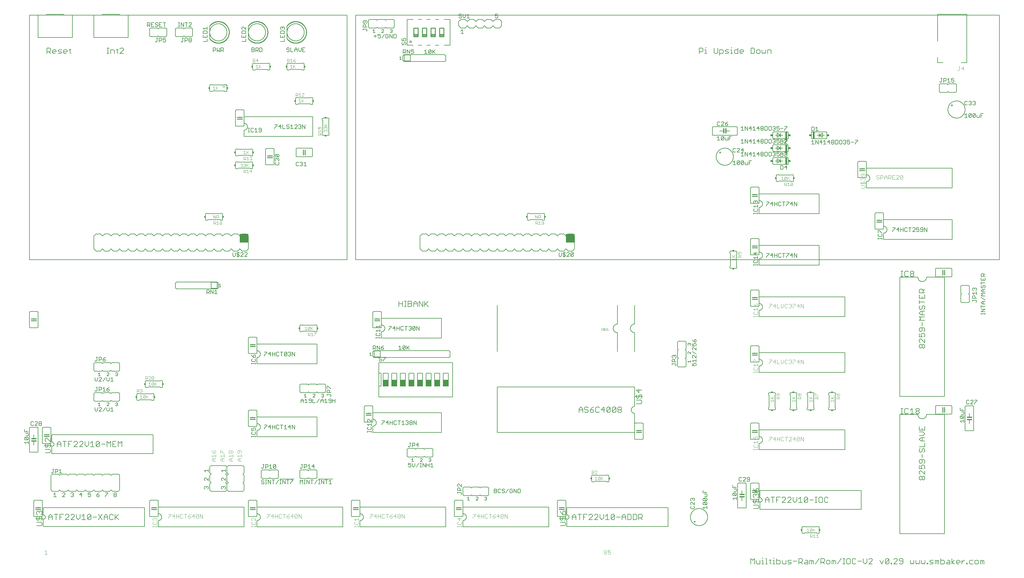
<source format=gto>
G04 EAGLE Gerber RS-274X export*
G75*
%MOMM*%
%FSLAX34Y34*%
%LPD*%
%INSilkscreen Top*%
%IPPOS*%
%AMOC8*
5,1,8,0,0,1.08239X$1,22.5*%
G01*
%ADD10C,0.152400*%
%ADD11C,0.101600*%
%ADD12C,0.177800*%
%ADD13C,0.127000*%
%ADD14C,0.203200*%
%ADD15C,0.050800*%
%ADD16C,0.254000*%
%ADD17R,1.524000X1.905000*%
%ADD18R,0.381000X0.508000*%
%ADD19R,2.540000X2.540000*%
%ADD20R,0.508000X0.381000*%
%ADD21R,0.508000X2.032000*%
%ADD22R,0.635000X0.508000*%
%ADD23C,0.304800*%


D10*
X1118362Y699262D02*
X1118362Y715532D01*
X1118362Y707397D02*
X1129209Y707397D01*
X1129209Y715532D02*
X1129209Y699262D01*
X1134734Y699262D02*
X1140157Y699262D01*
X1137445Y699262D02*
X1137445Y715532D01*
X1134734Y715532D02*
X1140157Y715532D01*
X1145648Y715532D02*
X1145648Y699262D01*
X1145648Y715532D02*
X1153783Y715532D01*
X1156495Y712820D01*
X1156495Y710109D01*
X1153783Y707397D01*
X1156495Y704685D01*
X1156495Y701974D01*
X1153783Y699262D01*
X1145648Y699262D01*
X1145648Y707397D02*
X1153783Y707397D01*
X1162020Y710109D02*
X1162020Y699262D01*
X1162020Y710109D02*
X1167443Y715532D01*
X1172866Y710109D01*
X1172866Y699262D01*
X1172866Y707397D02*
X1162020Y707397D01*
X1178391Y699262D02*
X1178391Y715532D01*
X1189238Y699262D01*
X1189238Y715532D01*
X1194763Y715532D02*
X1194763Y699262D01*
X1194763Y704685D02*
X1205609Y715532D01*
X1197474Y707397D02*
X1205609Y699262D01*
X76962Y1448562D02*
X76962Y1464832D01*
X85097Y1464832D01*
X87809Y1462120D01*
X87809Y1456697D01*
X85097Y1453985D01*
X76962Y1453985D01*
X82385Y1453985D02*
X87809Y1448562D01*
X96045Y1448562D02*
X101469Y1448562D01*
X96045Y1448562D02*
X93334Y1451274D01*
X93334Y1456697D01*
X96045Y1459409D01*
X101469Y1459409D01*
X104180Y1456697D01*
X104180Y1453985D01*
X93334Y1453985D01*
X109705Y1448562D02*
X117840Y1448562D01*
X120552Y1451274D01*
X117840Y1453985D01*
X112417Y1453985D01*
X109705Y1456697D01*
X112417Y1459409D01*
X120552Y1459409D01*
X128788Y1448562D02*
X134212Y1448562D01*
X128788Y1448562D02*
X126077Y1451274D01*
X126077Y1456697D01*
X128788Y1459409D01*
X134212Y1459409D01*
X136923Y1456697D01*
X136923Y1453985D01*
X126077Y1453985D01*
X145160Y1451274D02*
X145160Y1462120D01*
X145160Y1451274D02*
X147872Y1448562D01*
X147872Y1459409D02*
X142448Y1459409D01*
X254762Y1448562D02*
X260185Y1448562D01*
X257474Y1448562D02*
X257474Y1464832D01*
X260185Y1464832D02*
X254762Y1464832D01*
X265676Y1459409D02*
X265676Y1448562D01*
X265676Y1459409D02*
X273811Y1459409D01*
X276523Y1456697D01*
X276523Y1448562D01*
X284760Y1451274D02*
X284760Y1462120D01*
X284760Y1451274D02*
X287471Y1448562D01*
X287471Y1459409D02*
X282048Y1459409D01*
X292962Y1448562D02*
X303809Y1448562D01*
X292962Y1448562D02*
X303809Y1459409D01*
X303809Y1462120D01*
X301097Y1464832D01*
X295674Y1464832D01*
X292962Y1462120D01*
X2159762Y-46468D02*
X2159762Y-62738D01*
X2165185Y-51891D02*
X2159762Y-46468D01*
X2165185Y-51891D02*
X2170609Y-46468D01*
X2170609Y-62738D01*
X2176134Y-60026D02*
X2176134Y-51891D01*
X2176134Y-60026D02*
X2178845Y-62738D01*
X2186980Y-62738D01*
X2186980Y-51891D01*
X2192505Y-51891D02*
X2195217Y-51891D01*
X2195217Y-62738D01*
X2197928Y-62738D02*
X2192505Y-62738D01*
X2195217Y-46468D02*
X2195217Y-43756D01*
X2203420Y-46468D02*
X2206131Y-46468D01*
X2206131Y-62738D01*
X2203420Y-62738D02*
X2208843Y-62738D01*
X2217046Y-60026D02*
X2217046Y-49180D01*
X2217046Y-60026D02*
X2219757Y-62738D01*
X2219757Y-51891D02*
X2214334Y-51891D01*
X2225248Y-51891D02*
X2227960Y-51891D01*
X2227960Y-62738D01*
X2225248Y-62738D02*
X2230672Y-62738D01*
X2227960Y-46468D02*
X2227960Y-43756D01*
X2236163Y-46468D02*
X2236163Y-62738D01*
X2244298Y-62738D01*
X2247009Y-60026D01*
X2247009Y-54603D01*
X2244298Y-51891D01*
X2236163Y-51891D01*
X2252534Y-51891D02*
X2252534Y-60026D01*
X2255246Y-62738D01*
X2263381Y-62738D01*
X2263381Y-51891D01*
X2268906Y-62738D02*
X2277041Y-62738D01*
X2279752Y-60026D01*
X2277041Y-57315D01*
X2271617Y-57315D01*
X2268906Y-54603D01*
X2271617Y-51891D01*
X2279752Y-51891D01*
X2285277Y-54603D02*
X2296124Y-54603D01*
X2301649Y-62738D02*
X2301649Y-46468D01*
X2309784Y-46468D01*
X2312495Y-49180D01*
X2312495Y-54603D01*
X2309784Y-57315D01*
X2301649Y-57315D01*
X2307072Y-57315D02*
X2312495Y-62738D01*
X2320732Y-51891D02*
X2326155Y-51891D01*
X2328867Y-54603D01*
X2328867Y-62738D01*
X2320732Y-62738D01*
X2318020Y-60026D01*
X2320732Y-57315D01*
X2328867Y-57315D01*
X2334392Y-62738D02*
X2334392Y-51891D01*
X2337104Y-51891D01*
X2339815Y-54603D01*
X2339815Y-62738D01*
X2339815Y-54603D02*
X2342527Y-51891D01*
X2345239Y-54603D01*
X2345239Y-62738D01*
X2350764Y-62738D02*
X2361610Y-46468D01*
X2367135Y-46468D02*
X2367135Y-62738D01*
X2367135Y-46468D02*
X2375270Y-46468D01*
X2377982Y-49180D01*
X2377982Y-54603D01*
X2375270Y-57315D01*
X2367135Y-57315D01*
X2372558Y-57315D02*
X2377982Y-62738D01*
X2386218Y-62738D02*
X2391642Y-62738D01*
X2394353Y-60026D01*
X2394353Y-54603D01*
X2391642Y-51891D01*
X2386218Y-51891D01*
X2383507Y-54603D01*
X2383507Y-60026D01*
X2386218Y-62738D01*
X2399878Y-62738D02*
X2399878Y-51891D01*
X2402590Y-51891D01*
X2405302Y-54603D01*
X2405302Y-62738D01*
X2405302Y-54603D02*
X2408013Y-51891D01*
X2410725Y-54603D01*
X2410725Y-62738D01*
X2416250Y-62738D02*
X2427096Y-46468D01*
X2432621Y-62738D02*
X2438045Y-62738D01*
X2435333Y-62738D02*
X2435333Y-46468D01*
X2432621Y-46468D02*
X2438045Y-46468D01*
X2446247Y-46468D02*
X2451671Y-46468D01*
X2446247Y-46468D02*
X2443536Y-49180D01*
X2443536Y-60026D01*
X2446247Y-62738D01*
X2451671Y-62738D01*
X2454382Y-60026D01*
X2454382Y-49180D01*
X2451671Y-46468D01*
X2468042Y-46468D02*
X2470754Y-49180D01*
X2468042Y-46468D02*
X2462619Y-46468D01*
X2459907Y-49180D01*
X2459907Y-60026D01*
X2462619Y-62738D01*
X2468042Y-62738D01*
X2470754Y-60026D01*
X2476279Y-54603D02*
X2487125Y-54603D01*
X2492650Y-57315D02*
X2492650Y-46468D01*
X2492650Y-57315D02*
X2498074Y-62738D01*
X2503497Y-57315D01*
X2503497Y-46468D01*
X2509022Y-62738D02*
X2519869Y-62738D01*
X2509022Y-62738D02*
X2519869Y-51891D01*
X2519869Y-49180D01*
X2517157Y-46468D01*
X2511734Y-46468D01*
X2509022Y-49180D01*
X2541765Y-51891D02*
X2547188Y-62738D01*
X2552612Y-51891D01*
X2558137Y-49180D02*
X2558137Y-60026D01*
X2558137Y-49180D02*
X2560848Y-46468D01*
X2566272Y-46468D01*
X2568983Y-49180D01*
X2568983Y-60026D01*
X2566272Y-62738D01*
X2560848Y-62738D01*
X2558137Y-60026D01*
X2568983Y-49180D01*
X2574508Y-60026D02*
X2574508Y-62738D01*
X2574508Y-60026D02*
X2577220Y-60026D01*
X2577220Y-62738D01*
X2574508Y-62738D01*
X2582694Y-62738D02*
X2593541Y-62738D01*
X2582694Y-62738D02*
X2593541Y-51891D01*
X2593541Y-49180D01*
X2590829Y-46468D01*
X2585406Y-46468D01*
X2582694Y-49180D01*
X2599066Y-60026D02*
X2601777Y-62738D01*
X2607201Y-62738D01*
X2609912Y-60026D01*
X2609912Y-49180D01*
X2607201Y-46468D01*
X2601777Y-46468D01*
X2599066Y-49180D01*
X2599066Y-51891D01*
X2601777Y-54603D01*
X2609912Y-54603D01*
X2631809Y-51891D02*
X2631809Y-60026D01*
X2634520Y-62738D01*
X2637232Y-60026D01*
X2639944Y-62738D01*
X2642655Y-60026D01*
X2642655Y-51891D01*
X2648180Y-51891D02*
X2648180Y-60026D01*
X2650892Y-62738D01*
X2653604Y-60026D01*
X2656315Y-62738D01*
X2659027Y-60026D01*
X2659027Y-51891D01*
X2664552Y-51891D02*
X2664552Y-60026D01*
X2667263Y-62738D01*
X2669975Y-60026D01*
X2672687Y-62738D01*
X2675398Y-60026D01*
X2675398Y-51891D01*
X2680923Y-60026D02*
X2680923Y-62738D01*
X2680923Y-60026D02*
X2683635Y-60026D01*
X2683635Y-62738D01*
X2680923Y-62738D01*
X2689109Y-62738D02*
X2697244Y-62738D01*
X2699956Y-60026D01*
X2697244Y-57315D01*
X2691821Y-57315D01*
X2689109Y-54603D01*
X2691821Y-51891D01*
X2699956Y-51891D01*
X2705481Y-51891D02*
X2705481Y-62738D01*
X2705481Y-51891D02*
X2708192Y-51891D01*
X2710904Y-54603D01*
X2710904Y-62738D01*
X2710904Y-54603D02*
X2713616Y-51891D01*
X2716327Y-54603D01*
X2716327Y-62738D01*
X2721852Y-62738D02*
X2721852Y-46468D01*
X2721852Y-62738D02*
X2729987Y-62738D01*
X2732699Y-60026D01*
X2732699Y-54603D01*
X2729987Y-51891D01*
X2721852Y-51891D01*
X2740936Y-51891D02*
X2746359Y-51891D01*
X2749070Y-54603D01*
X2749070Y-62738D01*
X2740936Y-62738D01*
X2738224Y-60026D01*
X2740936Y-57315D01*
X2749070Y-57315D01*
X2754595Y-62738D02*
X2754595Y-46468D01*
X2754595Y-57315D02*
X2762730Y-62738D01*
X2754595Y-57315D02*
X2762730Y-51891D01*
X2770950Y-62738D02*
X2776373Y-62738D01*
X2770950Y-62738D02*
X2768238Y-60026D01*
X2768238Y-54603D01*
X2770950Y-51891D01*
X2776373Y-51891D01*
X2779085Y-54603D01*
X2779085Y-57315D01*
X2768238Y-57315D01*
X2784610Y-62738D02*
X2784610Y-51891D01*
X2790033Y-51891D02*
X2784610Y-57315D01*
X2790033Y-51891D02*
X2792745Y-51891D01*
X2798253Y-60026D02*
X2798253Y-62738D01*
X2798253Y-60026D02*
X2800965Y-60026D01*
X2800965Y-62738D01*
X2798253Y-62738D01*
X2809150Y-51891D02*
X2817285Y-51891D01*
X2809150Y-51891D02*
X2806439Y-54603D01*
X2806439Y-60026D01*
X2809150Y-62738D01*
X2817285Y-62738D01*
X2825522Y-62738D02*
X2830945Y-62738D01*
X2833657Y-60026D01*
X2833657Y-54603D01*
X2830945Y-51891D01*
X2825522Y-51891D01*
X2822810Y-54603D01*
X2822810Y-60026D01*
X2825522Y-62738D01*
X2839182Y-62738D02*
X2839182Y-51891D01*
X2841893Y-51891D01*
X2844605Y-54603D01*
X2844605Y-62738D01*
X2844605Y-54603D02*
X2847317Y-51891D01*
X2850028Y-54603D01*
X2850028Y-62738D01*
X2007362Y1448562D02*
X2007362Y1464832D01*
X2015497Y1464832D01*
X2018209Y1462120D01*
X2018209Y1456697D01*
X2015497Y1453985D01*
X2007362Y1453985D01*
X2023734Y1459409D02*
X2026445Y1459409D01*
X2026445Y1448562D01*
X2023734Y1448562D02*
X2029157Y1448562D01*
X2026445Y1464832D02*
X2026445Y1467544D01*
X2051020Y1464832D02*
X2051020Y1451274D01*
X2053731Y1448562D01*
X2059154Y1448562D01*
X2061866Y1451274D01*
X2061866Y1464832D01*
X2067391Y1459409D02*
X2067391Y1443139D01*
X2067391Y1459409D02*
X2075526Y1459409D01*
X2078238Y1456697D01*
X2078238Y1451274D01*
X2075526Y1448562D01*
X2067391Y1448562D01*
X2083763Y1448562D02*
X2091898Y1448562D01*
X2094609Y1451274D01*
X2091898Y1453985D01*
X2086474Y1453985D01*
X2083763Y1456697D01*
X2086474Y1459409D01*
X2094609Y1459409D01*
X2100134Y1459409D02*
X2102846Y1459409D01*
X2102846Y1448562D01*
X2105557Y1448562D02*
X2100134Y1448562D01*
X2102846Y1464832D02*
X2102846Y1467544D01*
X2121895Y1464832D02*
X2121895Y1448562D01*
X2113760Y1448562D01*
X2111049Y1451274D01*
X2111049Y1456697D01*
X2113760Y1459409D01*
X2121895Y1459409D01*
X2130132Y1448562D02*
X2135555Y1448562D01*
X2130132Y1448562D02*
X2127420Y1451274D01*
X2127420Y1456697D01*
X2130132Y1459409D01*
X2135555Y1459409D01*
X2138267Y1456697D01*
X2138267Y1453985D01*
X2127420Y1453985D01*
X2160163Y1448562D02*
X2160163Y1464832D01*
X2160163Y1448562D02*
X2168298Y1448562D01*
X2171010Y1451274D01*
X2171010Y1462120D01*
X2168298Y1464832D01*
X2160163Y1464832D01*
X2179246Y1448562D02*
X2184670Y1448562D01*
X2187381Y1451274D01*
X2187381Y1456697D01*
X2184670Y1459409D01*
X2179246Y1459409D01*
X2176535Y1456697D01*
X2176535Y1451274D01*
X2179246Y1448562D01*
X2192906Y1451274D02*
X2192906Y1459409D01*
X2192906Y1451274D02*
X2195618Y1448562D01*
X2198330Y1451274D01*
X2201041Y1448562D01*
X2203753Y1451274D01*
X2203753Y1459409D01*
X2209278Y1459409D02*
X2209278Y1448562D01*
X2209278Y1459409D02*
X2217413Y1459409D01*
X2220125Y1456697D01*
X2220125Y1448562D01*
D11*
X576072Y241808D02*
X568276Y241808D01*
X564378Y245706D01*
X568276Y249604D01*
X576072Y249604D01*
X570225Y249604D02*
X570225Y241808D01*
X568276Y253502D02*
X564378Y257400D01*
X576072Y257400D01*
X576072Y253502D02*
X576072Y261298D01*
X566327Y269094D02*
X564378Y272992D01*
X566327Y269094D02*
X570225Y265196D01*
X574123Y265196D01*
X576072Y267145D01*
X576072Y271043D01*
X574123Y272992D01*
X572174Y272992D01*
X570225Y271043D01*
X570225Y265196D01*
X593676Y241808D02*
X601472Y241808D01*
X593676Y241808D02*
X589778Y245706D01*
X593676Y249604D01*
X601472Y249604D01*
X595625Y249604D02*
X595625Y241808D01*
X593676Y253502D02*
X589778Y257400D01*
X601472Y257400D01*
X601472Y253502D02*
X601472Y261298D01*
X589778Y265196D02*
X589778Y272992D01*
X591727Y272992D01*
X599523Y265196D01*
X601472Y265196D01*
X619076Y241808D02*
X626872Y241808D01*
X619076Y241808D02*
X615178Y245706D01*
X619076Y249604D01*
X626872Y249604D01*
X621025Y249604D02*
X621025Y241808D01*
X619076Y253502D02*
X615178Y257400D01*
X626872Y257400D01*
X626872Y253502D02*
X626872Y261298D01*
X617127Y265196D02*
X615178Y267145D01*
X615178Y271043D01*
X617127Y272992D01*
X619076Y272992D01*
X621025Y271043D01*
X622974Y272992D01*
X624923Y272992D01*
X626872Y271043D01*
X626872Y267145D01*
X624923Y265196D01*
X622974Y265196D01*
X621025Y267145D01*
X619076Y265196D01*
X617127Y265196D01*
X621025Y267145D02*
X621025Y271043D01*
X644476Y241808D02*
X652272Y241808D01*
X644476Y241808D02*
X640578Y245706D01*
X644476Y249604D01*
X652272Y249604D01*
X646425Y249604D02*
X646425Y241808D01*
X644476Y253502D02*
X640578Y257400D01*
X652272Y257400D01*
X652272Y253502D02*
X652272Y261298D01*
X650323Y265196D02*
X652272Y267145D01*
X652272Y271043D01*
X650323Y272992D01*
X642527Y272992D01*
X640578Y271043D01*
X640578Y267145D01*
X642527Y265196D01*
X644476Y265196D01*
X646425Y267145D01*
X646425Y272992D01*
X74002Y-22088D02*
X70104Y-25986D01*
X74002Y-22088D02*
X74002Y-33782D01*
X70104Y-33782D02*
X77900Y-33782D01*
X1725168Y-24037D02*
X1727117Y-22088D01*
X1731015Y-22088D01*
X1732964Y-24037D01*
X1732964Y-25986D01*
X1731015Y-27935D01*
X1732964Y-29884D01*
X1732964Y-31833D01*
X1731015Y-33782D01*
X1727117Y-33782D01*
X1725168Y-31833D01*
X1725168Y-29884D01*
X1727117Y-27935D01*
X1725168Y-25986D01*
X1725168Y-24037D01*
X1727117Y-27935D02*
X1731015Y-27935D01*
X1736862Y-22088D02*
X1744658Y-22088D01*
X1736862Y-22088D02*
X1736862Y-27935D01*
X1740760Y-25986D01*
X1742709Y-25986D01*
X1744658Y-27935D01*
X1744658Y-31833D01*
X1742709Y-33782D01*
X1738811Y-33782D01*
X1736862Y-31833D01*
D10*
X1257300Y105410D02*
X1003300Y105410D01*
X1003300Y46990D02*
X1257300Y46990D01*
X1257300Y105410D01*
X1003300Y105410D02*
X1003300Y86360D01*
X1003300Y66040D02*
X1003300Y46990D01*
X1003300Y66040D02*
X1003547Y66043D01*
X1003795Y66052D01*
X1004042Y66067D01*
X1004288Y66088D01*
X1004534Y66115D01*
X1004779Y66148D01*
X1005024Y66187D01*
X1005267Y66232D01*
X1005509Y66283D01*
X1005750Y66340D01*
X1005989Y66402D01*
X1006227Y66471D01*
X1006463Y66545D01*
X1006697Y66625D01*
X1006929Y66710D01*
X1007159Y66802D01*
X1007387Y66898D01*
X1007612Y67001D01*
X1007835Y67108D01*
X1008055Y67222D01*
X1008272Y67340D01*
X1008487Y67464D01*
X1008698Y67593D01*
X1008906Y67727D01*
X1009111Y67866D01*
X1009312Y68010D01*
X1009510Y68158D01*
X1009704Y68312D01*
X1009894Y68470D01*
X1010080Y68633D01*
X1010262Y68800D01*
X1010440Y68972D01*
X1010614Y69148D01*
X1010784Y69328D01*
X1010949Y69513D01*
X1011109Y69701D01*
X1011265Y69893D01*
X1011417Y70089D01*
X1011563Y70288D01*
X1011705Y70491D01*
X1011841Y70698D01*
X1011973Y70907D01*
X1012099Y71120D01*
X1012220Y71336D01*
X1012336Y71554D01*
X1012446Y71776D01*
X1012551Y72000D01*
X1012651Y72226D01*
X1012745Y72455D01*
X1012833Y72686D01*
X1012916Y72920D01*
X1012993Y73155D01*
X1013064Y73392D01*
X1013130Y73630D01*
X1013189Y73870D01*
X1013243Y74112D01*
X1013291Y74355D01*
X1013333Y74598D01*
X1013369Y74843D01*
X1013399Y75089D01*
X1013423Y75335D01*
X1013441Y75582D01*
X1013453Y75829D01*
X1013459Y76076D01*
X1013459Y76324D01*
X1013453Y76571D01*
X1013441Y76818D01*
X1013423Y77065D01*
X1013399Y77311D01*
X1013369Y77557D01*
X1013333Y77802D01*
X1013291Y78045D01*
X1013243Y78288D01*
X1013189Y78530D01*
X1013130Y78770D01*
X1013064Y79008D01*
X1012993Y79245D01*
X1012916Y79480D01*
X1012833Y79714D01*
X1012745Y79945D01*
X1012651Y80174D01*
X1012551Y80400D01*
X1012446Y80624D01*
X1012336Y80846D01*
X1012220Y81064D01*
X1012099Y81280D01*
X1011973Y81493D01*
X1011841Y81702D01*
X1011705Y81909D01*
X1011563Y82112D01*
X1011417Y82311D01*
X1011265Y82507D01*
X1011109Y82699D01*
X1010949Y82887D01*
X1010784Y83072D01*
X1010614Y83252D01*
X1010440Y83428D01*
X1010262Y83600D01*
X1010080Y83767D01*
X1009894Y83930D01*
X1009704Y84088D01*
X1009510Y84242D01*
X1009312Y84390D01*
X1009111Y84534D01*
X1008906Y84673D01*
X1008698Y84807D01*
X1008487Y84936D01*
X1008272Y85060D01*
X1008055Y85178D01*
X1007835Y85292D01*
X1007612Y85399D01*
X1007387Y85502D01*
X1007159Y85598D01*
X1006929Y85690D01*
X1006697Y85775D01*
X1006463Y85855D01*
X1006227Y85929D01*
X1005989Y85998D01*
X1005750Y86060D01*
X1005509Y86117D01*
X1005267Y86168D01*
X1005024Y86213D01*
X1004779Y86252D01*
X1004534Y86285D01*
X1004288Y86312D01*
X1004042Y86333D01*
X1003795Y86348D01*
X1003547Y86357D01*
X1003300Y86360D01*
D11*
X998982Y50126D02*
X998982Y46228D01*
X998982Y48177D02*
X987288Y48177D01*
X987288Y46228D02*
X987288Y50126D01*
X987288Y59871D02*
X989237Y61820D01*
X987288Y59871D02*
X987288Y55973D01*
X989237Y54024D01*
X997033Y54024D01*
X998982Y55973D01*
X998982Y59871D01*
X997033Y61820D01*
X991186Y65718D02*
X987288Y69616D01*
X998982Y69616D01*
X998982Y65718D02*
X998982Y73514D01*
X1033018Y84592D02*
X1040814Y84592D01*
X1040814Y82643D01*
X1033018Y74847D01*
X1033018Y72898D01*
X1050559Y72898D02*
X1050559Y84592D01*
X1044712Y78745D01*
X1052508Y78745D01*
X1056406Y72898D02*
X1056406Y84592D01*
X1056406Y78745D02*
X1064202Y78745D01*
X1064202Y84592D02*
X1064202Y72898D01*
X1075896Y82643D02*
X1073947Y84592D01*
X1070049Y84592D01*
X1068100Y82643D01*
X1068100Y74847D01*
X1070049Y72898D01*
X1073947Y72898D01*
X1075896Y74847D01*
X1083692Y72898D02*
X1083692Y84592D01*
X1079794Y84592D02*
X1087590Y84592D01*
X1095386Y82643D02*
X1099284Y84592D01*
X1095386Y82643D02*
X1091488Y78745D01*
X1091488Y74847D01*
X1093437Y72898D01*
X1097335Y72898D01*
X1099284Y74847D01*
X1099284Y76796D01*
X1097335Y78745D01*
X1091488Y78745D01*
X1109029Y72898D02*
X1109029Y84592D01*
X1103182Y78745D01*
X1110978Y78745D01*
X1114876Y74847D02*
X1114876Y82643D01*
X1116825Y84592D01*
X1120723Y84592D01*
X1122672Y82643D01*
X1122672Y74847D01*
X1120723Y72898D01*
X1116825Y72898D01*
X1114876Y74847D01*
X1122672Y82643D01*
X1126570Y84592D02*
X1126570Y72898D01*
X1134366Y72898D02*
X1126570Y84592D01*
X1134366Y84592D02*
X1134366Y72898D01*
D10*
X952500Y105410D02*
X698500Y105410D01*
X698500Y46990D02*
X952500Y46990D01*
X952500Y105410D01*
X698500Y105410D02*
X698500Y86360D01*
X698500Y66040D02*
X698500Y46990D01*
X698500Y66040D02*
X698747Y66043D01*
X698995Y66052D01*
X699242Y66067D01*
X699488Y66088D01*
X699734Y66115D01*
X699979Y66148D01*
X700224Y66187D01*
X700467Y66232D01*
X700709Y66283D01*
X700950Y66340D01*
X701189Y66402D01*
X701427Y66471D01*
X701663Y66545D01*
X701897Y66625D01*
X702129Y66710D01*
X702359Y66802D01*
X702587Y66898D01*
X702812Y67001D01*
X703035Y67108D01*
X703255Y67222D01*
X703472Y67340D01*
X703687Y67464D01*
X703898Y67593D01*
X704106Y67727D01*
X704311Y67866D01*
X704512Y68010D01*
X704710Y68158D01*
X704904Y68312D01*
X705094Y68470D01*
X705280Y68633D01*
X705462Y68800D01*
X705640Y68972D01*
X705814Y69148D01*
X705984Y69328D01*
X706149Y69513D01*
X706309Y69701D01*
X706465Y69893D01*
X706617Y70089D01*
X706763Y70288D01*
X706905Y70491D01*
X707041Y70698D01*
X707173Y70907D01*
X707299Y71120D01*
X707420Y71336D01*
X707536Y71554D01*
X707646Y71776D01*
X707751Y72000D01*
X707851Y72226D01*
X707945Y72455D01*
X708033Y72686D01*
X708116Y72920D01*
X708193Y73155D01*
X708264Y73392D01*
X708330Y73630D01*
X708389Y73870D01*
X708443Y74112D01*
X708491Y74355D01*
X708533Y74598D01*
X708569Y74843D01*
X708599Y75089D01*
X708623Y75335D01*
X708641Y75582D01*
X708653Y75829D01*
X708659Y76076D01*
X708659Y76324D01*
X708653Y76571D01*
X708641Y76818D01*
X708623Y77065D01*
X708599Y77311D01*
X708569Y77557D01*
X708533Y77802D01*
X708491Y78045D01*
X708443Y78288D01*
X708389Y78530D01*
X708330Y78770D01*
X708264Y79008D01*
X708193Y79245D01*
X708116Y79480D01*
X708033Y79714D01*
X707945Y79945D01*
X707851Y80174D01*
X707751Y80400D01*
X707646Y80624D01*
X707536Y80846D01*
X707420Y81064D01*
X707299Y81280D01*
X707173Y81493D01*
X707041Y81702D01*
X706905Y81909D01*
X706763Y82112D01*
X706617Y82311D01*
X706465Y82507D01*
X706309Y82699D01*
X706149Y82887D01*
X705984Y83072D01*
X705814Y83252D01*
X705640Y83428D01*
X705462Y83600D01*
X705280Y83767D01*
X705094Y83930D01*
X704904Y84088D01*
X704710Y84242D01*
X704512Y84390D01*
X704311Y84534D01*
X704106Y84673D01*
X703898Y84807D01*
X703687Y84936D01*
X703472Y85060D01*
X703255Y85178D01*
X703035Y85292D01*
X702812Y85399D01*
X702587Y85502D01*
X702359Y85598D01*
X702129Y85690D01*
X701897Y85775D01*
X701663Y85855D01*
X701427Y85929D01*
X701189Y85998D01*
X700950Y86060D01*
X700709Y86117D01*
X700467Y86168D01*
X700224Y86213D01*
X699979Y86252D01*
X699734Y86285D01*
X699488Y86312D01*
X699242Y86333D01*
X698995Y86348D01*
X698747Y86357D01*
X698500Y86360D01*
D11*
X694182Y50126D02*
X694182Y46228D01*
X694182Y48177D02*
X682488Y48177D01*
X682488Y46228D02*
X682488Y50126D01*
X682488Y59871D02*
X684437Y61820D01*
X682488Y59871D02*
X682488Y55973D01*
X684437Y54024D01*
X692233Y54024D01*
X694182Y55973D01*
X694182Y59871D01*
X692233Y61820D01*
X694182Y65718D02*
X694182Y73514D01*
X694182Y65718D02*
X686386Y73514D01*
X684437Y73514D01*
X682488Y71565D01*
X682488Y67667D01*
X684437Y65718D01*
X728218Y84592D02*
X736014Y84592D01*
X736014Y82643D01*
X728218Y74847D01*
X728218Y72898D01*
X745759Y72898D02*
X745759Y84592D01*
X739912Y78745D01*
X747708Y78745D01*
X751606Y72898D02*
X751606Y84592D01*
X751606Y78745D02*
X759402Y78745D01*
X759402Y84592D02*
X759402Y72898D01*
X771096Y82643D02*
X769147Y84592D01*
X765249Y84592D01*
X763300Y82643D01*
X763300Y74847D01*
X765249Y72898D01*
X769147Y72898D01*
X771096Y74847D01*
X778892Y72898D02*
X778892Y84592D01*
X774994Y84592D02*
X782790Y84592D01*
X790586Y82643D02*
X794484Y84592D01*
X790586Y82643D02*
X786688Y78745D01*
X786688Y74847D01*
X788637Y72898D01*
X792535Y72898D01*
X794484Y74847D01*
X794484Y76796D01*
X792535Y78745D01*
X786688Y78745D01*
X804229Y72898D02*
X804229Y84592D01*
X798382Y78745D01*
X806178Y78745D01*
X810076Y74847D02*
X810076Y82643D01*
X812025Y84592D01*
X815923Y84592D01*
X817872Y82643D01*
X817872Y74847D01*
X815923Y72898D01*
X812025Y72898D01*
X810076Y74847D01*
X817872Y82643D01*
X821770Y84592D02*
X821770Y72898D01*
X829566Y72898D02*
X821770Y84592D01*
X829566Y84592D02*
X829566Y72898D01*
D10*
X660400Y105410D02*
X406400Y105410D01*
X406400Y46990D02*
X660400Y46990D01*
X660400Y105410D01*
X406400Y105410D02*
X406400Y86360D01*
X406400Y66040D02*
X406400Y46990D01*
X406400Y66040D02*
X406647Y66043D01*
X406895Y66052D01*
X407142Y66067D01*
X407388Y66088D01*
X407634Y66115D01*
X407879Y66148D01*
X408124Y66187D01*
X408367Y66232D01*
X408609Y66283D01*
X408850Y66340D01*
X409089Y66402D01*
X409327Y66471D01*
X409563Y66545D01*
X409797Y66625D01*
X410029Y66710D01*
X410259Y66802D01*
X410487Y66898D01*
X410712Y67001D01*
X410935Y67108D01*
X411155Y67222D01*
X411372Y67340D01*
X411587Y67464D01*
X411798Y67593D01*
X412006Y67727D01*
X412211Y67866D01*
X412412Y68010D01*
X412610Y68158D01*
X412804Y68312D01*
X412994Y68470D01*
X413180Y68633D01*
X413362Y68800D01*
X413540Y68972D01*
X413714Y69148D01*
X413884Y69328D01*
X414049Y69513D01*
X414209Y69701D01*
X414365Y69893D01*
X414517Y70089D01*
X414663Y70288D01*
X414805Y70491D01*
X414941Y70698D01*
X415073Y70907D01*
X415199Y71120D01*
X415320Y71336D01*
X415436Y71554D01*
X415546Y71776D01*
X415651Y72000D01*
X415751Y72226D01*
X415845Y72455D01*
X415933Y72686D01*
X416016Y72920D01*
X416093Y73155D01*
X416164Y73392D01*
X416230Y73630D01*
X416289Y73870D01*
X416343Y74112D01*
X416391Y74355D01*
X416433Y74598D01*
X416469Y74843D01*
X416499Y75089D01*
X416523Y75335D01*
X416541Y75582D01*
X416553Y75829D01*
X416559Y76076D01*
X416559Y76324D01*
X416553Y76571D01*
X416541Y76818D01*
X416523Y77065D01*
X416499Y77311D01*
X416469Y77557D01*
X416433Y77802D01*
X416391Y78045D01*
X416343Y78288D01*
X416289Y78530D01*
X416230Y78770D01*
X416164Y79008D01*
X416093Y79245D01*
X416016Y79480D01*
X415933Y79714D01*
X415845Y79945D01*
X415751Y80174D01*
X415651Y80400D01*
X415546Y80624D01*
X415436Y80846D01*
X415320Y81064D01*
X415199Y81280D01*
X415073Y81493D01*
X414941Y81702D01*
X414805Y81909D01*
X414663Y82112D01*
X414517Y82311D01*
X414365Y82507D01*
X414209Y82699D01*
X414049Y82887D01*
X413884Y83072D01*
X413714Y83252D01*
X413540Y83428D01*
X413362Y83600D01*
X413180Y83767D01*
X412994Y83930D01*
X412804Y84088D01*
X412610Y84242D01*
X412412Y84390D01*
X412211Y84534D01*
X412006Y84673D01*
X411798Y84807D01*
X411587Y84936D01*
X411372Y85060D01*
X411155Y85178D01*
X410935Y85292D01*
X410712Y85399D01*
X410487Y85502D01*
X410259Y85598D01*
X410029Y85690D01*
X409797Y85775D01*
X409563Y85855D01*
X409327Y85929D01*
X409089Y85998D01*
X408850Y86060D01*
X408609Y86117D01*
X408367Y86168D01*
X408124Y86213D01*
X407879Y86252D01*
X407634Y86285D01*
X407388Y86312D01*
X407142Y86333D01*
X406895Y86348D01*
X406647Y86357D01*
X406400Y86360D01*
D11*
X402082Y50126D02*
X402082Y46228D01*
X402082Y48177D02*
X390388Y48177D01*
X390388Y46228D02*
X390388Y50126D01*
X390388Y59871D02*
X392337Y61820D01*
X390388Y59871D02*
X390388Y55973D01*
X392337Y54024D01*
X400133Y54024D01*
X402082Y55973D01*
X402082Y59871D01*
X400133Y61820D01*
X392337Y65718D02*
X390388Y67667D01*
X390388Y71565D01*
X392337Y73514D01*
X394286Y73514D01*
X396235Y71565D01*
X396235Y69616D01*
X396235Y71565D02*
X398184Y73514D01*
X400133Y73514D01*
X402082Y71565D01*
X402082Y67667D01*
X400133Y65718D01*
X436118Y84592D02*
X443914Y84592D01*
X443914Y82643D01*
X436118Y74847D01*
X436118Y72898D01*
X453659Y72898D02*
X453659Y84592D01*
X447812Y78745D01*
X455608Y78745D01*
X459506Y72898D02*
X459506Y84592D01*
X459506Y78745D02*
X467302Y78745D01*
X467302Y84592D02*
X467302Y72898D01*
X478996Y82643D02*
X477047Y84592D01*
X473149Y84592D01*
X471200Y82643D01*
X471200Y74847D01*
X473149Y72898D01*
X477047Y72898D01*
X478996Y74847D01*
X486792Y72898D02*
X486792Y84592D01*
X482894Y84592D02*
X490690Y84592D01*
X498486Y82643D02*
X502384Y84592D01*
X498486Y82643D02*
X494588Y78745D01*
X494588Y74847D01*
X496537Y72898D01*
X500435Y72898D01*
X502384Y74847D01*
X502384Y76796D01*
X500435Y78745D01*
X494588Y78745D01*
X512129Y72898D02*
X512129Y84592D01*
X506282Y78745D01*
X514078Y78745D01*
X517976Y74847D02*
X517976Y82643D01*
X519925Y84592D01*
X523823Y84592D01*
X525772Y82643D01*
X525772Y74847D01*
X523823Y72898D01*
X519925Y72898D01*
X517976Y74847D01*
X525772Y82643D01*
X529670Y84592D02*
X529670Y72898D01*
X537466Y72898D02*
X529670Y84592D01*
X537466Y84592D02*
X537466Y72898D01*
D10*
X1308100Y105410D02*
X1562100Y105410D01*
X1562100Y46990D02*
X1308100Y46990D01*
X1562100Y46990D02*
X1562100Y105410D01*
X1308100Y105410D02*
X1308100Y86360D01*
X1308100Y66040D02*
X1308100Y46990D01*
X1308100Y66040D02*
X1308347Y66043D01*
X1308595Y66052D01*
X1308842Y66067D01*
X1309088Y66088D01*
X1309334Y66115D01*
X1309579Y66148D01*
X1309824Y66187D01*
X1310067Y66232D01*
X1310309Y66283D01*
X1310550Y66340D01*
X1310789Y66402D01*
X1311027Y66471D01*
X1311263Y66545D01*
X1311497Y66625D01*
X1311729Y66710D01*
X1311959Y66802D01*
X1312187Y66898D01*
X1312412Y67001D01*
X1312635Y67108D01*
X1312855Y67222D01*
X1313072Y67340D01*
X1313287Y67464D01*
X1313498Y67593D01*
X1313706Y67727D01*
X1313911Y67866D01*
X1314112Y68010D01*
X1314310Y68158D01*
X1314504Y68312D01*
X1314694Y68470D01*
X1314880Y68633D01*
X1315062Y68800D01*
X1315240Y68972D01*
X1315414Y69148D01*
X1315584Y69328D01*
X1315749Y69513D01*
X1315909Y69701D01*
X1316065Y69893D01*
X1316217Y70089D01*
X1316363Y70288D01*
X1316505Y70491D01*
X1316641Y70698D01*
X1316773Y70907D01*
X1316899Y71120D01*
X1317020Y71336D01*
X1317136Y71554D01*
X1317246Y71776D01*
X1317351Y72000D01*
X1317451Y72226D01*
X1317545Y72455D01*
X1317633Y72686D01*
X1317716Y72920D01*
X1317793Y73155D01*
X1317864Y73392D01*
X1317930Y73630D01*
X1317989Y73870D01*
X1318043Y74112D01*
X1318091Y74355D01*
X1318133Y74598D01*
X1318169Y74843D01*
X1318199Y75089D01*
X1318223Y75335D01*
X1318241Y75582D01*
X1318253Y75829D01*
X1318259Y76076D01*
X1318259Y76324D01*
X1318253Y76571D01*
X1318241Y76818D01*
X1318223Y77065D01*
X1318199Y77311D01*
X1318169Y77557D01*
X1318133Y77802D01*
X1318091Y78045D01*
X1318043Y78288D01*
X1317989Y78530D01*
X1317930Y78770D01*
X1317864Y79008D01*
X1317793Y79245D01*
X1317716Y79480D01*
X1317633Y79714D01*
X1317545Y79945D01*
X1317451Y80174D01*
X1317351Y80400D01*
X1317246Y80624D01*
X1317136Y80846D01*
X1317020Y81064D01*
X1316899Y81280D01*
X1316773Y81493D01*
X1316641Y81702D01*
X1316505Y81909D01*
X1316363Y82112D01*
X1316217Y82311D01*
X1316065Y82507D01*
X1315909Y82699D01*
X1315749Y82887D01*
X1315584Y83072D01*
X1315414Y83252D01*
X1315240Y83428D01*
X1315062Y83600D01*
X1314880Y83767D01*
X1314694Y83930D01*
X1314504Y84088D01*
X1314310Y84242D01*
X1314112Y84390D01*
X1313911Y84534D01*
X1313706Y84673D01*
X1313498Y84807D01*
X1313287Y84936D01*
X1313072Y85060D01*
X1312855Y85178D01*
X1312635Y85292D01*
X1312412Y85399D01*
X1312187Y85502D01*
X1311959Y85598D01*
X1311729Y85690D01*
X1311497Y85775D01*
X1311263Y85855D01*
X1311027Y85929D01*
X1310789Y85998D01*
X1310550Y86060D01*
X1310309Y86117D01*
X1310067Y86168D01*
X1309824Y86213D01*
X1309579Y86252D01*
X1309334Y86285D01*
X1309088Y86312D01*
X1308842Y86333D01*
X1308595Y86348D01*
X1308347Y86357D01*
X1308100Y86360D01*
D11*
X1303782Y50126D02*
X1303782Y46228D01*
X1303782Y48177D02*
X1292088Y48177D01*
X1292088Y46228D02*
X1292088Y50126D01*
X1292088Y59871D02*
X1294037Y61820D01*
X1292088Y59871D02*
X1292088Y55973D01*
X1294037Y54024D01*
X1301833Y54024D01*
X1303782Y55973D01*
X1303782Y59871D01*
X1301833Y61820D01*
X1303782Y71565D02*
X1292088Y71565D01*
X1297935Y65718D01*
X1297935Y73514D01*
X1337818Y84592D02*
X1345614Y84592D01*
X1345614Y82643D01*
X1337818Y74847D01*
X1337818Y72898D01*
X1355359Y72898D02*
X1355359Y84592D01*
X1349512Y78745D01*
X1357308Y78745D01*
X1361206Y72898D02*
X1361206Y84592D01*
X1361206Y78745D02*
X1369002Y78745D01*
X1369002Y84592D02*
X1369002Y72898D01*
X1380696Y82643D02*
X1378747Y84592D01*
X1374849Y84592D01*
X1372900Y82643D01*
X1372900Y74847D01*
X1374849Y72898D01*
X1378747Y72898D01*
X1380696Y74847D01*
X1388492Y72898D02*
X1388492Y84592D01*
X1384594Y84592D02*
X1392390Y84592D01*
X1400186Y82643D02*
X1404084Y84592D01*
X1400186Y82643D02*
X1396288Y78745D01*
X1396288Y74847D01*
X1398237Y72898D01*
X1402135Y72898D01*
X1404084Y74847D01*
X1404084Y76796D01*
X1402135Y78745D01*
X1396288Y78745D01*
X1413829Y72898D02*
X1413829Y84592D01*
X1407982Y78745D01*
X1415778Y78745D01*
X1419676Y74847D02*
X1419676Y82643D01*
X1421625Y84592D01*
X1425523Y84592D01*
X1427472Y82643D01*
X1427472Y74847D01*
X1425523Y72898D01*
X1421625Y72898D01*
X1419676Y74847D01*
X1427472Y82643D01*
X1431370Y84592D02*
X1431370Y72898D01*
X1439166Y72898D02*
X1431370Y84592D01*
X1439166Y84592D02*
X1439166Y72898D01*
D10*
X91440Y264160D02*
X91440Y285750D01*
X91598Y285752D01*
X91757Y285758D01*
X91915Y285768D01*
X92072Y285782D01*
X92230Y285799D01*
X92386Y285821D01*
X92543Y285846D01*
X92698Y285876D01*
X92853Y285909D01*
X93007Y285946D01*
X93160Y285987D01*
X93312Y286032D01*
X93462Y286081D01*
X93612Y286133D01*
X93760Y286189D01*
X93907Y286249D01*
X94052Y286312D01*
X94195Y286379D01*
X94337Y286449D01*
X94477Y286523D01*
X94615Y286601D01*
X94751Y286682D01*
X94885Y286766D01*
X95017Y286853D01*
X95147Y286944D01*
X95274Y287038D01*
X95399Y287135D01*
X95522Y287236D01*
X95642Y287339D01*
X95759Y287445D01*
X95874Y287554D01*
X95986Y287666D01*
X96095Y287781D01*
X96201Y287898D01*
X96304Y288018D01*
X96405Y288141D01*
X96502Y288266D01*
X96596Y288393D01*
X96687Y288523D01*
X96774Y288655D01*
X96858Y288789D01*
X96939Y288925D01*
X97017Y289063D01*
X97091Y289203D01*
X97161Y289345D01*
X97228Y289488D01*
X97291Y289633D01*
X97351Y289780D01*
X97407Y289928D01*
X97459Y290078D01*
X97508Y290228D01*
X97553Y290380D01*
X97594Y290533D01*
X97631Y290687D01*
X97664Y290842D01*
X97694Y290997D01*
X97719Y291154D01*
X97741Y291310D01*
X97758Y291468D01*
X97772Y291625D01*
X97782Y291783D01*
X97788Y291942D01*
X97790Y292100D01*
X97788Y292258D01*
X97782Y292417D01*
X97772Y292575D01*
X97758Y292732D01*
X97741Y292890D01*
X97719Y293046D01*
X97694Y293203D01*
X97664Y293358D01*
X97631Y293513D01*
X97594Y293667D01*
X97553Y293820D01*
X97508Y293972D01*
X97459Y294122D01*
X97407Y294272D01*
X97351Y294420D01*
X97291Y294567D01*
X97228Y294712D01*
X97161Y294855D01*
X97091Y294997D01*
X97017Y295137D01*
X96939Y295275D01*
X96858Y295411D01*
X96774Y295545D01*
X96687Y295677D01*
X96596Y295807D01*
X96502Y295934D01*
X96405Y296059D01*
X96304Y296182D01*
X96201Y296302D01*
X96095Y296419D01*
X95986Y296534D01*
X95874Y296646D01*
X95759Y296755D01*
X95642Y296861D01*
X95522Y296964D01*
X95399Y297065D01*
X95274Y297162D01*
X95147Y297256D01*
X95017Y297347D01*
X94885Y297434D01*
X94751Y297518D01*
X94615Y297599D01*
X94477Y297677D01*
X94337Y297751D01*
X94195Y297821D01*
X94052Y297888D01*
X93907Y297951D01*
X93760Y298011D01*
X93612Y298067D01*
X93462Y298119D01*
X93312Y298168D01*
X93160Y298213D01*
X93007Y298254D01*
X92853Y298291D01*
X92698Y298324D01*
X92543Y298354D01*
X92386Y298379D01*
X92230Y298401D01*
X92072Y298418D01*
X91915Y298432D01*
X91757Y298442D01*
X91598Y298448D01*
X91440Y298450D01*
X391160Y320040D02*
X391160Y264160D01*
X91440Y264160D01*
X91440Y320040D02*
X391160Y320040D01*
X91440Y320040D02*
X91440Y298450D01*
D12*
X84834Y266319D02*
X71487Y266319D01*
X84834Y266319D02*
X87503Y268988D01*
X87503Y274327D01*
X84834Y276996D01*
X71487Y276996D01*
X84834Y282691D02*
X87503Y285360D01*
X87503Y290698D01*
X84834Y293368D01*
X82164Y293368D01*
X79495Y290698D01*
X79495Y285360D01*
X76826Y282691D01*
X74157Y282691D01*
X71487Y285360D01*
X71487Y290698D01*
X74157Y293368D01*
X68818Y288029D02*
X90172Y288029D01*
X87503Y299062D02*
X87503Y309739D01*
X87503Y299062D02*
X76826Y309739D01*
X74157Y309739D01*
X71487Y307070D01*
X71487Y301731D01*
X74157Y299062D01*
X107569Y294776D02*
X107569Y284099D01*
X107569Y294776D02*
X112908Y300115D01*
X118246Y294776D01*
X118246Y284099D01*
X118246Y292107D02*
X107569Y292107D01*
X129279Y284099D02*
X129279Y300115D01*
X123941Y300115D02*
X134618Y300115D01*
X140312Y300115D02*
X140312Y284099D01*
X140312Y300115D02*
X150989Y300115D01*
X145651Y292107D02*
X140312Y292107D01*
X156684Y284099D02*
X167361Y284099D01*
X156684Y284099D02*
X167361Y294776D01*
X167361Y297445D01*
X164692Y300115D01*
X159353Y300115D01*
X156684Y297445D01*
X173055Y284099D02*
X183732Y284099D01*
X173055Y284099D02*
X183732Y294776D01*
X183732Y297445D01*
X181063Y300115D01*
X175725Y300115D01*
X173055Y297445D01*
X189427Y300115D02*
X189427Y289438D01*
X194765Y284099D01*
X200104Y289438D01*
X200104Y300115D01*
X205798Y294776D02*
X211137Y300115D01*
X211137Y284099D01*
X205798Y284099D02*
X216476Y284099D01*
X222170Y286768D02*
X222170Y297445D01*
X224839Y300115D01*
X230178Y300115D01*
X232847Y297445D01*
X232847Y286768D01*
X230178Y284099D01*
X224839Y284099D01*
X222170Y286768D01*
X232847Y297445D01*
X238542Y292107D02*
X249219Y292107D01*
X254913Y284099D02*
X254913Y300115D01*
X260252Y294776D01*
X265590Y300115D01*
X265590Y284099D01*
X271285Y300115D02*
X281962Y300115D01*
X271285Y300115D02*
X271285Y284099D01*
X281962Y284099D01*
X276623Y292107D02*
X271285Y292107D01*
X287656Y284099D02*
X287656Y300115D01*
X292995Y294776D01*
X298333Y300115D01*
X298333Y284099D01*
D10*
X1615440Y69850D02*
X1615440Y48260D01*
X1615440Y69850D02*
X1615598Y69852D01*
X1615757Y69858D01*
X1615915Y69868D01*
X1616072Y69882D01*
X1616230Y69899D01*
X1616386Y69921D01*
X1616543Y69946D01*
X1616698Y69976D01*
X1616853Y70009D01*
X1617007Y70046D01*
X1617160Y70087D01*
X1617312Y70132D01*
X1617462Y70181D01*
X1617612Y70233D01*
X1617760Y70289D01*
X1617907Y70349D01*
X1618052Y70412D01*
X1618195Y70479D01*
X1618337Y70549D01*
X1618477Y70623D01*
X1618615Y70701D01*
X1618751Y70782D01*
X1618885Y70866D01*
X1619017Y70953D01*
X1619147Y71044D01*
X1619274Y71138D01*
X1619399Y71235D01*
X1619522Y71336D01*
X1619642Y71439D01*
X1619759Y71545D01*
X1619874Y71654D01*
X1619986Y71766D01*
X1620095Y71881D01*
X1620201Y71998D01*
X1620304Y72118D01*
X1620405Y72241D01*
X1620502Y72366D01*
X1620596Y72493D01*
X1620687Y72623D01*
X1620774Y72755D01*
X1620858Y72889D01*
X1620939Y73025D01*
X1621017Y73163D01*
X1621091Y73303D01*
X1621161Y73445D01*
X1621228Y73588D01*
X1621291Y73733D01*
X1621351Y73880D01*
X1621407Y74028D01*
X1621459Y74178D01*
X1621508Y74328D01*
X1621553Y74480D01*
X1621594Y74633D01*
X1621631Y74787D01*
X1621664Y74942D01*
X1621694Y75097D01*
X1621719Y75254D01*
X1621741Y75410D01*
X1621758Y75568D01*
X1621772Y75725D01*
X1621782Y75883D01*
X1621788Y76042D01*
X1621790Y76200D01*
X1621788Y76358D01*
X1621782Y76517D01*
X1621772Y76675D01*
X1621758Y76832D01*
X1621741Y76990D01*
X1621719Y77146D01*
X1621694Y77303D01*
X1621664Y77458D01*
X1621631Y77613D01*
X1621594Y77767D01*
X1621553Y77920D01*
X1621508Y78072D01*
X1621459Y78222D01*
X1621407Y78372D01*
X1621351Y78520D01*
X1621291Y78667D01*
X1621228Y78812D01*
X1621161Y78955D01*
X1621091Y79097D01*
X1621017Y79237D01*
X1620939Y79375D01*
X1620858Y79511D01*
X1620774Y79645D01*
X1620687Y79777D01*
X1620596Y79907D01*
X1620502Y80034D01*
X1620405Y80159D01*
X1620304Y80282D01*
X1620201Y80402D01*
X1620095Y80519D01*
X1619986Y80634D01*
X1619874Y80746D01*
X1619759Y80855D01*
X1619642Y80961D01*
X1619522Y81064D01*
X1619399Y81165D01*
X1619274Y81262D01*
X1619147Y81356D01*
X1619017Y81447D01*
X1618885Y81534D01*
X1618751Y81618D01*
X1618615Y81699D01*
X1618477Y81777D01*
X1618337Y81851D01*
X1618195Y81921D01*
X1618052Y81988D01*
X1617907Y82051D01*
X1617760Y82111D01*
X1617612Y82167D01*
X1617462Y82219D01*
X1617312Y82268D01*
X1617160Y82313D01*
X1617007Y82354D01*
X1616853Y82391D01*
X1616698Y82424D01*
X1616543Y82454D01*
X1616386Y82479D01*
X1616230Y82501D01*
X1616072Y82518D01*
X1615915Y82532D01*
X1615757Y82542D01*
X1615598Y82548D01*
X1615440Y82550D01*
X1915160Y104140D02*
X1915160Y48260D01*
X1615440Y48260D01*
X1615440Y104140D02*
X1915160Y104140D01*
X1615440Y104140D02*
X1615440Y82550D01*
D12*
X1608834Y50419D02*
X1595487Y50419D01*
X1608834Y50419D02*
X1611503Y53088D01*
X1611503Y58427D01*
X1608834Y61096D01*
X1595487Y61096D01*
X1608834Y66791D02*
X1611503Y69460D01*
X1611503Y74798D01*
X1608834Y77468D01*
X1606164Y77468D01*
X1603495Y74798D01*
X1603495Y69460D01*
X1600826Y66791D01*
X1598157Y66791D01*
X1595487Y69460D01*
X1595487Y74798D01*
X1598157Y77468D01*
X1592818Y72129D02*
X1614172Y72129D01*
X1598157Y88501D02*
X1595487Y93839D01*
X1598157Y88501D02*
X1603495Y83162D01*
X1608834Y83162D01*
X1611503Y85831D01*
X1611503Y91170D01*
X1608834Y93839D01*
X1606164Y93839D01*
X1603495Y91170D01*
X1603495Y83162D01*
X1631569Y78876D02*
X1631569Y68199D01*
X1631569Y78876D02*
X1636908Y84215D01*
X1642246Y78876D01*
X1642246Y68199D01*
X1642246Y76207D02*
X1631569Y76207D01*
X1653279Y68199D02*
X1653279Y84215D01*
X1647941Y84215D02*
X1658618Y84215D01*
X1664312Y84215D02*
X1664312Y68199D01*
X1664312Y84215D02*
X1674989Y84215D01*
X1669651Y76207D02*
X1664312Y76207D01*
X1680684Y68199D02*
X1691361Y68199D01*
X1680684Y68199D02*
X1691361Y78876D01*
X1691361Y81545D01*
X1688692Y84215D01*
X1683353Y84215D01*
X1680684Y81545D01*
X1697055Y68199D02*
X1707732Y68199D01*
X1697055Y68199D02*
X1707732Y78876D01*
X1707732Y81545D01*
X1705063Y84215D01*
X1699725Y84215D01*
X1697055Y81545D01*
X1713427Y84215D02*
X1713427Y73538D01*
X1718765Y68199D01*
X1724104Y73538D01*
X1724104Y84215D01*
X1729798Y78876D02*
X1735137Y84215D01*
X1735137Y68199D01*
X1729798Y68199D02*
X1740476Y68199D01*
X1746170Y70868D02*
X1746170Y81545D01*
X1748839Y84215D01*
X1754178Y84215D01*
X1756847Y81545D01*
X1756847Y70868D01*
X1754178Y68199D01*
X1748839Y68199D01*
X1746170Y70868D01*
X1756847Y81545D01*
X1762542Y76207D02*
X1773219Y76207D01*
X1778913Y78876D02*
X1778913Y68199D01*
X1778913Y78876D02*
X1784252Y84215D01*
X1789590Y78876D01*
X1789590Y68199D01*
X1789590Y76207D02*
X1778913Y76207D01*
X1795285Y84215D02*
X1795285Y68199D01*
X1803292Y68199D01*
X1805962Y70868D01*
X1805962Y81545D01*
X1803292Y84215D01*
X1795285Y84215D01*
X1811656Y84215D02*
X1811656Y68199D01*
X1819664Y68199D01*
X1822333Y70868D01*
X1822333Y81545D01*
X1819664Y84215D01*
X1811656Y84215D01*
X1828028Y84215D02*
X1828028Y68199D01*
X1828028Y84215D02*
X1836036Y84215D01*
X1838705Y81545D01*
X1838705Y76207D01*
X1836036Y73538D01*
X1828028Y73538D01*
X1833366Y73538D02*
X1838705Y68199D01*
D10*
X66040Y69850D02*
X66040Y48260D01*
X66040Y69850D02*
X66198Y69852D01*
X66357Y69858D01*
X66515Y69868D01*
X66672Y69882D01*
X66830Y69899D01*
X66986Y69921D01*
X67143Y69946D01*
X67298Y69976D01*
X67453Y70009D01*
X67607Y70046D01*
X67760Y70087D01*
X67912Y70132D01*
X68062Y70181D01*
X68212Y70233D01*
X68360Y70289D01*
X68507Y70349D01*
X68652Y70412D01*
X68795Y70479D01*
X68937Y70549D01*
X69077Y70623D01*
X69215Y70701D01*
X69351Y70782D01*
X69485Y70866D01*
X69617Y70953D01*
X69747Y71044D01*
X69874Y71138D01*
X69999Y71235D01*
X70122Y71336D01*
X70242Y71439D01*
X70359Y71545D01*
X70474Y71654D01*
X70586Y71766D01*
X70695Y71881D01*
X70801Y71998D01*
X70904Y72118D01*
X71005Y72241D01*
X71102Y72366D01*
X71196Y72493D01*
X71287Y72623D01*
X71374Y72755D01*
X71458Y72889D01*
X71539Y73025D01*
X71617Y73163D01*
X71691Y73303D01*
X71761Y73445D01*
X71828Y73588D01*
X71891Y73733D01*
X71951Y73880D01*
X72007Y74028D01*
X72059Y74178D01*
X72108Y74328D01*
X72153Y74480D01*
X72194Y74633D01*
X72231Y74787D01*
X72264Y74942D01*
X72294Y75097D01*
X72319Y75254D01*
X72341Y75410D01*
X72358Y75568D01*
X72372Y75725D01*
X72382Y75883D01*
X72388Y76042D01*
X72390Y76200D01*
X72388Y76358D01*
X72382Y76517D01*
X72372Y76675D01*
X72358Y76832D01*
X72341Y76990D01*
X72319Y77146D01*
X72294Y77303D01*
X72264Y77458D01*
X72231Y77613D01*
X72194Y77767D01*
X72153Y77920D01*
X72108Y78072D01*
X72059Y78222D01*
X72007Y78372D01*
X71951Y78520D01*
X71891Y78667D01*
X71828Y78812D01*
X71761Y78955D01*
X71691Y79097D01*
X71617Y79237D01*
X71539Y79375D01*
X71458Y79511D01*
X71374Y79645D01*
X71287Y79777D01*
X71196Y79907D01*
X71102Y80034D01*
X71005Y80159D01*
X70904Y80282D01*
X70801Y80402D01*
X70695Y80519D01*
X70586Y80634D01*
X70474Y80746D01*
X70359Y80855D01*
X70242Y80961D01*
X70122Y81064D01*
X69999Y81165D01*
X69874Y81262D01*
X69747Y81356D01*
X69617Y81447D01*
X69485Y81534D01*
X69351Y81618D01*
X69215Y81699D01*
X69077Y81777D01*
X68937Y81851D01*
X68795Y81921D01*
X68652Y81988D01*
X68507Y82051D01*
X68360Y82111D01*
X68212Y82167D01*
X68062Y82219D01*
X67912Y82268D01*
X67760Y82313D01*
X67607Y82354D01*
X67453Y82391D01*
X67298Y82424D01*
X67143Y82454D01*
X66986Y82479D01*
X66830Y82501D01*
X66672Y82518D01*
X66515Y82532D01*
X66357Y82542D01*
X66198Y82548D01*
X66040Y82550D01*
X365760Y104140D02*
X365760Y48260D01*
X66040Y48260D01*
X66040Y104140D02*
X365760Y104140D01*
X66040Y104140D02*
X66040Y82550D01*
D12*
X59434Y50419D02*
X46087Y50419D01*
X59434Y50419D02*
X62103Y53088D01*
X62103Y58427D01*
X59434Y61096D01*
X46087Y61096D01*
X59434Y66791D02*
X62103Y69460D01*
X62103Y74798D01*
X59434Y77468D01*
X56764Y77468D01*
X54095Y74798D01*
X54095Y69460D01*
X51426Y66791D01*
X48757Y66791D01*
X46087Y69460D01*
X46087Y74798D01*
X48757Y77468D01*
X43418Y72129D02*
X64772Y72129D01*
X48757Y83162D02*
X46087Y85831D01*
X46087Y91170D01*
X48757Y93839D01*
X51426Y93839D01*
X54095Y91170D01*
X54095Y88501D01*
X54095Y91170D02*
X56764Y93839D01*
X59434Y93839D01*
X62103Y91170D01*
X62103Y85831D01*
X59434Y83162D01*
X82169Y78876D02*
X82169Y68199D01*
X82169Y78876D02*
X87508Y84215D01*
X92846Y78876D01*
X92846Y68199D01*
X92846Y76207D02*
X82169Y76207D01*
X103879Y68199D02*
X103879Y84215D01*
X98541Y84215D02*
X109218Y84215D01*
X114912Y84215D02*
X114912Y68199D01*
X114912Y84215D02*
X125589Y84215D01*
X120251Y76207D02*
X114912Y76207D01*
X131284Y68199D02*
X141961Y68199D01*
X131284Y68199D02*
X141961Y78876D01*
X141961Y81545D01*
X139292Y84215D01*
X133953Y84215D01*
X131284Y81545D01*
X147655Y68199D02*
X158332Y68199D01*
X147655Y68199D02*
X158332Y78876D01*
X158332Y81545D01*
X155663Y84215D01*
X150325Y84215D01*
X147655Y81545D01*
X164027Y84215D02*
X164027Y73538D01*
X169365Y68199D01*
X174704Y73538D01*
X174704Y84215D01*
X180398Y78876D02*
X185737Y84215D01*
X185737Y68199D01*
X180398Y68199D02*
X191076Y68199D01*
X196770Y70868D02*
X196770Y81545D01*
X199439Y84215D01*
X204778Y84215D01*
X207447Y81545D01*
X207447Y70868D01*
X204778Y68199D01*
X199439Y68199D01*
X196770Y70868D01*
X207447Y81545D01*
X213142Y76207D02*
X223819Y76207D01*
X229513Y84215D02*
X240190Y68199D01*
X229513Y68199D02*
X240190Y84215D01*
X245885Y78876D02*
X245885Y68199D01*
X245885Y78876D02*
X251223Y84215D01*
X256562Y78876D01*
X256562Y68199D01*
X256562Y76207D02*
X245885Y76207D01*
X270264Y84215D02*
X272933Y81545D01*
X270264Y84215D02*
X264925Y84215D01*
X262256Y81545D01*
X262256Y70868D01*
X264925Y68199D01*
X270264Y68199D01*
X272933Y70868D01*
X278628Y68199D02*
X278628Y84215D01*
X278628Y73538D02*
X289305Y84215D01*
X281297Y76207D02*
X289305Y68199D01*
D10*
X88900Y156210D02*
X88900Y199390D01*
X110490Y203200D02*
X114300Y199390D01*
X118110Y203200D01*
X135890Y203200D01*
X139700Y199390D01*
X143510Y203200D01*
X161290Y203200D01*
X165100Y199390D01*
X165100Y156210D02*
X161290Y152400D01*
X143510Y152400D01*
X139700Y156210D01*
X135890Y152400D01*
X118110Y152400D01*
X114300Y156210D01*
X110490Y152400D01*
X165100Y199390D02*
X168910Y203200D01*
X186690Y203200D01*
X190500Y199390D01*
X194310Y203200D01*
X212090Y203200D01*
X215900Y199390D01*
X168910Y152400D02*
X165100Y156210D01*
X168910Y152400D02*
X186690Y152400D01*
X190500Y156210D02*
X194310Y152400D01*
X190500Y156210D02*
X186690Y152400D01*
X194310Y152400D02*
X212090Y152400D01*
X215900Y156210D01*
X92710Y152400D02*
X88900Y156210D01*
X92710Y152400D02*
X110490Y152400D01*
X88900Y199390D02*
X92710Y203200D01*
X110490Y203200D01*
X292100Y199390D02*
X292100Y156210D01*
X241300Y199390D02*
X237490Y203200D01*
X241300Y156210D02*
X237490Y152400D01*
X219710Y152400D02*
X215900Y156210D01*
X262890Y203200D02*
X266700Y199390D01*
X219710Y203200D02*
X215900Y199390D01*
X241300Y199390D02*
X245110Y203200D01*
X266700Y199390D02*
X270510Y203200D01*
X288290Y203200D02*
X292100Y199390D01*
X266700Y156210D02*
X262890Y152400D01*
X288290Y152400D02*
X292100Y156210D01*
X245110Y152400D02*
X241300Y156210D01*
X266700Y156210D02*
X270510Y152400D01*
X237490Y152400D02*
X219710Y152400D01*
X245110Y152400D02*
X262890Y152400D01*
X270510Y152400D02*
X288290Y152400D01*
X237490Y203200D02*
X219710Y203200D01*
X245110Y203200D02*
X262890Y203200D01*
X270510Y203200D02*
X288290Y203200D01*
D13*
X100968Y147965D02*
X97155Y144152D01*
X100968Y147965D02*
X100968Y136525D01*
X97155Y136525D02*
X104782Y136525D01*
X122555Y136525D02*
X130182Y136525D01*
X122555Y136525D02*
X130182Y144152D01*
X130182Y146058D01*
X128275Y147965D01*
X124462Y147965D01*
X122555Y146058D01*
X147955Y146058D02*
X149862Y147965D01*
X153675Y147965D01*
X155582Y146058D01*
X155582Y144152D01*
X153675Y142245D01*
X151768Y142245D01*
X153675Y142245D02*
X155582Y140338D01*
X155582Y138432D01*
X153675Y136525D01*
X149862Y136525D01*
X147955Y138432D01*
X179075Y136525D02*
X179075Y147965D01*
X173355Y142245D01*
X180982Y142245D01*
X198755Y147965D02*
X206382Y147965D01*
X198755Y147965D02*
X198755Y142245D01*
X202568Y144152D01*
X204475Y144152D01*
X206382Y142245D01*
X206382Y138432D01*
X204475Y136525D01*
X200662Y136525D01*
X198755Y138432D01*
X227968Y146058D02*
X231782Y147965D01*
X227968Y146058D02*
X224155Y142245D01*
X224155Y138432D01*
X226062Y136525D01*
X229875Y136525D01*
X231782Y138432D01*
X231782Y140338D01*
X229875Y142245D01*
X224155Y142245D01*
X249555Y147965D02*
X257182Y147965D01*
X257182Y146058D01*
X249555Y138432D01*
X249555Y136525D01*
X274955Y146058D02*
X276862Y147965D01*
X280675Y147965D01*
X282582Y146058D01*
X282582Y144152D01*
X280675Y142245D01*
X282582Y140338D01*
X282582Y138432D01*
X280675Y136525D01*
X276862Y136525D01*
X274955Y138432D01*
X274955Y140338D01*
X276862Y142245D01*
X274955Y144152D01*
X274955Y146058D01*
X276862Y142245D02*
X280675Y142245D01*
X91442Y206375D02*
X89535Y208282D01*
X91442Y206375D02*
X93348Y206375D01*
X95255Y208282D01*
X95255Y217815D01*
X93348Y217815D02*
X97162Y217815D01*
X101229Y217815D02*
X101229Y206375D01*
X101229Y217815D02*
X106949Y217815D01*
X108855Y215908D01*
X108855Y212095D01*
X106949Y210188D01*
X101229Y210188D01*
X112923Y214002D02*
X116736Y217815D01*
X116736Y206375D01*
X112923Y206375D02*
X120549Y206375D01*
D14*
X1816100Y647700D02*
X1816100Y703580D01*
X1816100Y647700D02*
X1815791Y647696D01*
X1815482Y647685D01*
X1815173Y647666D01*
X1814865Y647640D01*
X1814557Y647606D01*
X1814251Y647565D01*
X1813945Y647516D01*
X1813641Y647460D01*
X1813339Y647396D01*
X1813038Y647325D01*
X1812738Y647247D01*
X1812441Y647162D01*
X1812146Y647069D01*
X1811853Y646969D01*
X1811563Y646862D01*
X1811276Y646748D01*
X1810991Y646627D01*
X1810709Y646499D01*
X1810431Y646365D01*
X1810156Y646223D01*
X1809884Y646075D01*
X1809617Y645920D01*
X1809353Y645759D01*
X1809093Y645592D01*
X1808837Y645418D01*
X1808585Y645238D01*
X1808338Y645052D01*
X1808096Y644860D01*
X1807858Y644662D01*
X1807625Y644459D01*
X1807397Y644249D01*
X1807175Y644035D01*
X1806957Y643815D01*
X1806745Y643589D01*
X1806539Y643359D01*
X1806338Y643124D01*
X1806143Y642884D01*
X1805954Y642639D01*
X1805771Y642390D01*
X1805594Y642136D01*
X1805424Y641878D01*
X1805259Y641616D01*
X1805101Y641350D01*
X1804950Y641080D01*
X1804805Y640807D01*
X1804667Y640530D01*
X1804536Y640250D01*
X1804412Y639967D01*
X1804294Y639681D01*
X1804184Y639392D01*
X1804080Y639101D01*
X1803984Y638807D01*
X1803895Y638511D01*
X1803813Y638212D01*
X1803738Y637912D01*
X1803671Y637610D01*
X1803611Y637307D01*
X1803559Y637002D01*
X1803514Y636696D01*
X1803476Y636389D01*
X1803446Y636081D01*
X1803424Y635773D01*
X1803408Y635464D01*
X1803401Y635155D01*
X1803401Y634845D01*
X1803408Y634536D01*
X1803424Y634227D01*
X1803446Y633919D01*
X1803476Y633611D01*
X1803514Y633304D01*
X1803559Y632998D01*
X1803611Y632693D01*
X1803671Y632390D01*
X1803738Y632088D01*
X1803813Y631788D01*
X1803895Y631489D01*
X1803984Y631193D01*
X1804080Y630899D01*
X1804184Y630608D01*
X1804294Y630319D01*
X1804412Y630033D01*
X1804536Y629750D01*
X1804667Y629470D01*
X1804805Y629193D01*
X1804950Y628920D01*
X1805101Y628650D01*
X1805259Y628384D01*
X1805424Y628122D01*
X1805594Y627864D01*
X1805771Y627610D01*
X1805954Y627361D01*
X1806143Y627116D01*
X1806338Y626876D01*
X1806539Y626641D01*
X1806745Y626411D01*
X1806957Y626185D01*
X1807175Y625965D01*
X1807397Y625751D01*
X1807625Y625541D01*
X1807858Y625338D01*
X1808096Y625140D01*
X1808338Y624948D01*
X1808585Y624762D01*
X1808837Y624582D01*
X1809093Y624408D01*
X1809353Y624241D01*
X1809617Y624080D01*
X1809884Y623925D01*
X1810156Y623777D01*
X1810431Y623635D01*
X1810709Y623501D01*
X1810991Y623373D01*
X1811276Y623252D01*
X1811563Y623138D01*
X1811853Y623031D01*
X1812146Y622931D01*
X1812441Y622838D01*
X1812738Y622753D01*
X1813038Y622675D01*
X1813339Y622604D01*
X1813641Y622540D01*
X1813945Y622484D01*
X1814251Y622435D01*
X1814557Y622394D01*
X1814865Y622360D01*
X1815173Y622334D01*
X1815482Y622315D01*
X1815791Y622304D01*
X1816100Y622300D01*
X1409700Y566420D02*
X1409700Y703580D01*
X1816100Y622300D02*
X1816100Y566420D01*
X1765300Y647700D02*
X1765300Y703580D01*
X1765300Y647700D02*
X1764991Y647696D01*
X1764682Y647685D01*
X1764373Y647666D01*
X1764065Y647640D01*
X1763757Y647606D01*
X1763451Y647565D01*
X1763145Y647516D01*
X1762841Y647460D01*
X1762539Y647396D01*
X1762238Y647325D01*
X1761938Y647247D01*
X1761641Y647162D01*
X1761346Y647069D01*
X1761053Y646969D01*
X1760763Y646862D01*
X1760476Y646748D01*
X1760191Y646627D01*
X1759909Y646499D01*
X1759631Y646365D01*
X1759356Y646223D01*
X1759084Y646075D01*
X1758817Y645920D01*
X1758553Y645759D01*
X1758293Y645592D01*
X1758037Y645418D01*
X1757785Y645238D01*
X1757538Y645052D01*
X1757296Y644860D01*
X1757058Y644662D01*
X1756825Y644459D01*
X1756597Y644249D01*
X1756375Y644035D01*
X1756157Y643815D01*
X1755945Y643589D01*
X1755739Y643359D01*
X1755538Y643124D01*
X1755343Y642884D01*
X1755154Y642639D01*
X1754971Y642390D01*
X1754794Y642136D01*
X1754624Y641878D01*
X1754459Y641616D01*
X1754301Y641350D01*
X1754150Y641080D01*
X1754005Y640807D01*
X1753867Y640530D01*
X1753736Y640250D01*
X1753612Y639967D01*
X1753494Y639681D01*
X1753384Y639392D01*
X1753280Y639101D01*
X1753184Y638807D01*
X1753095Y638511D01*
X1753013Y638212D01*
X1752938Y637912D01*
X1752871Y637610D01*
X1752811Y637307D01*
X1752759Y637002D01*
X1752714Y636696D01*
X1752676Y636389D01*
X1752646Y636081D01*
X1752624Y635773D01*
X1752608Y635464D01*
X1752601Y635155D01*
X1752601Y634845D01*
X1752608Y634536D01*
X1752624Y634227D01*
X1752646Y633919D01*
X1752676Y633611D01*
X1752714Y633304D01*
X1752759Y632998D01*
X1752811Y632693D01*
X1752871Y632390D01*
X1752938Y632088D01*
X1753013Y631788D01*
X1753095Y631489D01*
X1753184Y631193D01*
X1753280Y630899D01*
X1753384Y630608D01*
X1753494Y630319D01*
X1753612Y630033D01*
X1753736Y629750D01*
X1753867Y629470D01*
X1754005Y629193D01*
X1754150Y628920D01*
X1754301Y628650D01*
X1754459Y628384D01*
X1754624Y628122D01*
X1754794Y627864D01*
X1754971Y627610D01*
X1755154Y627361D01*
X1755343Y627116D01*
X1755538Y626876D01*
X1755739Y626641D01*
X1755945Y626411D01*
X1756157Y626185D01*
X1756375Y625965D01*
X1756597Y625751D01*
X1756825Y625541D01*
X1757058Y625338D01*
X1757296Y625140D01*
X1757538Y624948D01*
X1757785Y624762D01*
X1758037Y624582D01*
X1758293Y624408D01*
X1758553Y624241D01*
X1758817Y624080D01*
X1759084Y623925D01*
X1759356Y623777D01*
X1759631Y623635D01*
X1759909Y623501D01*
X1760191Y623373D01*
X1760476Y623252D01*
X1760763Y623138D01*
X1761053Y623031D01*
X1761346Y622931D01*
X1761641Y622838D01*
X1761938Y622753D01*
X1762238Y622675D01*
X1762539Y622604D01*
X1762841Y622540D01*
X1763145Y622484D01*
X1763451Y622435D01*
X1763757Y622394D01*
X1764065Y622360D01*
X1764373Y622334D01*
X1764682Y622315D01*
X1764991Y622304D01*
X1765300Y622300D01*
X1765300Y566420D01*
D15*
X1717702Y630090D02*
X1717702Y634751D01*
X1717702Y630090D02*
X1718634Y629158D01*
X1720498Y629158D01*
X1721430Y630090D01*
X1721430Y634751D01*
X1723315Y630090D02*
X1724247Y629158D01*
X1726111Y629158D01*
X1727043Y630090D01*
X1727043Y631022D01*
X1726111Y631954D01*
X1724247Y631954D01*
X1723315Y632887D01*
X1723315Y633819D01*
X1724247Y634751D01*
X1726111Y634751D01*
X1727043Y633819D01*
X1725179Y635683D02*
X1725179Y628226D01*
X1728928Y629158D02*
X1732656Y629158D01*
X1728928Y629158D02*
X1732656Y632887D01*
X1732656Y633819D01*
X1731724Y634751D01*
X1729860Y634751D01*
X1728928Y633819D01*
X1734541Y632887D02*
X1736405Y634751D01*
X1736405Y629158D01*
X1734541Y629158D02*
X1738269Y629158D01*
D10*
X1270000Y1473200D02*
X1270000Y1549400D01*
X1143000Y1549400D02*
X1143000Y1473200D01*
D16*
X1162050Y1498600D02*
X1174750Y1498600D01*
X1174750Y1501902D01*
X1174750Y1524000D02*
X1162050Y1524000D01*
X1162050Y1504950D01*
X1187450Y1498600D02*
X1200150Y1498600D01*
X1200150Y1501902D01*
X1200150Y1524000D02*
X1187450Y1524000D01*
X1187450Y1504950D01*
X1212850Y1498600D02*
X1225550Y1498600D01*
X1225550Y1501902D01*
X1225550Y1524000D02*
X1212850Y1524000D01*
X1212850Y1504950D01*
X1174750Y1501902D02*
X1162050Y1501902D01*
X1162050Y1498600D01*
X1174750Y1501902D02*
X1174750Y1504950D01*
X1162050Y1504950D01*
X1162050Y1501902D01*
X1174750Y1504950D02*
X1174750Y1524000D01*
X1187450Y1501902D02*
X1200150Y1501902D01*
X1187450Y1501902D02*
X1187450Y1498600D01*
X1200150Y1501902D02*
X1200150Y1504950D01*
X1187450Y1504950D01*
X1187450Y1501902D01*
X1200150Y1504950D02*
X1200150Y1524000D01*
X1212850Y1501902D02*
X1225550Y1501902D01*
X1212850Y1501902D02*
X1212850Y1498600D01*
X1225550Y1501902D02*
X1225550Y1504950D01*
X1212850Y1504950D01*
X1212850Y1501902D01*
X1225550Y1504950D02*
X1225550Y1524000D01*
X1238250Y1498600D02*
X1250950Y1498600D01*
X1250950Y1501902D01*
X1250950Y1524000D02*
X1238250Y1524000D01*
X1238250Y1504950D01*
X1238250Y1501902D02*
X1250950Y1501902D01*
X1238250Y1501902D02*
X1238250Y1498600D01*
X1250950Y1501902D02*
X1250950Y1504950D01*
X1238250Y1504950D01*
X1238250Y1501902D01*
X1250950Y1504950D02*
X1250950Y1524000D01*
D10*
X1252220Y1473200D02*
X1270000Y1473200D01*
X1160780Y1473200D02*
X1143000Y1473200D01*
X1143000Y1549400D02*
X1160780Y1549400D01*
X1252220Y1549400D02*
X1270000Y1549400D01*
X1186180Y1473200D02*
X1176020Y1473200D01*
X1201420Y1473200D02*
X1211580Y1473200D01*
X1226820Y1473200D02*
X1236980Y1473200D01*
X1236980Y1549400D02*
X1226820Y1549400D01*
X1211580Y1549400D02*
X1201420Y1549400D01*
X1186180Y1549400D02*
X1176020Y1549400D01*
X1150620Y1483360D02*
X1150622Y1483460D01*
X1150628Y1483561D01*
X1150638Y1483660D01*
X1150652Y1483760D01*
X1150669Y1483859D01*
X1150691Y1483957D01*
X1150717Y1484054D01*
X1150746Y1484150D01*
X1150779Y1484244D01*
X1150816Y1484338D01*
X1150856Y1484430D01*
X1150900Y1484520D01*
X1150948Y1484608D01*
X1150999Y1484695D01*
X1151053Y1484779D01*
X1151111Y1484861D01*
X1151172Y1484941D01*
X1151236Y1485018D01*
X1151303Y1485093D01*
X1151373Y1485165D01*
X1151446Y1485234D01*
X1151521Y1485300D01*
X1151599Y1485364D01*
X1151679Y1485424D01*
X1151762Y1485481D01*
X1151847Y1485534D01*
X1151934Y1485584D01*
X1152023Y1485631D01*
X1152113Y1485674D01*
X1152205Y1485714D01*
X1152299Y1485750D01*
X1152394Y1485782D01*
X1152490Y1485810D01*
X1152588Y1485835D01*
X1152686Y1485855D01*
X1152785Y1485872D01*
X1152885Y1485885D01*
X1152984Y1485894D01*
X1153085Y1485899D01*
X1153185Y1485900D01*
X1153285Y1485897D01*
X1153386Y1485890D01*
X1153485Y1485879D01*
X1153585Y1485864D01*
X1153683Y1485846D01*
X1153781Y1485823D01*
X1153878Y1485796D01*
X1153973Y1485766D01*
X1154068Y1485732D01*
X1154161Y1485694D01*
X1154252Y1485653D01*
X1154342Y1485608D01*
X1154430Y1485560D01*
X1154516Y1485508D01*
X1154600Y1485453D01*
X1154681Y1485394D01*
X1154760Y1485332D01*
X1154837Y1485268D01*
X1154911Y1485200D01*
X1154982Y1485129D01*
X1155051Y1485056D01*
X1155116Y1484980D01*
X1155179Y1484901D01*
X1155238Y1484820D01*
X1155294Y1484737D01*
X1155347Y1484652D01*
X1155396Y1484564D01*
X1155442Y1484475D01*
X1155484Y1484384D01*
X1155523Y1484291D01*
X1155558Y1484197D01*
X1155589Y1484102D01*
X1155617Y1484005D01*
X1155640Y1483908D01*
X1155660Y1483809D01*
X1155676Y1483710D01*
X1155688Y1483611D01*
X1155696Y1483510D01*
X1155700Y1483410D01*
X1155700Y1483310D01*
X1155696Y1483210D01*
X1155688Y1483109D01*
X1155676Y1483010D01*
X1155660Y1482911D01*
X1155640Y1482812D01*
X1155617Y1482715D01*
X1155589Y1482618D01*
X1155558Y1482523D01*
X1155523Y1482429D01*
X1155484Y1482336D01*
X1155442Y1482245D01*
X1155396Y1482156D01*
X1155347Y1482068D01*
X1155294Y1481983D01*
X1155238Y1481900D01*
X1155179Y1481819D01*
X1155116Y1481740D01*
X1155051Y1481664D01*
X1154982Y1481591D01*
X1154911Y1481520D01*
X1154837Y1481452D01*
X1154760Y1481388D01*
X1154681Y1481326D01*
X1154600Y1481267D01*
X1154516Y1481212D01*
X1154430Y1481160D01*
X1154342Y1481112D01*
X1154252Y1481067D01*
X1154161Y1481026D01*
X1154068Y1480988D01*
X1153973Y1480954D01*
X1153878Y1480924D01*
X1153781Y1480897D01*
X1153683Y1480874D01*
X1153585Y1480856D01*
X1153485Y1480841D01*
X1153386Y1480830D01*
X1153285Y1480823D01*
X1153185Y1480820D01*
X1153085Y1480821D01*
X1152984Y1480826D01*
X1152885Y1480835D01*
X1152785Y1480848D01*
X1152686Y1480865D01*
X1152588Y1480885D01*
X1152490Y1480910D01*
X1152394Y1480938D01*
X1152299Y1480970D01*
X1152205Y1481006D01*
X1152113Y1481046D01*
X1152023Y1481089D01*
X1151934Y1481136D01*
X1151847Y1481186D01*
X1151762Y1481239D01*
X1151679Y1481296D01*
X1151599Y1481356D01*
X1151521Y1481420D01*
X1151446Y1481486D01*
X1151373Y1481555D01*
X1151303Y1481627D01*
X1151236Y1481702D01*
X1151172Y1481779D01*
X1151111Y1481859D01*
X1151053Y1481941D01*
X1150999Y1482025D01*
X1150948Y1482112D01*
X1150900Y1482200D01*
X1150856Y1482290D01*
X1150816Y1482382D01*
X1150779Y1482476D01*
X1150746Y1482570D01*
X1150717Y1482666D01*
X1150691Y1482763D01*
X1150669Y1482861D01*
X1150652Y1482960D01*
X1150638Y1483060D01*
X1150628Y1483159D01*
X1150622Y1483260D01*
X1150620Y1483360D01*
D13*
X1129530Y1481970D02*
X1127623Y1480063D01*
X1127623Y1476250D01*
X1129530Y1474343D01*
X1131437Y1474343D01*
X1133343Y1476250D01*
X1133343Y1480063D01*
X1135250Y1481970D01*
X1137156Y1481970D01*
X1139063Y1480063D01*
X1139063Y1476250D01*
X1137156Y1474343D01*
X1127623Y1486037D02*
X1127623Y1493663D01*
X1127623Y1486037D02*
X1133343Y1486037D01*
X1131437Y1489850D01*
X1131437Y1491757D01*
X1133343Y1493663D01*
X1137156Y1493663D01*
X1139063Y1491757D01*
X1139063Y1487944D01*
X1137156Y1486037D01*
D10*
X1135380Y1445260D02*
X1252220Y1445260D01*
X1151890Y1443990D02*
X1151890Y1426210D01*
X1134110Y1426210D01*
X1130300Y1440180D02*
X1130302Y1440320D01*
X1130308Y1440460D01*
X1130317Y1440600D01*
X1130331Y1440739D01*
X1130348Y1440878D01*
X1130369Y1441016D01*
X1130394Y1441154D01*
X1130423Y1441291D01*
X1130455Y1441427D01*
X1130492Y1441562D01*
X1130532Y1441696D01*
X1130575Y1441829D01*
X1130623Y1441961D01*
X1130673Y1442092D01*
X1130728Y1442221D01*
X1130786Y1442348D01*
X1130847Y1442474D01*
X1130912Y1442598D01*
X1130981Y1442720D01*
X1131052Y1442840D01*
X1131127Y1442958D01*
X1131205Y1443075D01*
X1131287Y1443189D01*
X1131371Y1443300D01*
X1131459Y1443409D01*
X1131549Y1443516D01*
X1131643Y1443621D01*
X1131739Y1443722D01*
X1131838Y1443821D01*
X1131939Y1443917D01*
X1132044Y1444011D01*
X1132151Y1444101D01*
X1132260Y1444189D01*
X1132371Y1444273D01*
X1132485Y1444355D01*
X1132602Y1444433D01*
X1132720Y1444508D01*
X1132840Y1444579D01*
X1132962Y1444648D01*
X1133086Y1444713D01*
X1133212Y1444774D01*
X1133339Y1444832D01*
X1133468Y1444887D01*
X1133599Y1444937D01*
X1133731Y1444985D01*
X1133864Y1445028D01*
X1133998Y1445068D01*
X1134133Y1445105D01*
X1134269Y1445137D01*
X1134406Y1445166D01*
X1134544Y1445191D01*
X1134682Y1445212D01*
X1134821Y1445229D01*
X1134960Y1445243D01*
X1135100Y1445252D01*
X1135240Y1445258D01*
X1135380Y1445260D01*
X1252220Y1445260D02*
X1252360Y1445258D01*
X1252500Y1445252D01*
X1252640Y1445243D01*
X1252779Y1445229D01*
X1252918Y1445212D01*
X1253056Y1445191D01*
X1253194Y1445166D01*
X1253331Y1445137D01*
X1253467Y1445105D01*
X1253602Y1445068D01*
X1253736Y1445028D01*
X1253869Y1444985D01*
X1254001Y1444937D01*
X1254132Y1444887D01*
X1254261Y1444832D01*
X1254388Y1444774D01*
X1254514Y1444713D01*
X1254638Y1444648D01*
X1254760Y1444579D01*
X1254880Y1444508D01*
X1254998Y1444433D01*
X1255115Y1444355D01*
X1255229Y1444273D01*
X1255340Y1444189D01*
X1255449Y1444101D01*
X1255556Y1444011D01*
X1255661Y1443917D01*
X1255762Y1443821D01*
X1255861Y1443722D01*
X1255957Y1443621D01*
X1256051Y1443516D01*
X1256141Y1443409D01*
X1256229Y1443300D01*
X1256313Y1443189D01*
X1256395Y1443075D01*
X1256473Y1442958D01*
X1256548Y1442840D01*
X1256619Y1442720D01*
X1256688Y1442598D01*
X1256753Y1442474D01*
X1256814Y1442348D01*
X1256872Y1442221D01*
X1256927Y1442092D01*
X1256977Y1441961D01*
X1257025Y1441829D01*
X1257068Y1441696D01*
X1257108Y1441562D01*
X1257145Y1441427D01*
X1257177Y1441291D01*
X1257206Y1441154D01*
X1257231Y1441016D01*
X1257252Y1440878D01*
X1257269Y1440739D01*
X1257283Y1440600D01*
X1257292Y1440460D01*
X1257298Y1440320D01*
X1257300Y1440180D01*
X1257300Y1430020D02*
X1257298Y1429880D01*
X1257292Y1429740D01*
X1257283Y1429600D01*
X1257269Y1429461D01*
X1257252Y1429322D01*
X1257231Y1429184D01*
X1257206Y1429046D01*
X1257177Y1428909D01*
X1257145Y1428773D01*
X1257108Y1428638D01*
X1257068Y1428504D01*
X1257025Y1428371D01*
X1256977Y1428239D01*
X1256927Y1428108D01*
X1256872Y1427979D01*
X1256814Y1427852D01*
X1256753Y1427726D01*
X1256688Y1427602D01*
X1256619Y1427480D01*
X1256548Y1427360D01*
X1256473Y1427242D01*
X1256395Y1427125D01*
X1256313Y1427011D01*
X1256229Y1426900D01*
X1256141Y1426791D01*
X1256051Y1426684D01*
X1255957Y1426579D01*
X1255861Y1426478D01*
X1255762Y1426379D01*
X1255661Y1426283D01*
X1255556Y1426189D01*
X1255449Y1426099D01*
X1255340Y1426011D01*
X1255229Y1425927D01*
X1255115Y1425845D01*
X1254998Y1425767D01*
X1254880Y1425692D01*
X1254760Y1425621D01*
X1254638Y1425552D01*
X1254514Y1425487D01*
X1254388Y1425426D01*
X1254261Y1425368D01*
X1254132Y1425313D01*
X1254001Y1425263D01*
X1253869Y1425215D01*
X1253736Y1425172D01*
X1253602Y1425132D01*
X1253467Y1425095D01*
X1253331Y1425063D01*
X1253194Y1425034D01*
X1253056Y1425009D01*
X1252918Y1424988D01*
X1252779Y1424971D01*
X1252640Y1424957D01*
X1252500Y1424948D01*
X1252360Y1424942D01*
X1252220Y1424940D01*
X1135380Y1424940D02*
X1135240Y1424942D01*
X1135100Y1424948D01*
X1134960Y1424957D01*
X1134821Y1424971D01*
X1134682Y1424988D01*
X1134544Y1425009D01*
X1134406Y1425034D01*
X1134269Y1425063D01*
X1134133Y1425095D01*
X1133998Y1425132D01*
X1133864Y1425172D01*
X1133731Y1425215D01*
X1133599Y1425263D01*
X1133468Y1425313D01*
X1133339Y1425368D01*
X1133212Y1425426D01*
X1133086Y1425487D01*
X1132962Y1425552D01*
X1132840Y1425621D01*
X1132720Y1425692D01*
X1132602Y1425767D01*
X1132485Y1425845D01*
X1132371Y1425927D01*
X1132260Y1426011D01*
X1132151Y1426099D01*
X1132044Y1426189D01*
X1131939Y1426283D01*
X1131838Y1426379D01*
X1131739Y1426478D01*
X1131643Y1426579D01*
X1131549Y1426684D01*
X1131459Y1426791D01*
X1131371Y1426900D01*
X1131287Y1427011D01*
X1131205Y1427125D01*
X1131127Y1427242D01*
X1131052Y1427360D01*
X1130981Y1427480D01*
X1130912Y1427602D01*
X1130847Y1427726D01*
X1130786Y1427852D01*
X1130728Y1427979D01*
X1130673Y1428108D01*
X1130623Y1428239D01*
X1130575Y1428371D01*
X1130532Y1428504D01*
X1130492Y1428638D01*
X1130455Y1428773D01*
X1130423Y1428909D01*
X1130394Y1429046D01*
X1130369Y1429184D01*
X1130348Y1429322D01*
X1130331Y1429461D01*
X1130317Y1429600D01*
X1130308Y1429740D01*
X1130302Y1429880D01*
X1130300Y1430020D01*
X1257300Y1430020D02*
X1257300Y1440180D01*
X1252220Y1424940D02*
X1135380Y1424940D01*
X1130300Y1430020D02*
X1130300Y1440180D01*
X1134110Y1443990D02*
X1151890Y1443990D01*
X1134110Y1443990D02*
X1134110Y1426210D01*
D13*
X1123656Y1439298D02*
X1120775Y1436417D01*
X1123656Y1439298D02*
X1123656Y1430655D01*
X1120775Y1430655D02*
X1126537Y1430655D01*
X1130935Y1448435D02*
X1130935Y1459875D01*
X1136655Y1459875D01*
X1138562Y1457968D01*
X1138562Y1454155D01*
X1136655Y1452248D01*
X1130935Y1452248D01*
X1134748Y1452248D02*
X1138562Y1448435D01*
X1142629Y1448435D02*
X1142629Y1459875D01*
X1150255Y1448435D01*
X1150255Y1459875D01*
X1154323Y1459875D02*
X1161949Y1459875D01*
X1154323Y1459875D02*
X1154323Y1454155D01*
X1158136Y1456062D01*
X1160043Y1456062D01*
X1161949Y1454155D01*
X1161949Y1450342D01*
X1160043Y1448435D01*
X1156230Y1448435D01*
X1154323Y1450342D01*
X1194435Y1456062D02*
X1198248Y1459875D01*
X1198248Y1448435D01*
X1194435Y1448435D02*
X1202062Y1448435D01*
X1206129Y1450342D02*
X1206129Y1457968D01*
X1208036Y1459875D01*
X1211849Y1459875D01*
X1213755Y1457968D01*
X1213755Y1450342D01*
X1211849Y1448435D01*
X1208036Y1448435D01*
X1206129Y1450342D01*
X1213755Y1457968D01*
X1217823Y1459875D02*
X1217823Y1448435D01*
X1217823Y1452248D02*
X1225449Y1459875D01*
X1219730Y1454155D02*
X1225449Y1448435D01*
D10*
X1945640Y520700D02*
X1965960Y520700D01*
X1943100Y574040D02*
X1943100Y594360D01*
X1943100Y574040D02*
X1945640Y571500D01*
X1968500Y574040D02*
X1968500Y594360D01*
X1968500Y574040D02*
X1965960Y571500D01*
X1968500Y594360D02*
X1965960Y596900D01*
X1945640Y596900D02*
X1943100Y594360D01*
X1945640Y596900D02*
X1965960Y596900D01*
X1945640Y571500D02*
X1943100Y568960D01*
X1943100Y548640D01*
X1945640Y546100D01*
X1943100Y543560D01*
X1943100Y523240D02*
X1945640Y520700D01*
X1943100Y523240D02*
X1943100Y543560D01*
X1968500Y568960D02*
X1965960Y571500D01*
X1968500Y548640D02*
X1965960Y546100D01*
X1968500Y543560D01*
X1968500Y523240D02*
X1965960Y520700D01*
X1968500Y548640D02*
X1968500Y568960D01*
X1968500Y543560D02*
X1968500Y523240D01*
D13*
X1976073Y534035D02*
X1973192Y536916D01*
X1981835Y536916D01*
X1981835Y534035D02*
X1981835Y539797D01*
X1981835Y559435D02*
X1981835Y565197D01*
X1981835Y559435D02*
X1976073Y565197D01*
X1974632Y565197D01*
X1973192Y563757D01*
X1973192Y560876D01*
X1974632Y559435D01*
X1974632Y584835D02*
X1973192Y586276D01*
X1973192Y589157D01*
X1974632Y590597D01*
X1976073Y590597D01*
X1977513Y589157D01*
X1977513Y587716D01*
X1977513Y589157D02*
X1978954Y590597D01*
X1980394Y590597D01*
X1981835Y589157D01*
X1981835Y586276D01*
X1980394Y584835D01*
X1938655Y525782D02*
X1936748Y523875D01*
X1938655Y525782D02*
X1938655Y527688D01*
X1936748Y529595D01*
X1927215Y529595D01*
X1927215Y527688D02*
X1927215Y531502D01*
X1927215Y535569D02*
X1938655Y535569D01*
X1927215Y535569D02*
X1927215Y541289D01*
X1929122Y543195D01*
X1932935Y543195D01*
X1934842Y541289D01*
X1934842Y535569D01*
X1929122Y547263D02*
X1927215Y549170D01*
X1927215Y552983D01*
X1929122Y554889D01*
X1931029Y554889D01*
X1932935Y552983D01*
X1932935Y551076D01*
X1932935Y552983D02*
X1934842Y554889D01*
X1936748Y554889D01*
X1938655Y552983D01*
X1938655Y549170D01*
X1936748Y547263D01*
X1986905Y531502D02*
X1986905Y523875D01*
X1992625Y523875D01*
X1990719Y527688D01*
X1990719Y529595D01*
X1992625Y531502D01*
X1996438Y531502D01*
X1998345Y529595D01*
X1998345Y525782D01*
X1996438Y523875D01*
X1990719Y535569D02*
X1986905Y539382D01*
X1998345Y539382D01*
X1998345Y535569D02*
X1998345Y543195D01*
X1998345Y547263D02*
X1998345Y554889D01*
X1998345Y547263D02*
X1990719Y554889D01*
X1988812Y554889D01*
X1986905Y552983D01*
X1986905Y549170D01*
X1988812Y547263D01*
X1998345Y558957D02*
X1986905Y566583D01*
X1998345Y570651D02*
X1998345Y578277D01*
X1998345Y570651D02*
X1990719Y578277D01*
X1988812Y578277D01*
X1986905Y576371D01*
X1986905Y572558D01*
X1988812Y570651D01*
X1986905Y582345D02*
X1986905Y589971D01*
X1986905Y582345D02*
X1992625Y582345D01*
X1990719Y586158D01*
X1990719Y588065D01*
X1992625Y589971D01*
X1996438Y589971D01*
X1998345Y588065D01*
X1998345Y584251D01*
X1996438Y582345D01*
X1988812Y597852D02*
X1986905Y601665D01*
X1988812Y597852D02*
X1992625Y594039D01*
X1996438Y594039D01*
X1998345Y595945D01*
X1998345Y599759D01*
X1996438Y601665D01*
X1994532Y601665D01*
X1992625Y599759D01*
X1992625Y594039D01*
D10*
X1314450Y1549400D02*
X1301750Y1549400D01*
X1314450Y1549400D02*
X1320800Y1543050D01*
X1320800Y1530350D02*
X1314450Y1524000D01*
X1320800Y1543050D02*
X1327150Y1549400D01*
X1339850Y1549400D01*
X1346200Y1543050D01*
X1346200Y1530350D02*
X1339850Y1524000D01*
X1327150Y1524000D01*
X1320800Y1530350D01*
X1295400Y1530350D02*
X1295400Y1543050D01*
X1301750Y1549400D01*
X1295400Y1530350D02*
X1301750Y1524000D01*
X1314450Y1524000D01*
X1346200Y1543050D02*
X1352550Y1549400D01*
X1365250Y1549400D01*
X1371600Y1543050D01*
X1371600Y1530350D02*
X1365250Y1524000D01*
X1352550Y1524000D01*
X1346200Y1530350D01*
X1377950Y1549400D02*
X1390650Y1549400D01*
X1397000Y1543050D01*
X1397000Y1530350D02*
X1390650Y1524000D01*
X1397000Y1543050D02*
X1403350Y1549400D01*
X1416050Y1549400D01*
X1422400Y1543050D01*
X1422400Y1530350D01*
X1416050Y1524000D01*
X1403350Y1524000D01*
X1397000Y1530350D01*
X1377950Y1549400D02*
X1371600Y1543050D01*
X1371600Y1530350D02*
X1377950Y1524000D01*
X1390650Y1524000D01*
D13*
X1306198Y1519565D02*
X1302385Y1515752D01*
X1306198Y1519565D02*
X1306198Y1508125D01*
X1302385Y1508125D02*
X1310012Y1508125D01*
X1403985Y1565285D02*
X1411612Y1565285D01*
X1403985Y1565285D02*
X1403985Y1559565D01*
X1407798Y1561472D01*
X1409705Y1561472D01*
X1411612Y1559565D01*
X1411612Y1555752D01*
X1409705Y1553845D01*
X1405892Y1553845D01*
X1403985Y1555752D01*
X1303662Y1563378D02*
X1301755Y1565285D01*
X1297942Y1565285D01*
X1296035Y1563378D01*
X1296035Y1561472D01*
X1297942Y1559565D01*
X1301755Y1559565D01*
X1303662Y1557658D01*
X1303662Y1555752D01*
X1301755Y1553845D01*
X1297942Y1553845D01*
X1296035Y1555752D01*
X1307729Y1557658D02*
X1307729Y1565285D01*
X1307729Y1557658D02*
X1311542Y1553845D01*
X1315355Y1557658D01*
X1315355Y1565285D01*
X1319423Y1561472D02*
X1323236Y1565285D01*
X1323236Y1553845D01*
X1319423Y1553845D02*
X1327049Y1553845D01*
D10*
X1409700Y326390D02*
X1816100Y326390D01*
X1816100Y461010D02*
X1409700Y461010D01*
X1409700Y326390D01*
X1816100Y326390D02*
X1816100Y383540D01*
X1816100Y403860D02*
X1816100Y461010D01*
X1816100Y403860D02*
X1815853Y403857D01*
X1815605Y403848D01*
X1815358Y403833D01*
X1815112Y403812D01*
X1814866Y403785D01*
X1814621Y403752D01*
X1814376Y403713D01*
X1814133Y403668D01*
X1813891Y403617D01*
X1813650Y403560D01*
X1813411Y403498D01*
X1813173Y403429D01*
X1812937Y403355D01*
X1812703Y403275D01*
X1812471Y403190D01*
X1812241Y403098D01*
X1812013Y403002D01*
X1811788Y402899D01*
X1811565Y402792D01*
X1811345Y402678D01*
X1811128Y402560D01*
X1810913Y402436D01*
X1810702Y402307D01*
X1810494Y402173D01*
X1810289Y402034D01*
X1810088Y401890D01*
X1809890Y401742D01*
X1809696Y401588D01*
X1809506Y401430D01*
X1809320Y401267D01*
X1809138Y401100D01*
X1808960Y400928D01*
X1808786Y400752D01*
X1808616Y400572D01*
X1808451Y400387D01*
X1808291Y400199D01*
X1808135Y400007D01*
X1807983Y399811D01*
X1807837Y399612D01*
X1807695Y399409D01*
X1807559Y399202D01*
X1807427Y398993D01*
X1807301Y398780D01*
X1807180Y398564D01*
X1807064Y398346D01*
X1806954Y398124D01*
X1806849Y397900D01*
X1806749Y397674D01*
X1806655Y397445D01*
X1806567Y397214D01*
X1806484Y396980D01*
X1806407Y396745D01*
X1806336Y396508D01*
X1806270Y396270D01*
X1806211Y396030D01*
X1806157Y395788D01*
X1806109Y395545D01*
X1806067Y395302D01*
X1806031Y395057D01*
X1806001Y394811D01*
X1805977Y394565D01*
X1805959Y394318D01*
X1805947Y394071D01*
X1805941Y393824D01*
X1805941Y393576D01*
X1805947Y393329D01*
X1805959Y393082D01*
X1805977Y392835D01*
X1806001Y392589D01*
X1806031Y392343D01*
X1806067Y392098D01*
X1806109Y391855D01*
X1806157Y391612D01*
X1806211Y391370D01*
X1806270Y391130D01*
X1806336Y390892D01*
X1806407Y390655D01*
X1806484Y390420D01*
X1806567Y390186D01*
X1806655Y389955D01*
X1806749Y389726D01*
X1806849Y389500D01*
X1806954Y389276D01*
X1807064Y389054D01*
X1807180Y388836D01*
X1807301Y388620D01*
X1807427Y388407D01*
X1807559Y388198D01*
X1807695Y387991D01*
X1807837Y387788D01*
X1807983Y387589D01*
X1808135Y387393D01*
X1808291Y387201D01*
X1808451Y387013D01*
X1808616Y386828D01*
X1808786Y386648D01*
X1808960Y386472D01*
X1809138Y386300D01*
X1809320Y386133D01*
X1809506Y385970D01*
X1809696Y385812D01*
X1809890Y385658D01*
X1810088Y385510D01*
X1810289Y385366D01*
X1810494Y385227D01*
X1810702Y385093D01*
X1810913Y384964D01*
X1811128Y384840D01*
X1811345Y384722D01*
X1811565Y384608D01*
X1811788Y384501D01*
X1812013Y384398D01*
X1812241Y384302D01*
X1812471Y384210D01*
X1812703Y384125D01*
X1812937Y384045D01*
X1813173Y383971D01*
X1813411Y383902D01*
X1813650Y383840D01*
X1813891Y383783D01*
X1814133Y383732D01*
X1814376Y383687D01*
X1814621Y383648D01*
X1814866Y383615D01*
X1815112Y383588D01*
X1815358Y383567D01*
X1815605Y383552D01*
X1815853Y383543D01*
X1816100Y383540D01*
X1820658Y411387D02*
X1834216Y411387D01*
X1836928Y414099D01*
X1836928Y419522D01*
X1834216Y422234D01*
X1820658Y422234D01*
X1834216Y427759D02*
X1836928Y430470D01*
X1836928Y435894D01*
X1834216Y438605D01*
X1831505Y438605D01*
X1828793Y435894D01*
X1828793Y430470D01*
X1826081Y427759D01*
X1823370Y427759D01*
X1820658Y430470D01*
X1820658Y435894D01*
X1823370Y438605D01*
X1817946Y433182D02*
X1839640Y433182D01*
X1836928Y452265D02*
X1820658Y452265D01*
X1828793Y444130D01*
X1828793Y454977D01*
X1651599Y396419D02*
X1651599Y385572D01*
X1651599Y396419D02*
X1657023Y401842D01*
X1662446Y396419D01*
X1662446Y385572D01*
X1662446Y393707D02*
X1651599Y393707D01*
X1676106Y401842D02*
X1678817Y399130D01*
X1676106Y401842D02*
X1670682Y401842D01*
X1667971Y399130D01*
X1667971Y396419D01*
X1670682Y393707D01*
X1676106Y393707D01*
X1678817Y390995D01*
X1678817Y388284D01*
X1676106Y385572D01*
X1670682Y385572D01*
X1667971Y388284D01*
X1689766Y399130D02*
X1695189Y401842D01*
X1689766Y399130D02*
X1684342Y393707D01*
X1684342Y388284D01*
X1687054Y385572D01*
X1692477Y385572D01*
X1695189Y388284D01*
X1695189Y390995D01*
X1692477Y393707D01*
X1684342Y393707D01*
X1708849Y401842D02*
X1711561Y399130D01*
X1708849Y401842D02*
X1703426Y401842D01*
X1700714Y399130D01*
X1700714Y388284D01*
X1703426Y385572D01*
X1708849Y385572D01*
X1711561Y388284D01*
X1725220Y385572D02*
X1725220Y401842D01*
X1717086Y393707D01*
X1727932Y393707D01*
X1733457Y388284D02*
X1733457Y399130D01*
X1736169Y401842D01*
X1741592Y401842D01*
X1744304Y399130D01*
X1744304Y388284D01*
X1741592Y385572D01*
X1736169Y385572D01*
X1733457Y388284D01*
X1744304Y399130D01*
X1749829Y399130D02*
X1749829Y388284D01*
X1749829Y399130D02*
X1752540Y401842D01*
X1757964Y401842D01*
X1760675Y399130D01*
X1760675Y388284D01*
X1757964Y385572D01*
X1752540Y385572D01*
X1749829Y388284D01*
X1760675Y399130D01*
X1766200Y399130D02*
X1768912Y401842D01*
X1774335Y401842D01*
X1777047Y399130D01*
X1777047Y396419D01*
X1774335Y393707D01*
X1777047Y390995D01*
X1777047Y388284D01*
X1774335Y385572D01*
X1768912Y385572D01*
X1766200Y388284D01*
X1766200Y390995D01*
X1768912Y393707D01*
X1766200Y396419D01*
X1766200Y399130D01*
X1768912Y393707D02*
X1774335Y393707D01*
X1143000Y276860D02*
X1143000Y256540D01*
X1196340Y279400D02*
X1216660Y279400D01*
X1196340Y279400D02*
X1193800Y276860D01*
X1196340Y254000D02*
X1216660Y254000D01*
X1196340Y254000D02*
X1193800Y256540D01*
X1216660Y254000D02*
X1219200Y256540D01*
X1219200Y276860D02*
X1216660Y279400D01*
X1219200Y276860D02*
X1219200Y256540D01*
X1193800Y276860D02*
X1191260Y279400D01*
X1170940Y279400D01*
X1168400Y276860D01*
X1165860Y279400D01*
X1145540Y279400D02*
X1143000Y276860D01*
X1145540Y279400D02*
X1165860Y279400D01*
X1191260Y254000D02*
X1193800Y256540D01*
X1170940Y254000D02*
X1168400Y256540D01*
X1165860Y254000D01*
X1145540Y254000D02*
X1143000Y256540D01*
X1170940Y254000D02*
X1191260Y254000D01*
X1165860Y254000D02*
X1145540Y254000D01*
D13*
X1156335Y246427D02*
X1159216Y249308D01*
X1159216Y240665D01*
X1156335Y240665D02*
X1162097Y240665D01*
X1181735Y240665D02*
X1187497Y240665D01*
X1181735Y240665D02*
X1187497Y246427D01*
X1187497Y247868D01*
X1186057Y249308D01*
X1183176Y249308D01*
X1181735Y247868D01*
X1207135Y247868D02*
X1208576Y249308D01*
X1211457Y249308D01*
X1212897Y247868D01*
X1212897Y246427D01*
X1211457Y244987D01*
X1210016Y244987D01*
X1211457Y244987D02*
X1212897Y243546D01*
X1212897Y242106D01*
X1211457Y240665D01*
X1208576Y240665D01*
X1207135Y242106D01*
X1148082Y283845D02*
X1146175Y285752D01*
X1148082Y283845D02*
X1149988Y283845D01*
X1151895Y285752D01*
X1151895Y295285D01*
X1149988Y295285D02*
X1153802Y295285D01*
X1157869Y295285D02*
X1157869Y283845D01*
X1157869Y295285D02*
X1163589Y295285D01*
X1165495Y293378D01*
X1165495Y289565D01*
X1163589Y287658D01*
X1157869Y287658D01*
X1175283Y283845D02*
X1175283Y295285D01*
X1169563Y289565D01*
X1177189Y289565D01*
X1153802Y235595D02*
X1146175Y235595D01*
X1146175Y229875D01*
X1149988Y231782D01*
X1151895Y231782D01*
X1153802Y229875D01*
X1153802Y226062D01*
X1151895Y224155D01*
X1148082Y224155D01*
X1146175Y226062D01*
X1157869Y227968D02*
X1157869Y235595D01*
X1157869Y227968D02*
X1161682Y224155D01*
X1165495Y227968D01*
X1165495Y235595D01*
X1177189Y235595D02*
X1169563Y224155D01*
X1181257Y224155D02*
X1185070Y224155D01*
X1183164Y224155D02*
X1183164Y235595D01*
X1185070Y235595D02*
X1181257Y235595D01*
X1189053Y235595D02*
X1189053Y224155D01*
X1196679Y224155D02*
X1189053Y235595D01*
X1196679Y235595D02*
X1196679Y224155D01*
X1200747Y224155D02*
X1200747Y235595D01*
X1200747Y229875D02*
X1208373Y229875D01*
X1208373Y235595D02*
X1208373Y224155D01*
X1212441Y231782D02*
X1216254Y235595D01*
X1216254Y224155D01*
X1212441Y224155D02*
X1220067Y224155D01*
D10*
X1244600Y664210D02*
X1066800Y664210D01*
X1066800Y605790D02*
X1244600Y605790D01*
X1244600Y664210D01*
X1066800Y664210D02*
X1066800Y645160D01*
X1066800Y624840D02*
X1066800Y605790D01*
X1066800Y624840D02*
X1067047Y624843D01*
X1067295Y624852D01*
X1067542Y624867D01*
X1067788Y624888D01*
X1068034Y624915D01*
X1068279Y624948D01*
X1068524Y624987D01*
X1068767Y625032D01*
X1069009Y625083D01*
X1069250Y625140D01*
X1069489Y625202D01*
X1069727Y625271D01*
X1069963Y625345D01*
X1070197Y625425D01*
X1070429Y625510D01*
X1070659Y625602D01*
X1070887Y625698D01*
X1071112Y625801D01*
X1071335Y625908D01*
X1071555Y626022D01*
X1071772Y626140D01*
X1071987Y626264D01*
X1072198Y626393D01*
X1072406Y626527D01*
X1072611Y626666D01*
X1072812Y626810D01*
X1073010Y626958D01*
X1073204Y627112D01*
X1073394Y627270D01*
X1073580Y627433D01*
X1073762Y627600D01*
X1073940Y627772D01*
X1074114Y627948D01*
X1074284Y628128D01*
X1074449Y628313D01*
X1074609Y628501D01*
X1074765Y628693D01*
X1074917Y628889D01*
X1075063Y629088D01*
X1075205Y629291D01*
X1075341Y629498D01*
X1075473Y629707D01*
X1075599Y629920D01*
X1075720Y630136D01*
X1075836Y630354D01*
X1075946Y630576D01*
X1076051Y630800D01*
X1076151Y631026D01*
X1076245Y631255D01*
X1076333Y631486D01*
X1076416Y631720D01*
X1076493Y631955D01*
X1076564Y632192D01*
X1076630Y632430D01*
X1076689Y632670D01*
X1076743Y632912D01*
X1076791Y633155D01*
X1076833Y633398D01*
X1076869Y633643D01*
X1076899Y633889D01*
X1076923Y634135D01*
X1076941Y634382D01*
X1076953Y634629D01*
X1076959Y634876D01*
X1076959Y635124D01*
X1076953Y635371D01*
X1076941Y635618D01*
X1076923Y635865D01*
X1076899Y636111D01*
X1076869Y636357D01*
X1076833Y636602D01*
X1076791Y636845D01*
X1076743Y637088D01*
X1076689Y637330D01*
X1076630Y637570D01*
X1076564Y637808D01*
X1076493Y638045D01*
X1076416Y638280D01*
X1076333Y638514D01*
X1076245Y638745D01*
X1076151Y638974D01*
X1076051Y639200D01*
X1075946Y639424D01*
X1075836Y639646D01*
X1075720Y639864D01*
X1075599Y640080D01*
X1075473Y640293D01*
X1075341Y640502D01*
X1075205Y640709D01*
X1075063Y640912D01*
X1074917Y641111D01*
X1074765Y641307D01*
X1074609Y641499D01*
X1074449Y641687D01*
X1074284Y641872D01*
X1074114Y642052D01*
X1073940Y642228D01*
X1073762Y642400D01*
X1073580Y642567D01*
X1073394Y642730D01*
X1073204Y642888D01*
X1073010Y643042D01*
X1072812Y643190D01*
X1072611Y643334D01*
X1072406Y643473D01*
X1072198Y643607D01*
X1071987Y643736D01*
X1071772Y643860D01*
X1071555Y643978D01*
X1071335Y644092D01*
X1071112Y644199D01*
X1070887Y644302D01*
X1070659Y644398D01*
X1070429Y644490D01*
X1070197Y644575D01*
X1069963Y644655D01*
X1069727Y644729D01*
X1069489Y644798D01*
X1069250Y644860D01*
X1069009Y644917D01*
X1068767Y644968D01*
X1068524Y645013D01*
X1068279Y645052D01*
X1068034Y645085D01*
X1067788Y645112D01*
X1067542Y645133D01*
X1067295Y645148D01*
X1067047Y645157D01*
X1066800Y645160D01*
D13*
X1062355Y608968D02*
X1062355Y605155D01*
X1062355Y607062D02*
X1050915Y607062D01*
X1050915Y608968D02*
X1050915Y605155D01*
X1050915Y618671D02*
X1052822Y620577D01*
X1050915Y618671D02*
X1050915Y614858D01*
X1052822Y612951D01*
X1060448Y612951D01*
X1062355Y614858D01*
X1062355Y618671D01*
X1060448Y620577D01*
X1054729Y624645D02*
X1050915Y628458D01*
X1062355Y628458D01*
X1062355Y624645D02*
X1062355Y632271D01*
X1054729Y636339D02*
X1050915Y640152D01*
X1062355Y640152D01*
X1062355Y636339D02*
X1062355Y643965D01*
X1089025Y640725D02*
X1096652Y640725D01*
X1096652Y638818D01*
X1089025Y631192D01*
X1089025Y629285D01*
X1106439Y629285D02*
X1106439Y640725D01*
X1100719Y635005D01*
X1108345Y635005D01*
X1112413Y629285D02*
X1112413Y640725D01*
X1112413Y635005D02*
X1120039Y635005D01*
X1120039Y640725D02*
X1120039Y629285D01*
X1129827Y640725D02*
X1131733Y638818D01*
X1129827Y640725D02*
X1126014Y640725D01*
X1124107Y638818D01*
X1124107Y631192D01*
X1126014Y629285D01*
X1129827Y629285D01*
X1131733Y631192D01*
X1139614Y629285D02*
X1139614Y640725D01*
X1135801Y640725D02*
X1143427Y640725D01*
X1147495Y638818D02*
X1149401Y640725D01*
X1153215Y640725D01*
X1155121Y638818D01*
X1155121Y636912D01*
X1153215Y635005D01*
X1151308Y635005D01*
X1153215Y635005D02*
X1155121Y633098D01*
X1155121Y631192D01*
X1153215Y629285D01*
X1149401Y629285D01*
X1147495Y631192D01*
X1159189Y631192D02*
X1159189Y638818D01*
X1161095Y640725D01*
X1164909Y640725D01*
X1166815Y638818D01*
X1166815Y631192D01*
X1164909Y629285D01*
X1161095Y629285D01*
X1159189Y631192D01*
X1166815Y638818D01*
X1170883Y640725D02*
X1170883Y629285D01*
X1178509Y629285D02*
X1170883Y640725D01*
X1178509Y640725D02*
X1178509Y629285D01*
D10*
X1277620Y431800D02*
X1059180Y431800D01*
X1059180Y533400D02*
X1277620Y533400D01*
X1059180Y533400D02*
X1059180Y501650D01*
X1059180Y463550D01*
X1059180Y431800D01*
X1277620Y431800D02*
X1277620Y533400D01*
X1249680Y501650D02*
X1249680Y463550D01*
X1249680Y501650D02*
X1264920Y501650D01*
X1264920Y463550D01*
X1249680Y463550D01*
X1224280Y463550D02*
X1224280Y501650D01*
X1239520Y501650D01*
X1239520Y463550D01*
X1224280Y463550D01*
X1198880Y463550D02*
X1198880Y501650D01*
X1214120Y501650D01*
X1214120Y463550D01*
X1198880Y463550D01*
X1173480Y463550D02*
X1173480Y501650D01*
X1188720Y501650D01*
X1188720Y463550D01*
X1173480Y463550D01*
X1148080Y463550D02*
X1148080Y501650D01*
X1163320Y501650D01*
X1163320Y463550D01*
X1148080Y463550D01*
X1122680Y463550D02*
X1122680Y501650D01*
X1137920Y501650D01*
X1137920Y463550D01*
X1122680Y463550D01*
X1097280Y463550D02*
X1097280Y501650D01*
X1112520Y501650D01*
X1112520Y463550D01*
X1097280Y463550D01*
X1071880Y463550D02*
X1071880Y501650D01*
X1087120Y501650D01*
X1087120Y463550D01*
X1071880Y463550D01*
X1065530Y501650D02*
X1059180Y501650D01*
X1065530Y501650D02*
X1065530Y463550D01*
X1059180Y463550D01*
D17*
X1079500Y473075D03*
X1104900Y473075D03*
X1130300Y473075D03*
X1155700Y473075D03*
X1181100Y473075D03*
X1206500Y473075D03*
X1231900Y473075D03*
X1257300Y473075D03*
D13*
X1067442Y547378D02*
X1065535Y549285D01*
X1061722Y549285D01*
X1059815Y547378D01*
X1059815Y545472D01*
X1061722Y543565D01*
X1065535Y543565D01*
X1067442Y541658D01*
X1067442Y539752D01*
X1065535Y537845D01*
X1061722Y537845D01*
X1059815Y539752D01*
X1071509Y549285D02*
X1079135Y549285D01*
X1079135Y547378D01*
X1071509Y539752D01*
X1071509Y537845D01*
D10*
X1046480Y548640D02*
X1264920Y548640D01*
X1264920Y568960D02*
X1046480Y568960D01*
X1062990Y567690D02*
X1062990Y549910D01*
X1045210Y549910D01*
X1041400Y563880D02*
X1041402Y564020D01*
X1041408Y564160D01*
X1041417Y564300D01*
X1041431Y564439D01*
X1041448Y564578D01*
X1041469Y564716D01*
X1041494Y564854D01*
X1041523Y564991D01*
X1041555Y565127D01*
X1041592Y565262D01*
X1041632Y565396D01*
X1041675Y565529D01*
X1041723Y565661D01*
X1041773Y565792D01*
X1041828Y565921D01*
X1041886Y566048D01*
X1041947Y566174D01*
X1042012Y566298D01*
X1042081Y566420D01*
X1042152Y566540D01*
X1042227Y566658D01*
X1042305Y566775D01*
X1042387Y566889D01*
X1042471Y567000D01*
X1042559Y567109D01*
X1042649Y567216D01*
X1042743Y567321D01*
X1042839Y567422D01*
X1042938Y567521D01*
X1043039Y567617D01*
X1043144Y567711D01*
X1043251Y567801D01*
X1043360Y567889D01*
X1043471Y567973D01*
X1043585Y568055D01*
X1043702Y568133D01*
X1043820Y568208D01*
X1043940Y568279D01*
X1044062Y568348D01*
X1044186Y568413D01*
X1044312Y568474D01*
X1044439Y568532D01*
X1044568Y568587D01*
X1044699Y568637D01*
X1044831Y568685D01*
X1044964Y568728D01*
X1045098Y568768D01*
X1045233Y568805D01*
X1045369Y568837D01*
X1045506Y568866D01*
X1045644Y568891D01*
X1045782Y568912D01*
X1045921Y568929D01*
X1046060Y568943D01*
X1046200Y568952D01*
X1046340Y568958D01*
X1046480Y568960D01*
X1264920Y548640D02*
X1265060Y548642D01*
X1265200Y548648D01*
X1265340Y548657D01*
X1265479Y548671D01*
X1265618Y548688D01*
X1265756Y548709D01*
X1265894Y548734D01*
X1266031Y548763D01*
X1266167Y548795D01*
X1266302Y548832D01*
X1266436Y548872D01*
X1266569Y548915D01*
X1266701Y548963D01*
X1266832Y549013D01*
X1266961Y549068D01*
X1267088Y549126D01*
X1267214Y549187D01*
X1267338Y549252D01*
X1267460Y549321D01*
X1267580Y549392D01*
X1267698Y549467D01*
X1267815Y549545D01*
X1267929Y549627D01*
X1268040Y549711D01*
X1268149Y549799D01*
X1268256Y549889D01*
X1268361Y549983D01*
X1268462Y550079D01*
X1268561Y550178D01*
X1268657Y550279D01*
X1268751Y550384D01*
X1268841Y550491D01*
X1268929Y550600D01*
X1269013Y550711D01*
X1269095Y550825D01*
X1269173Y550942D01*
X1269248Y551060D01*
X1269319Y551180D01*
X1269388Y551302D01*
X1269453Y551426D01*
X1269514Y551552D01*
X1269572Y551679D01*
X1269627Y551808D01*
X1269677Y551939D01*
X1269725Y552071D01*
X1269768Y552204D01*
X1269808Y552338D01*
X1269845Y552473D01*
X1269877Y552609D01*
X1269906Y552746D01*
X1269931Y552884D01*
X1269952Y553022D01*
X1269969Y553161D01*
X1269983Y553300D01*
X1269992Y553440D01*
X1269998Y553580D01*
X1270000Y553720D01*
X1270000Y563880D02*
X1269998Y564020D01*
X1269992Y564160D01*
X1269983Y564300D01*
X1269969Y564439D01*
X1269952Y564578D01*
X1269931Y564716D01*
X1269906Y564854D01*
X1269877Y564991D01*
X1269845Y565127D01*
X1269808Y565262D01*
X1269768Y565396D01*
X1269725Y565529D01*
X1269677Y565661D01*
X1269627Y565792D01*
X1269572Y565921D01*
X1269514Y566048D01*
X1269453Y566174D01*
X1269388Y566298D01*
X1269319Y566420D01*
X1269248Y566540D01*
X1269173Y566658D01*
X1269095Y566775D01*
X1269013Y566889D01*
X1268929Y567000D01*
X1268841Y567109D01*
X1268751Y567216D01*
X1268657Y567321D01*
X1268561Y567422D01*
X1268462Y567521D01*
X1268361Y567617D01*
X1268256Y567711D01*
X1268149Y567801D01*
X1268040Y567889D01*
X1267929Y567973D01*
X1267815Y568055D01*
X1267698Y568133D01*
X1267580Y568208D01*
X1267460Y568279D01*
X1267338Y568348D01*
X1267214Y568413D01*
X1267088Y568474D01*
X1266961Y568532D01*
X1266832Y568587D01*
X1266701Y568637D01*
X1266569Y568685D01*
X1266436Y568728D01*
X1266302Y568768D01*
X1266167Y568805D01*
X1266031Y568837D01*
X1265894Y568866D01*
X1265756Y568891D01*
X1265618Y568912D01*
X1265479Y568929D01*
X1265340Y568943D01*
X1265200Y568952D01*
X1265060Y568958D01*
X1264920Y568960D01*
X1046480Y548640D02*
X1046340Y548642D01*
X1046200Y548648D01*
X1046060Y548657D01*
X1045921Y548671D01*
X1045782Y548688D01*
X1045644Y548709D01*
X1045506Y548734D01*
X1045369Y548763D01*
X1045233Y548795D01*
X1045098Y548832D01*
X1044964Y548872D01*
X1044831Y548915D01*
X1044699Y548963D01*
X1044568Y549013D01*
X1044439Y549068D01*
X1044312Y549126D01*
X1044186Y549187D01*
X1044062Y549252D01*
X1043940Y549321D01*
X1043820Y549392D01*
X1043702Y549467D01*
X1043585Y549545D01*
X1043471Y549627D01*
X1043360Y549711D01*
X1043251Y549799D01*
X1043144Y549889D01*
X1043039Y549983D01*
X1042938Y550079D01*
X1042839Y550178D01*
X1042743Y550279D01*
X1042649Y550384D01*
X1042559Y550491D01*
X1042471Y550600D01*
X1042387Y550711D01*
X1042305Y550825D01*
X1042227Y550942D01*
X1042152Y551060D01*
X1042081Y551180D01*
X1042012Y551302D01*
X1041947Y551426D01*
X1041886Y551552D01*
X1041828Y551679D01*
X1041773Y551808D01*
X1041723Y551939D01*
X1041675Y552071D01*
X1041632Y552204D01*
X1041592Y552338D01*
X1041555Y552473D01*
X1041523Y552609D01*
X1041494Y552746D01*
X1041469Y552884D01*
X1041448Y553022D01*
X1041431Y553161D01*
X1041417Y553300D01*
X1041408Y553440D01*
X1041402Y553580D01*
X1041400Y553720D01*
X1270000Y553720D02*
X1270000Y563880D01*
X1041400Y563880D02*
X1041400Y553720D01*
X1045210Y549910D02*
X1045210Y567690D01*
X1062990Y567690D01*
D13*
X1034756Y562998D02*
X1031875Y560117D01*
X1034756Y562998D02*
X1034756Y554355D01*
X1031875Y554355D02*
X1037637Y554355D01*
X1042035Y572135D02*
X1042035Y583575D01*
X1047755Y583575D01*
X1049662Y581668D01*
X1049662Y577855D01*
X1047755Y575948D01*
X1042035Y575948D01*
X1045848Y575948D02*
X1049662Y572135D01*
X1053729Y572135D02*
X1053729Y583575D01*
X1061355Y572135D01*
X1061355Y583575D01*
X1069236Y581668D02*
X1073049Y583575D01*
X1069236Y581668D02*
X1065423Y577855D01*
X1065423Y574042D01*
X1067330Y572135D01*
X1071143Y572135D01*
X1073049Y574042D01*
X1073049Y575948D01*
X1071143Y577855D01*
X1065423Y577855D01*
X1118235Y579762D02*
X1122048Y583575D01*
X1122048Y572135D01*
X1118235Y572135D02*
X1125862Y572135D01*
X1129929Y574042D02*
X1129929Y581668D01*
X1131836Y583575D01*
X1135649Y583575D01*
X1137555Y581668D01*
X1137555Y574042D01*
X1135649Y572135D01*
X1131836Y572135D01*
X1129929Y574042D01*
X1137555Y581668D01*
X1141623Y583575D02*
X1141623Y572135D01*
X1141623Y575948D02*
X1149249Y583575D01*
X1143530Y577855D02*
X1149249Y572135D01*
D10*
X1244600Y384810D02*
X1041400Y384810D01*
X1041400Y326390D02*
X1244600Y326390D01*
X1244600Y384810D01*
X1041400Y384810D02*
X1041400Y365760D01*
X1041400Y345440D02*
X1041400Y326390D01*
X1041400Y345440D02*
X1041647Y345443D01*
X1041895Y345452D01*
X1042142Y345467D01*
X1042388Y345488D01*
X1042634Y345515D01*
X1042879Y345548D01*
X1043124Y345587D01*
X1043367Y345632D01*
X1043609Y345683D01*
X1043850Y345740D01*
X1044089Y345802D01*
X1044327Y345871D01*
X1044563Y345945D01*
X1044797Y346025D01*
X1045029Y346110D01*
X1045259Y346202D01*
X1045487Y346298D01*
X1045712Y346401D01*
X1045935Y346508D01*
X1046155Y346622D01*
X1046372Y346740D01*
X1046587Y346864D01*
X1046798Y346993D01*
X1047006Y347127D01*
X1047211Y347266D01*
X1047412Y347410D01*
X1047610Y347558D01*
X1047804Y347712D01*
X1047994Y347870D01*
X1048180Y348033D01*
X1048362Y348200D01*
X1048540Y348372D01*
X1048714Y348548D01*
X1048884Y348728D01*
X1049049Y348913D01*
X1049209Y349101D01*
X1049365Y349293D01*
X1049517Y349489D01*
X1049663Y349688D01*
X1049805Y349891D01*
X1049941Y350098D01*
X1050073Y350307D01*
X1050199Y350520D01*
X1050320Y350736D01*
X1050436Y350954D01*
X1050546Y351176D01*
X1050651Y351400D01*
X1050751Y351626D01*
X1050845Y351855D01*
X1050933Y352086D01*
X1051016Y352320D01*
X1051093Y352555D01*
X1051164Y352792D01*
X1051230Y353030D01*
X1051289Y353270D01*
X1051343Y353512D01*
X1051391Y353755D01*
X1051433Y353998D01*
X1051469Y354243D01*
X1051499Y354489D01*
X1051523Y354735D01*
X1051541Y354982D01*
X1051553Y355229D01*
X1051559Y355476D01*
X1051559Y355724D01*
X1051553Y355971D01*
X1051541Y356218D01*
X1051523Y356465D01*
X1051499Y356711D01*
X1051469Y356957D01*
X1051433Y357202D01*
X1051391Y357445D01*
X1051343Y357688D01*
X1051289Y357930D01*
X1051230Y358170D01*
X1051164Y358408D01*
X1051093Y358645D01*
X1051016Y358880D01*
X1050933Y359114D01*
X1050845Y359345D01*
X1050751Y359574D01*
X1050651Y359800D01*
X1050546Y360024D01*
X1050436Y360246D01*
X1050320Y360464D01*
X1050199Y360680D01*
X1050073Y360893D01*
X1049941Y361102D01*
X1049805Y361309D01*
X1049663Y361512D01*
X1049517Y361711D01*
X1049365Y361907D01*
X1049209Y362099D01*
X1049049Y362287D01*
X1048884Y362472D01*
X1048714Y362652D01*
X1048540Y362828D01*
X1048362Y363000D01*
X1048180Y363167D01*
X1047994Y363330D01*
X1047804Y363488D01*
X1047610Y363642D01*
X1047412Y363790D01*
X1047211Y363934D01*
X1047006Y364073D01*
X1046798Y364207D01*
X1046587Y364336D01*
X1046372Y364460D01*
X1046155Y364578D01*
X1045935Y364692D01*
X1045712Y364799D01*
X1045487Y364902D01*
X1045259Y364998D01*
X1045029Y365090D01*
X1044797Y365175D01*
X1044563Y365255D01*
X1044327Y365329D01*
X1044089Y365398D01*
X1043850Y365460D01*
X1043609Y365517D01*
X1043367Y365568D01*
X1043124Y365613D01*
X1042879Y365652D01*
X1042634Y365685D01*
X1042388Y365712D01*
X1042142Y365733D01*
X1041895Y365748D01*
X1041647Y365757D01*
X1041400Y365760D01*
D13*
X1036955Y330838D02*
X1036955Y327025D01*
X1036955Y328932D02*
X1025515Y328932D01*
X1025515Y330838D02*
X1025515Y327025D01*
X1025515Y340541D02*
X1027422Y342447D01*
X1025515Y340541D02*
X1025515Y336728D01*
X1027422Y334821D01*
X1035048Y334821D01*
X1036955Y336728D01*
X1036955Y340541D01*
X1035048Y342447D01*
X1029329Y346515D02*
X1025515Y350328D01*
X1036955Y350328D01*
X1036955Y346515D02*
X1036955Y354141D01*
X1036955Y358209D02*
X1036955Y365835D01*
X1036955Y358209D02*
X1029329Y365835D01*
X1027422Y365835D01*
X1025515Y363929D01*
X1025515Y360116D01*
X1027422Y358209D01*
X1068705Y361325D02*
X1076332Y361325D01*
X1076332Y359418D01*
X1068705Y351792D01*
X1068705Y349885D01*
X1086119Y349885D02*
X1086119Y361325D01*
X1080399Y355605D01*
X1088025Y355605D01*
X1092093Y349885D02*
X1092093Y361325D01*
X1092093Y355605D02*
X1099719Y355605D01*
X1099719Y361325D02*
X1099719Y349885D01*
X1109507Y361325D02*
X1111413Y359418D01*
X1109507Y361325D02*
X1105694Y361325D01*
X1103787Y359418D01*
X1103787Y351792D01*
X1105694Y349885D01*
X1109507Y349885D01*
X1111413Y351792D01*
X1119294Y349885D02*
X1119294Y361325D01*
X1115481Y361325D02*
X1123107Y361325D01*
X1127175Y357512D02*
X1130988Y361325D01*
X1130988Y349885D01*
X1127175Y349885D02*
X1134801Y349885D01*
X1138869Y359418D02*
X1140775Y361325D01*
X1144589Y361325D01*
X1146495Y359418D01*
X1146495Y357512D01*
X1144589Y355605D01*
X1142682Y355605D01*
X1144589Y355605D02*
X1146495Y353698D01*
X1146495Y351792D01*
X1144589Y349885D01*
X1140775Y349885D01*
X1138869Y351792D01*
X1150563Y359418D02*
X1152469Y361325D01*
X1156283Y361325D01*
X1158189Y359418D01*
X1158189Y357512D01*
X1156283Y355605D01*
X1158189Y353698D01*
X1158189Y351792D01*
X1156283Y349885D01*
X1152469Y349885D01*
X1150563Y351792D01*
X1150563Y353698D01*
X1152469Y355605D01*
X1150563Y357512D01*
X1150563Y359418D01*
X1152469Y355605D02*
X1156283Y355605D01*
X1162257Y349885D02*
X1162257Y361325D01*
X1169883Y349885D01*
X1169883Y361325D01*
D10*
X1308100Y162560D02*
X1308100Y142240D01*
X1361440Y165100D02*
X1381760Y165100D01*
X1361440Y165100D02*
X1358900Y162560D01*
X1361440Y139700D02*
X1381760Y139700D01*
X1361440Y139700D02*
X1358900Y142240D01*
X1381760Y139700D02*
X1384300Y142240D01*
X1384300Y162560D02*
X1381760Y165100D01*
X1384300Y162560D02*
X1384300Y142240D01*
X1358900Y162560D02*
X1356360Y165100D01*
X1336040Y165100D01*
X1333500Y162560D01*
X1330960Y165100D01*
X1310640Y165100D02*
X1308100Y162560D01*
X1310640Y165100D02*
X1330960Y165100D01*
X1356360Y139700D02*
X1358900Y142240D01*
X1336040Y139700D02*
X1333500Y142240D01*
X1330960Y139700D01*
X1310640Y139700D02*
X1308100Y142240D01*
X1336040Y139700D02*
X1356360Y139700D01*
X1330960Y139700D02*
X1310640Y139700D01*
D13*
X1321435Y132127D02*
X1324316Y135008D01*
X1324316Y126365D01*
X1321435Y126365D02*
X1327197Y126365D01*
X1346835Y126365D02*
X1352597Y126365D01*
X1346835Y126365D02*
X1352597Y132127D01*
X1352597Y133568D01*
X1351157Y135008D01*
X1348276Y135008D01*
X1346835Y133568D01*
X1372235Y133568D02*
X1373676Y135008D01*
X1376557Y135008D01*
X1377997Y133568D01*
X1377997Y132127D01*
X1376557Y130687D01*
X1375116Y130687D01*
X1376557Y130687D02*
X1377997Y129246D01*
X1377997Y127806D01*
X1376557Y126365D01*
X1373676Y126365D01*
X1372235Y127806D01*
X1303655Y144782D02*
X1301748Y142875D01*
X1303655Y144782D02*
X1303655Y146688D01*
X1301748Y148595D01*
X1292215Y148595D01*
X1292215Y146688D02*
X1292215Y150502D01*
X1292215Y154569D02*
X1303655Y154569D01*
X1292215Y154569D02*
X1292215Y160289D01*
X1294122Y162195D01*
X1297935Y162195D01*
X1299842Y160289D01*
X1299842Y154569D01*
X1303655Y166263D02*
X1303655Y173889D01*
X1303655Y166263D02*
X1296029Y173889D01*
X1294122Y173889D01*
X1292215Y171983D01*
X1292215Y168170D01*
X1294122Y166263D01*
X1400175Y159395D02*
X1400175Y147955D01*
X1400175Y159395D02*
X1405895Y159395D01*
X1407802Y157488D01*
X1407802Y155582D01*
X1405895Y153675D01*
X1407802Y151768D01*
X1407802Y149862D01*
X1405895Y147955D01*
X1400175Y147955D01*
X1400175Y153675D02*
X1405895Y153675D01*
X1417589Y159395D02*
X1419495Y157488D01*
X1417589Y159395D02*
X1413776Y159395D01*
X1411869Y157488D01*
X1411869Y149862D01*
X1413776Y147955D01*
X1417589Y147955D01*
X1419495Y149862D01*
X1429283Y159395D02*
X1431189Y157488D01*
X1429283Y159395D02*
X1425470Y159395D01*
X1423563Y157488D01*
X1423563Y155582D01*
X1425470Y153675D01*
X1429283Y153675D01*
X1431189Y151768D01*
X1431189Y149862D01*
X1429283Y147955D01*
X1425470Y147955D01*
X1423563Y149862D01*
X1435257Y147955D02*
X1442883Y159395D01*
X1452671Y159395D02*
X1454577Y157488D01*
X1452671Y159395D02*
X1448858Y159395D01*
X1446951Y157488D01*
X1446951Y149862D01*
X1448858Y147955D01*
X1452671Y147955D01*
X1454577Y149862D01*
X1454577Y153675D01*
X1450764Y153675D01*
X1458645Y147955D02*
X1458645Y159395D01*
X1466271Y147955D01*
X1466271Y159395D01*
X1470339Y159395D02*
X1470339Y147955D01*
X1476059Y147955D01*
X1477965Y149862D01*
X1477965Y157488D01*
X1476059Y159395D01*
X1470339Y159395D01*
D10*
X825500Y447040D02*
X825500Y467360D01*
X878840Y469900D02*
X899160Y469900D01*
X878840Y469900D02*
X876300Y467360D01*
X878840Y444500D02*
X899160Y444500D01*
X878840Y444500D02*
X876300Y447040D01*
X899160Y444500D02*
X901700Y447040D01*
X901700Y467360D02*
X899160Y469900D01*
X901700Y467360D02*
X901700Y447040D01*
X876300Y467360D02*
X873760Y469900D01*
X853440Y469900D01*
X850900Y467360D01*
X848360Y469900D01*
X828040Y469900D02*
X825500Y467360D01*
X828040Y469900D02*
X848360Y469900D01*
X873760Y444500D02*
X876300Y447040D01*
X853440Y444500D02*
X850900Y447040D01*
X848360Y444500D01*
X828040Y444500D02*
X825500Y447040D01*
X853440Y444500D02*
X873760Y444500D01*
X848360Y444500D02*
X828040Y444500D01*
D13*
X838835Y436927D02*
X841716Y439808D01*
X841716Y431165D01*
X838835Y431165D02*
X844597Y431165D01*
X864235Y431165D02*
X869997Y431165D01*
X864235Y431165D02*
X869997Y436927D01*
X869997Y438368D01*
X868557Y439808D01*
X865676Y439808D01*
X864235Y438368D01*
X889635Y438368D02*
X891076Y439808D01*
X893957Y439808D01*
X895397Y438368D01*
X895397Y436927D01*
X893957Y435487D01*
X892516Y435487D01*
X893957Y435487D02*
X895397Y434046D01*
X895397Y432606D01*
X893957Y431165D01*
X891076Y431165D01*
X889635Y432606D01*
X915668Y432913D02*
X917575Y434820D01*
X917575Y436726D01*
X915668Y438633D01*
X906135Y438633D01*
X906135Y436726D02*
X906135Y440540D01*
X906135Y444607D02*
X917575Y444607D01*
X906135Y444607D02*
X906135Y450327D01*
X908042Y452234D01*
X911855Y452234D01*
X913762Y450327D01*
X913762Y444607D01*
X906135Y456301D02*
X906135Y463927D01*
X908042Y463927D01*
X915668Y456301D01*
X917575Y456301D01*
X828675Y422282D02*
X828675Y414655D01*
X828675Y422282D02*
X832488Y426095D01*
X836302Y422282D01*
X836302Y414655D01*
X836302Y420375D02*
X828675Y420375D01*
X840369Y422282D02*
X844182Y426095D01*
X844182Y414655D01*
X840369Y414655D02*
X847995Y414655D01*
X852063Y416562D02*
X853970Y414655D01*
X857783Y414655D01*
X859689Y416562D01*
X859689Y424188D01*
X857783Y426095D01*
X853970Y426095D01*
X852063Y424188D01*
X852063Y422282D01*
X853970Y420375D01*
X859689Y420375D01*
X863757Y426095D02*
X863757Y414655D01*
X871383Y414655D01*
X875451Y414655D02*
X883077Y426095D01*
X887145Y422282D02*
X887145Y414655D01*
X887145Y422282D02*
X890958Y426095D01*
X894771Y422282D01*
X894771Y414655D01*
X894771Y420375D02*
X887145Y420375D01*
X898839Y422282D02*
X902652Y426095D01*
X902652Y414655D01*
X898839Y414655D02*
X906465Y414655D01*
X910533Y416562D02*
X912439Y414655D01*
X916253Y414655D01*
X918159Y416562D01*
X918159Y424188D01*
X916253Y426095D01*
X912439Y426095D01*
X910533Y424188D01*
X910533Y422282D01*
X912439Y420375D01*
X918159Y420375D01*
X922227Y414655D02*
X922227Y426095D01*
X922227Y420375D02*
X929853Y420375D01*
X929853Y426095D02*
X929853Y414655D01*
D10*
X50800Y638810D02*
X50800Y681990D01*
X25400Y681990D02*
X25400Y638810D01*
X27940Y636270D02*
X48260Y636270D01*
X48260Y684530D02*
X27940Y684530D01*
X50800Y638810D02*
X50798Y638710D01*
X50792Y638611D01*
X50782Y638511D01*
X50769Y638413D01*
X50751Y638314D01*
X50730Y638217D01*
X50705Y638121D01*
X50676Y638025D01*
X50643Y637931D01*
X50607Y637838D01*
X50567Y637747D01*
X50523Y637657D01*
X50476Y637569D01*
X50426Y637483D01*
X50372Y637399D01*
X50315Y637317D01*
X50255Y637238D01*
X50191Y637160D01*
X50125Y637086D01*
X50056Y637014D01*
X49984Y636945D01*
X49910Y636879D01*
X49832Y636815D01*
X49753Y636755D01*
X49671Y636698D01*
X49587Y636644D01*
X49501Y636594D01*
X49413Y636547D01*
X49323Y636503D01*
X49232Y636463D01*
X49139Y636427D01*
X49045Y636394D01*
X48949Y636365D01*
X48853Y636340D01*
X48756Y636319D01*
X48657Y636301D01*
X48559Y636288D01*
X48459Y636278D01*
X48360Y636272D01*
X48260Y636270D01*
X50800Y681990D02*
X50798Y682090D01*
X50792Y682189D01*
X50782Y682289D01*
X50769Y682387D01*
X50751Y682486D01*
X50730Y682583D01*
X50705Y682679D01*
X50676Y682775D01*
X50643Y682869D01*
X50607Y682962D01*
X50567Y683053D01*
X50523Y683143D01*
X50476Y683231D01*
X50426Y683317D01*
X50372Y683401D01*
X50315Y683483D01*
X50255Y683562D01*
X50191Y683640D01*
X50125Y683714D01*
X50056Y683786D01*
X49984Y683855D01*
X49910Y683921D01*
X49832Y683985D01*
X49753Y684045D01*
X49671Y684102D01*
X49587Y684156D01*
X49501Y684206D01*
X49413Y684253D01*
X49323Y684297D01*
X49232Y684337D01*
X49139Y684373D01*
X49045Y684406D01*
X48949Y684435D01*
X48853Y684460D01*
X48756Y684481D01*
X48657Y684499D01*
X48559Y684512D01*
X48459Y684522D01*
X48360Y684528D01*
X48260Y684530D01*
X25400Y638810D02*
X25402Y638710D01*
X25408Y638611D01*
X25418Y638511D01*
X25431Y638413D01*
X25449Y638314D01*
X25470Y638217D01*
X25495Y638121D01*
X25524Y638025D01*
X25557Y637931D01*
X25593Y637838D01*
X25633Y637747D01*
X25677Y637657D01*
X25724Y637569D01*
X25774Y637483D01*
X25828Y637399D01*
X25885Y637317D01*
X25945Y637238D01*
X26009Y637160D01*
X26075Y637086D01*
X26144Y637014D01*
X26216Y636945D01*
X26290Y636879D01*
X26368Y636815D01*
X26447Y636755D01*
X26529Y636698D01*
X26613Y636644D01*
X26699Y636594D01*
X26787Y636547D01*
X26877Y636503D01*
X26968Y636463D01*
X27061Y636427D01*
X27155Y636394D01*
X27251Y636365D01*
X27347Y636340D01*
X27444Y636319D01*
X27543Y636301D01*
X27641Y636288D01*
X27741Y636278D01*
X27840Y636272D01*
X27940Y636270D01*
X25400Y681990D02*
X25402Y682090D01*
X25408Y682189D01*
X25418Y682289D01*
X25431Y682387D01*
X25449Y682486D01*
X25470Y682583D01*
X25495Y682679D01*
X25524Y682775D01*
X25557Y682869D01*
X25593Y682962D01*
X25633Y683053D01*
X25677Y683143D01*
X25724Y683231D01*
X25774Y683317D01*
X25828Y683401D01*
X25885Y683483D01*
X25945Y683562D01*
X26009Y683640D01*
X26075Y683714D01*
X26144Y683786D01*
X26216Y683855D01*
X26290Y683921D01*
X26368Y683985D01*
X26447Y684045D01*
X26529Y684102D01*
X26613Y684156D01*
X26699Y684206D01*
X26787Y684253D01*
X26877Y684297D01*
X26968Y684337D01*
X27061Y684373D01*
X27155Y684406D01*
X27251Y684435D01*
X27347Y684460D01*
X27444Y684481D01*
X27543Y684499D01*
X27641Y684512D01*
X27741Y684522D01*
X27840Y684528D01*
X27940Y684530D01*
X38100Y657860D02*
X38100Y656590D01*
D16*
X38100Y657860D02*
X45720Y657860D01*
X38100Y657860D02*
X30480Y657860D01*
X38100Y662940D02*
X45720Y662940D01*
X38100Y662940D02*
X30480Y662940D01*
D10*
X38100Y662940D02*
X38100Y664210D01*
X698500Y389890D02*
X698500Y346710D01*
X673100Y346710D02*
X673100Y389890D01*
X675640Y344170D02*
X695960Y344170D01*
X695960Y392430D02*
X675640Y392430D01*
X698500Y346710D02*
X698498Y346610D01*
X698492Y346511D01*
X698482Y346411D01*
X698469Y346313D01*
X698451Y346214D01*
X698430Y346117D01*
X698405Y346021D01*
X698376Y345925D01*
X698343Y345831D01*
X698307Y345738D01*
X698267Y345647D01*
X698223Y345557D01*
X698176Y345469D01*
X698126Y345383D01*
X698072Y345299D01*
X698015Y345217D01*
X697955Y345138D01*
X697891Y345060D01*
X697825Y344986D01*
X697756Y344914D01*
X697684Y344845D01*
X697610Y344779D01*
X697532Y344715D01*
X697453Y344655D01*
X697371Y344598D01*
X697287Y344544D01*
X697201Y344494D01*
X697113Y344447D01*
X697023Y344403D01*
X696932Y344363D01*
X696839Y344327D01*
X696745Y344294D01*
X696649Y344265D01*
X696553Y344240D01*
X696456Y344219D01*
X696357Y344201D01*
X696259Y344188D01*
X696159Y344178D01*
X696060Y344172D01*
X695960Y344170D01*
X698500Y389890D02*
X698498Y389990D01*
X698492Y390089D01*
X698482Y390189D01*
X698469Y390287D01*
X698451Y390386D01*
X698430Y390483D01*
X698405Y390579D01*
X698376Y390675D01*
X698343Y390769D01*
X698307Y390862D01*
X698267Y390953D01*
X698223Y391043D01*
X698176Y391131D01*
X698126Y391217D01*
X698072Y391301D01*
X698015Y391383D01*
X697955Y391462D01*
X697891Y391540D01*
X697825Y391614D01*
X697756Y391686D01*
X697684Y391755D01*
X697610Y391821D01*
X697532Y391885D01*
X697453Y391945D01*
X697371Y392002D01*
X697287Y392056D01*
X697201Y392106D01*
X697113Y392153D01*
X697023Y392197D01*
X696932Y392237D01*
X696839Y392273D01*
X696745Y392306D01*
X696649Y392335D01*
X696553Y392360D01*
X696456Y392381D01*
X696357Y392399D01*
X696259Y392412D01*
X696159Y392422D01*
X696060Y392428D01*
X695960Y392430D01*
X673100Y346710D02*
X673102Y346610D01*
X673108Y346511D01*
X673118Y346411D01*
X673131Y346313D01*
X673149Y346214D01*
X673170Y346117D01*
X673195Y346021D01*
X673224Y345925D01*
X673257Y345831D01*
X673293Y345738D01*
X673333Y345647D01*
X673377Y345557D01*
X673424Y345469D01*
X673474Y345383D01*
X673528Y345299D01*
X673585Y345217D01*
X673645Y345138D01*
X673709Y345060D01*
X673775Y344986D01*
X673844Y344914D01*
X673916Y344845D01*
X673990Y344779D01*
X674068Y344715D01*
X674147Y344655D01*
X674229Y344598D01*
X674313Y344544D01*
X674399Y344494D01*
X674487Y344447D01*
X674577Y344403D01*
X674668Y344363D01*
X674761Y344327D01*
X674855Y344294D01*
X674951Y344265D01*
X675047Y344240D01*
X675144Y344219D01*
X675243Y344201D01*
X675341Y344188D01*
X675441Y344178D01*
X675540Y344172D01*
X675640Y344170D01*
X673100Y389890D02*
X673102Y389990D01*
X673108Y390089D01*
X673118Y390189D01*
X673131Y390287D01*
X673149Y390386D01*
X673170Y390483D01*
X673195Y390579D01*
X673224Y390675D01*
X673257Y390769D01*
X673293Y390862D01*
X673333Y390953D01*
X673377Y391043D01*
X673424Y391131D01*
X673474Y391217D01*
X673528Y391301D01*
X673585Y391383D01*
X673645Y391462D01*
X673709Y391540D01*
X673775Y391614D01*
X673844Y391686D01*
X673916Y391755D01*
X673990Y391821D01*
X674068Y391885D01*
X674147Y391945D01*
X674229Y392002D01*
X674313Y392056D01*
X674399Y392106D01*
X674487Y392153D01*
X674577Y392197D01*
X674668Y392237D01*
X674761Y392273D01*
X674855Y392306D01*
X674951Y392335D01*
X675047Y392360D01*
X675144Y392381D01*
X675243Y392399D01*
X675341Y392412D01*
X675441Y392422D01*
X675540Y392428D01*
X675640Y392430D01*
X685800Y365760D02*
X685800Y364490D01*
D16*
X685800Y365760D02*
X693420Y365760D01*
X685800Y365760D02*
X678180Y365760D01*
X685800Y370840D02*
X693420Y370840D01*
X685800Y370840D02*
X678180Y370840D01*
D10*
X685800Y370840D02*
X685800Y372110D01*
X698500Y562610D02*
X698500Y605790D01*
X673100Y605790D02*
X673100Y562610D01*
X675640Y560070D02*
X695960Y560070D01*
X695960Y608330D02*
X675640Y608330D01*
X698500Y562610D02*
X698498Y562510D01*
X698492Y562411D01*
X698482Y562311D01*
X698469Y562213D01*
X698451Y562114D01*
X698430Y562017D01*
X698405Y561921D01*
X698376Y561825D01*
X698343Y561731D01*
X698307Y561638D01*
X698267Y561547D01*
X698223Y561457D01*
X698176Y561369D01*
X698126Y561283D01*
X698072Y561199D01*
X698015Y561117D01*
X697955Y561038D01*
X697891Y560960D01*
X697825Y560886D01*
X697756Y560814D01*
X697684Y560745D01*
X697610Y560679D01*
X697532Y560615D01*
X697453Y560555D01*
X697371Y560498D01*
X697287Y560444D01*
X697201Y560394D01*
X697113Y560347D01*
X697023Y560303D01*
X696932Y560263D01*
X696839Y560227D01*
X696745Y560194D01*
X696649Y560165D01*
X696553Y560140D01*
X696456Y560119D01*
X696357Y560101D01*
X696259Y560088D01*
X696159Y560078D01*
X696060Y560072D01*
X695960Y560070D01*
X698500Y605790D02*
X698498Y605890D01*
X698492Y605989D01*
X698482Y606089D01*
X698469Y606187D01*
X698451Y606286D01*
X698430Y606383D01*
X698405Y606479D01*
X698376Y606575D01*
X698343Y606669D01*
X698307Y606762D01*
X698267Y606853D01*
X698223Y606943D01*
X698176Y607031D01*
X698126Y607117D01*
X698072Y607201D01*
X698015Y607283D01*
X697955Y607362D01*
X697891Y607440D01*
X697825Y607514D01*
X697756Y607586D01*
X697684Y607655D01*
X697610Y607721D01*
X697532Y607785D01*
X697453Y607845D01*
X697371Y607902D01*
X697287Y607956D01*
X697201Y608006D01*
X697113Y608053D01*
X697023Y608097D01*
X696932Y608137D01*
X696839Y608173D01*
X696745Y608206D01*
X696649Y608235D01*
X696553Y608260D01*
X696456Y608281D01*
X696357Y608299D01*
X696259Y608312D01*
X696159Y608322D01*
X696060Y608328D01*
X695960Y608330D01*
X673100Y562610D02*
X673102Y562510D01*
X673108Y562411D01*
X673118Y562311D01*
X673131Y562213D01*
X673149Y562114D01*
X673170Y562017D01*
X673195Y561921D01*
X673224Y561825D01*
X673257Y561731D01*
X673293Y561638D01*
X673333Y561547D01*
X673377Y561457D01*
X673424Y561369D01*
X673474Y561283D01*
X673528Y561199D01*
X673585Y561117D01*
X673645Y561038D01*
X673709Y560960D01*
X673775Y560886D01*
X673844Y560814D01*
X673916Y560745D01*
X673990Y560679D01*
X674068Y560615D01*
X674147Y560555D01*
X674229Y560498D01*
X674313Y560444D01*
X674399Y560394D01*
X674487Y560347D01*
X674577Y560303D01*
X674668Y560263D01*
X674761Y560227D01*
X674855Y560194D01*
X674951Y560165D01*
X675047Y560140D01*
X675144Y560119D01*
X675243Y560101D01*
X675341Y560088D01*
X675441Y560078D01*
X675540Y560072D01*
X675640Y560070D01*
X673100Y605790D02*
X673102Y605890D01*
X673108Y605989D01*
X673118Y606089D01*
X673131Y606187D01*
X673149Y606286D01*
X673170Y606383D01*
X673195Y606479D01*
X673224Y606575D01*
X673257Y606669D01*
X673293Y606762D01*
X673333Y606853D01*
X673377Y606943D01*
X673424Y607031D01*
X673474Y607117D01*
X673528Y607201D01*
X673585Y607283D01*
X673645Y607362D01*
X673709Y607440D01*
X673775Y607514D01*
X673844Y607586D01*
X673916Y607655D01*
X673990Y607721D01*
X674068Y607785D01*
X674147Y607845D01*
X674229Y607902D01*
X674313Y607956D01*
X674399Y608006D01*
X674487Y608053D01*
X674577Y608097D01*
X674668Y608137D01*
X674761Y608173D01*
X674855Y608206D01*
X674951Y608235D01*
X675047Y608260D01*
X675144Y608281D01*
X675243Y608299D01*
X675341Y608312D01*
X675441Y608322D01*
X675540Y608328D01*
X675640Y608330D01*
X685800Y581660D02*
X685800Y580390D01*
D16*
X685800Y581660D02*
X693420Y581660D01*
X685800Y581660D02*
X678180Y581660D01*
X685800Y586740D02*
X693420Y586740D01*
X685800Y586740D02*
X678180Y586740D01*
D10*
X685800Y586740D02*
X685800Y588010D01*
X2501900Y1083310D02*
X2501900Y1126490D01*
X2476500Y1126490D02*
X2476500Y1083310D01*
X2479040Y1080770D02*
X2499360Y1080770D01*
X2499360Y1129030D02*
X2479040Y1129030D01*
X2501900Y1083310D02*
X2501898Y1083210D01*
X2501892Y1083111D01*
X2501882Y1083011D01*
X2501869Y1082913D01*
X2501851Y1082814D01*
X2501830Y1082717D01*
X2501805Y1082621D01*
X2501776Y1082525D01*
X2501743Y1082431D01*
X2501707Y1082338D01*
X2501667Y1082247D01*
X2501623Y1082157D01*
X2501576Y1082069D01*
X2501526Y1081983D01*
X2501472Y1081899D01*
X2501415Y1081817D01*
X2501355Y1081738D01*
X2501291Y1081660D01*
X2501225Y1081586D01*
X2501156Y1081514D01*
X2501084Y1081445D01*
X2501010Y1081379D01*
X2500932Y1081315D01*
X2500853Y1081255D01*
X2500771Y1081198D01*
X2500687Y1081144D01*
X2500601Y1081094D01*
X2500513Y1081047D01*
X2500423Y1081003D01*
X2500332Y1080963D01*
X2500239Y1080927D01*
X2500145Y1080894D01*
X2500049Y1080865D01*
X2499953Y1080840D01*
X2499856Y1080819D01*
X2499757Y1080801D01*
X2499659Y1080788D01*
X2499559Y1080778D01*
X2499460Y1080772D01*
X2499360Y1080770D01*
X2501900Y1126490D02*
X2501898Y1126590D01*
X2501892Y1126689D01*
X2501882Y1126789D01*
X2501869Y1126887D01*
X2501851Y1126986D01*
X2501830Y1127083D01*
X2501805Y1127179D01*
X2501776Y1127275D01*
X2501743Y1127369D01*
X2501707Y1127462D01*
X2501667Y1127553D01*
X2501623Y1127643D01*
X2501576Y1127731D01*
X2501526Y1127817D01*
X2501472Y1127901D01*
X2501415Y1127983D01*
X2501355Y1128062D01*
X2501291Y1128140D01*
X2501225Y1128214D01*
X2501156Y1128286D01*
X2501084Y1128355D01*
X2501010Y1128421D01*
X2500932Y1128485D01*
X2500853Y1128545D01*
X2500771Y1128602D01*
X2500687Y1128656D01*
X2500601Y1128706D01*
X2500513Y1128753D01*
X2500423Y1128797D01*
X2500332Y1128837D01*
X2500239Y1128873D01*
X2500145Y1128906D01*
X2500049Y1128935D01*
X2499953Y1128960D01*
X2499856Y1128981D01*
X2499757Y1128999D01*
X2499659Y1129012D01*
X2499559Y1129022D01*
X2499460Y1129028D01*
X2499360Y1129030D01*
X2476500Y1083310D02*
X2476502Y1083210D01*
X2476508Y1083111D01*
X2476518Y1083011D01*
X2476531Y1082913D01*
X2476549Y1082814D01*
X2476570Y1082717D01*
X2476595Y1082621D01*
X2476624Y1082525D01*
X2476657Y1082431D01*
X2476693Y1082338D01*
X2476733Y1082247D01*
X2476777Y1082157D01*
X2476824Y1082069D01*
X2476874Y1081983D01*
X2476928Y1081899D01*
X2476985Y1081817D01*
X2477045Y1081738D01*
X2477109Y1081660D01*
X2477175Y1081586D01*
X2477244Y1081514D01*
X2477316Y1081445D01*
X2477390Y1081379D01*
X2477468Y1081315D01*
X2477547Y1081255D01*
X2477629Y1081198D01*
X2477713Y1081144D01*
X2477799Y1081094D01*
X2477887Y1081047D01*
X2477977Y1081003D01*
X2478068Y1080963D01*
X2478161Y1080927D01*
X2478255Y1080894D01*
X2478351Y1080865D01*
X2478447Y1080840D01*
X2478544Y1080819D01*
X2478643Y1080801D01*
X2478741Y1080788D01*
X2478841Y1080778D01*
X2478940Y1080772D01*
X2479040Y1080770D01*
X2476500Y1126490D02*
X2476502Y1126590D01*
X2476508Y1126689D01*
X2476518Y1126789D01*
X2476531Y1126887D01*
X2476549Y1126986D01*
X2476570Y1127083D01*
X2476595Y1127179D01*
X2476624Y1127275D01*
X2476657Y1127369D01*
X2476693Y1127462D01*
X2476733Y1127553D01*
X2476777Y1127643D01*
X2476824Y1127731D01*
X2476874Y1127817D01*
X2476928Y1127901D01*
X2476985Y1127983D01*
X2477045Y1128062D01*
X2477109Y1128140D01*
X2477175Y1128214D01*
X2477244Y1128286D01*
X2477316Y1128355D01*
X2477390Y1128421D01*
X2477468Y1128485D01*
X2477547Y1128545D01*
X2477629Y1128602D01*
X2477713Y1128656D01*
X2477799Y1128706D01*
X2477887Y1128753D01*
X2477977Y1128797D01*
X2478068Y1128837D01*
X2478161Y1128873D01*
X2478255Y1128906D01*
X2478351Y1128935D01*
X2478447Y1128960D01*
X2478544Y1128981D01*
X2478643Y1128999D01*
X2478741Y1129012D01*
X2478841Y1129022D01*
X2478940Y1129028D01*
X2479040Y1129030D01*
X2489200Y1102360D02*
X2489200Y1101090D01*
D16*
X2489200Y1102360D02*
X2496820Y1102360D01*
X2489200Y1102360D02*
X2481580Y1102360D01*
X2489200Y1107440D02*
X2496820Y1107440D01*
X2489200Y1107440D02*
X2481580Y1107440D01*
D10*
X2489200Y1107440D02*
X2489200Y1108710D01*
X1066800Y681990D02*
X1066800Y638810D01*
X1041400Y638810D02*
X1041400Y681990D01*
X1043940Y636270D02*
X1064260Y636270D01*
X1064260Y684530D02*
X1043940Y684530D01*
X1066800Y638810D02*
X1066798Y638710D01*
X1066792Y638611D01*
X1066782Y638511D01*
X1066769Y638413D01*
X1066751Y638314D01*
X1066730Y638217D01*
X1066705Y638121D01*
X1066676Y638025D01*
X1066643Y637931D01*
X1066607Y637838D01*
X1066567Y637747D01*
X1066523Y637657D01*
X1066476Y637569D01*
X1066426Y637483D01*
X1066372Y637399D01*
X1066315Y637317D01*
X1066255Y637238D01*
X1066191Y637160D01*
X1066125Y637086D01*
X1066056Y637014D01*
X1065984Y636945D01*
X1065910Y636879D01*
X1065832Y636815D01*
X1065753Y636755D01*
X1065671Y636698D01*
X1065587Y636644D01*
X1065501Y636594D01*
X1065413Y636547D01*
X1065323Y636503D01*
X1065232Y636463D01*
X1065139Y636427D01*
X1065045Y636394D01*
X1064949Y636365D01*
X1064853Y636340D01*
X1064756Y636319D01*
X1064657Y636301D01*
X1064559Y636288D01*
X1064459Y636278D01*
X1064360Y636272D01*
X1064260Y636270D01*
X1066800Y681990D02*
X1066798Y682090D01*
X1066792Y682189D01*
X1066782Y682289D01*
X1066769Y682387D01*
X1066751Y682486D01*
X1066730Y682583D01*
X1066705Y682679D01*
X1066676Y682775D01*
X1066643Y682869D01*
X1066607Y682962D01*
X1066567Y683053D01*
X1066523Y683143D01*
X1066476Y683231D01*
X1066426Y683317D01*
X1066372Y683401D01*
X1066315Y683483D01*
X1066255Y683562D01*
X1066191Y683640D01*
X1066125Y683714D01*
X1066056Y683786D01*
X1065984Y683855D01*
X1065910Y683921D01*
X1065832Y683985D01*
X1065753Y684045D01*
X1065671Y684102D01*
X1065587Y684156D01*
X1065501Y684206D01*
X1065413Y684253D01*
X1065323Y684297D01*
X1065232Y684337D01*
X1065139Y684373D01*
X1065045Y684406D01*
X1064949Y684435D01*
X1064853Y684460D01*
X1064756Y684481D01*
X1064657Y684499D01*
X1064559Y684512D01*
X1064459Y684522D01*
X1064360Y684528D01*
X1064260Y684530D01*
X1041400Y638810D02*
X1041402Y638710D01*
X1041408Y638611D01*
X1041418Y638511D01*
X1041431Y638413D01*
X1041449Y638314D01*
X1041470Y638217D01*
X1041495Y638121D01*
X1041524Y638025D01*
X1041557Y637931D01*
X1041593Y637838D01*
X1041633Y637747D01*
X1041677Y637657D01*
X1041724Y637569D01*
X1041774Y637483D01*
X1041828Y637399D01*
X1041885Y637317D01*
X1041945Y637238D01*
X1042009Y637160D01*
X1042075Y637086D01*
X1042144Y637014D01*
X1042216Y636945D01*
X1042290Y636879D01*
X1042368Y636815D01*
X1042447Y636755D01*
X1042529Y636698D01*
X1042613Y636644D01*
X1042699Y636594D01*
X1042787Y636547D01*
X1042877Y636503D01*
X1042968Y636463D01*
X1043061Y636427D01*
X1043155Y636394D01*
X1043251Y636365D01*
X1043347Y636340D01*
X1043444Y636319D01*
X1043543Y636301D01*
X1043641Y636288D01*
X1043741Y636278D01*
X1043840Y636272D01*
X1043940Y636270D01*
X1041400Y681990D02*
X1041402Y682090D01*
X1041408Y682189D01*
X1041418Y682289D01*
X1041431Y682387D01*
X1041449Y682486D01*
X1041470Y682583D01*
X1041495Y682679D01*
X1041524Y682775D01*
X1041557Y682869D01*
X1041593Y682962D01*
X1041633Y683053D01*
X1041677Y683143D01*
X1041724Y683231D01*
X1041774Y683317D01*
X1041828Y683401D01*
X1041885Y683483D01*
X1041945Y683562D01*
X1042009Y683640D01*
X1042075Y683714D01*
X1042144Y683786D01*
X1042216Y683855D01*
X1042290Y683921D01*
X1042368Y683985D01*
X1042447Y684045D01*
X1042529Y684102D01*
X1042613Y684156D01*
X1042699Y684206D01*
X1042787Y684253D01*
X1042877Y684297D01*
X1042968Y684337D01*
X1043061Y684373D01*
X1043155Y684406D01*
X1043251Y684435D01*
X1043347Y684460D01*
X1043444Y684481D01*
X1043543Y684499D01*
X1043641Y684512D01*
X1043741Y684522D01*
X1043840Y684528D01*
X1043940Y684530D01*
X1054100Y657860D02*
X1054100Y656590D01*
D16*
X1054100Y657860D02*
X1061720Y657860D01*
X1054100Y657860D02*
X1046480Y657860D01*
X1054100Y662940D02*
X1061720Y662940D01*
X1054100Y662940D02*
X1046480Y662940D01*
D10*
X1054100Y662940D02*
X1054100Y664210D01*
X2552700Y930910D02*
X2552700Y974090D01*
X2527300Y974090D02*
X2527300Y930910D01*
X2529840Y928370D02*
X2550160Y928370D01*
X2550160Y976630D02*
X2529840Y976630D01*
X2552700Y930910D02*
X2552698Y930810D01*
X2552692Y930711D01*
X2552682Y930611D01*
X2552669Y930513D01*
X2552651Y930414D01*
X2552630Y930317D01*
X2552605Y930221D01*
X2552576Y930125D01*
X2552543Y930031D01*
X2552507Y929938D01*
X2552467Y929847D01*
X2552423Y929757D01*
X2552376Y929669D01*
X2552326Y929583D01*
X2552272Y929499D01*
X2552215Y929417D01*
X2552155Y929338D01*
X2552091Y929260D01*
X2552025Y929186D01*
X2551956Y929114D01*
X2551884Y929045D01*
X2551810Y928979D01*
X2551732Y928915D01*
X2551653Y928855D01*
X2551571Y928798D01*
X2551487Y928744D01*
X2551401Y928694D01*
X2551313Y928647D01*
X2551223Y928603D01*
X2551132Y928563D01*
X2551039Y928527D01*
X2550945Y928494D01*
X2550849Y928465D01*
X2550753Y928440D01*
X2550656Y928419D01*
X2550557Y928401D01*
X2550459Y928388D01*
X2550359Y928378D01*
X2550260Y928372D01*
X2550160Y928370D01*
X2552700Y974090D02*
X2552698Y974190D01*
X2552692Y974289D01*
X2552682Y974389D01*
X2552669Y974487D01*
X2552651Y974586D01*
X2552630Y974683D01*
X2552605Y974779D01*
X2552576Y974875D01*
X2552543Y974969D01*
X2552507Y975062D01*
X2552467Y975153D01*
X2552423Y975243D01*
X2552376Y975331D01*
X2552326Y975417D01*
X2552272Y975501D01*
X2552215Y975583D01*
X2552155Y975662D01*
X2552091Y975740D01*
X2552025Y975814D01*
X2551956Y975886D01*
X2551884Y975955D01*
X2551810Y976021D01*
X2551732Y976085D01*
X2551653Y976145D01*
X2551571Y976202D01*
X2551487Y976256D01*
X2551401Y976306D01*
X2551313Y976353D01*
X2551223Y976397D01*
X2551132Y976437D01*
X2551039Y976473D01*
X2550945Y976506D01*
X2550849Y976535D01*
X2550753Y976560D01*
X2550656Y976581D01*
X2550557Y976599D01*
X2550459Y976612D01*
X2550359Y976622D01*
X2550260Y976628D01*
X2550160Y976630D01*
X2527300Y930910D02*
X2527302Y930810D01*
X2527308Y930711D01*
X2527318Y930611D01*
X2527331Y930513D01*
X2527349Y930414D01*
X2527370Y930317D01*
X2527395Y930221D01*
X2527424Y930125D01*
X2527457Y930031D01*
X2527493Y929938D01*
X2527533Y929847D01*
X2527577Y929757D01*
X2527624Y929669D01*
X2527674Y929583D01*
X2527728Y929499D01*
X2527785Y929417D01*
X2527845Y929338D01*
X2527909Y929260D01*
X2527975Y929186D01*
X2528044Y929114D01*
X2528116Y929045D01*
X2528190Y928979D01*
X2528268Y928915D01*
X2528347Y928855D01*
X2528429Y928798D01*
X2528513Y928744D01*
X2528599Y928694D01*
X2528687Y928647D01*
X2528777Y928603D01*
X2528868Y928563D01*
X2528961Y928527D01*
X2529055Y928494D01*
X2529151Y928465D01*
X2529247Y928440D01*
X2529344Y928419D01*
X2529443Y928401D01*
X2529541Y928388D01*
X2529641Y928378D01*
X2529740Y928372D01*
X2529840Y928370D01*
X2527300Y974090D02*
X2527302Y974190D01*
X2527308Y974289D01*
X2527318Y974389D01*
X2527331Y974487D01*
X2527349Y974586D01*
X2527370Y974683D01*
X2527395Y974779D01*
X2527424Y974875D01*
X2527457Y974969D01*
X2527493Y975062D01*
X2527533Y975153D01*
X2527577Y975243D01*
X2527624Y975331D01*
X2527674Y975417D01*
X2527728Y975501D01*
X2527785Y975583D01*
X2527845Y975662D01*
X2527909Y975740D01*
X2527975Y975814D01*
X2528044Y975886D01*
X2528116Y975955D01*
X2528190Y976021D01*
X2528268Y976085D01*
X2528347Y976145D01*
X2528429Y976202D01*
X2528513Y976256D01*
X2528599Y976306D01*
X2528687Y976353D01*
X2528777Y976397D01*
X2528868Y976437D01*
X2528961Y976473D01*
X2529055Y976506D01*
X2529151Y976535D01*
X2529247Y976560D01*
X2529344Y976581D01*
X2529443Y976599D01*
X2529541Y976612D01*
X2529641Y976622D01*
X2529740Y976628D01*
X2529840Y976630D01*
X2540000Y949960D02*
X2540000Y948690D01*
D16*
X2540000Y949960D02*
X2547620Y949960D01*
X2540000Y949960D02*
X2532380Y949960D01*
X2540000Y955040D02*
X2547620Y955040D01*
X2540000Y955040D02*
X2532380Y955040D01*
D10*
X2540000Y955040D02*
X2540000Y956310D01*
X2708910Y787400D02*
X2752090Y787400D01*
X2752090Y812800D02*
X2708910Y812800D01*
X2706370Y810260D02*
X2706370Y789940D01*
X2754630Y789940D02*
X2754630Y810260D01*
X2708910Y787400D02*
X2708810Y787402D01*
X2708711Y787408D01*
X2708611Y787418D01*
X2708513Y787431D01*
X2708414Y787449D01*
X2708317Y787470D01*
X2708221Y787495D01*
X2708125Y787524D01*
X2708031Y787557D01*
X2707938Y787593D01*
X2707847Y787633D01*
X2707757Y787677D01*
X2707669Y787724D01*
X2707583Y787774D01*
X2707499Y787828D01*
X2707417Y787885D01*
X2707338Y787945D01*
X2707260Y788009D01*
X2707186Y788075D01*
X2707114Y788144D01*
X2707045Y788216D01*
X2706979Y788290D01*
X2706915Y788368D01*
X2706855Y788447D01*
X2706798Y788529D01*
X2706744Y788613D01*
X2706694Y788699D01*
X2706647Y788787D01*
X2706603Y788877D01*
X2706563Y788968D01*
X2706527Y789061D01*
X2706494Y789155D01*
X2706465Y789251D01*
X2706440Y789347D01*
X2706419Y789444D01*
X2706401Y789543D01*
X2706388Y789641D01*
X2706378Y789741D01*
X2706372Y789840D01*
X2706370Y789940D01*
X2752090Y787400D02*
X2752190Y787402D01*
X2752289Y787408D01*
X2752389Y787418D01*
X2752487Y787431D01*
X2752586Y787449D01*
X2752683Y787470D01*
X2752779Y787495D01*
X2752875Y787524D01*
X2752969Y787557D01*
X2753062Y787593D01*
X2753153Y787633D01*
X2753243Y787677D01*
X2753331Y787724D01*
X2753417Y787774D01*
X2753501Y787828D01*
X2753583Y787885D01*
X2753662Y787945D01*
X2753740Y788009D01*
X2753814Y788075D01*
X2753886Y788144D01*
X2753955Y788216D01*
X2754021Y788290D01*
X2754085Y788368D01*
X2754145Y788447D01*
X2754202Y788529D01*
X2754256Y788613D01*
X2754306Y788699D01*
X2754353Y788787D01*
X2754397Y788877D01*
X2754437Y788968D01*
X2754473Y789061D01*
X2754506Y789155D01*
X2754535Y789251D01*
X2754560Y789347D01*
X2754581Y789444D01*
X2754599Y789543D01*
X2754612Y789641D01*
X2754622Y789741D01*
X2754628Y789840D01*
X2754630Y789940D01*
X2708910Y812800D02*
X2708810Y812798D01*
X2708711Y812792D01*
X2708611Y812782D01*
X2708513Y812769D01*
X2708414Y812751D01*
X2708317Y812730D01*
X2708221Y812705D01*
X2708125Y812676D01*
X2708031Y812643D01*
X2707938Y812607D01*
X2707847Y812567D01*
X2707757Y812523D01*
X2707669Y812476D01*
X2707583Y812426D01*
X2707499Y812372D01*
X2707417Y812315D01*
X2707338Y812255D01*
X2707260Y812191D01*
X2707186Y812125D01*
X2707114Y812056D01*
X2707045Y811984D01*
X2706979Y811910D01*
X2706915Y811832D01*
X2706855Y811753D01*
X2706798Y811671D01*
X2706744Y811587D01*
X2706694Y811501D01*
X2706647Y811413D01*
X2706603Y811323D01*
X2706563Y811232D01*
X2706527Y811139D01*
X2706494Y811045D01*
X2706465Y810949D01*
X2706440Y810853D01*
X2706419Y810756D01*
X2706401Y810657D01*
X2706388Y810559D01*
X2706378Y810459D01*
X2706372Y810360D01*
X2706370Y810260D01*
X2752090Y812800D02*
X2752190Y812798D01*
X2752289Y812792D01*
X2752389Y812782D01*
X2752487Y812769D01*
X2752586Y812751D01*
X2752683Y812730D01*
X2752779Y812705D01*
X2752875Y812676D01*
X2752969Y812643D01*
X2753062Y812607D01*
X2753153Y812567D01*
X2753243Y812523D01*
X2753331Y812476D01*
X2753417Y812426D01*
X2753501Y812372D01*
X2753583Y812315D01*
X2753662Y812255D01*
X2753740Y812191D01*
X2753814Y812125D01*
X2753886Y812056D01*
X2753955Y811984D01*
X2754021Y811910D01*
X2754085Y811832D01*
X2754145Y811753D01*
X2754202Y811671D01*
X2754256Y811587D01*
X2754306Y811501D01*
X2754353Y811413D01*
X2754397Y811323D01*
X2754437Y811232D01*
X2754473Y811139D01*
X2754506Y811045D01*
X2754535Y810949D01*
X2754560Y810853D01*
X2754581Y810756D01*
X2754599Y810657D01*
X2754612Y810559D01*
X2754622Y810459D01*
X2754628Y810360D01*
X2754630Y810260D01*
X2727960Y800100D02*
X2726690Y800100D01*
D16*
X2727960Y800100D02*
X2727960Y792480D01*
X2727960Y800100D02*
X2727960Y807720D01*
X2733040Y800100D02*
X2733040Y792480D01*
X2733040Y800100D02*
X2733040Y807720D01*
D10*
X2733040Y800100D02*
X2734310Y800100D01*
X1041400Y402590D02*
X1041400Y359410D01*
X1016000Y359410D02*
X1016000Y402590D01*
X1018540Y356870D02*
X1038860Y356870D01*
X1038860Y405130D02*
X1018540Y405130D01*
X1041400Y359410D02*
X1041398Y359310D01*
X1041392Y359211D01*
X1041382Y359111D01*
X1041369Y359013D01*
X1041351Y358914D01*
X1041330Y358817D01*
X1041305Y358721D01*
X1041276Y358625D01*
X1041243Y358531D01*
X1041207Y358438D01*
X1041167Y358347D01*
X1041123Y358257D01*
X1041076Y358169D01*
X1041026Y358083D01*
X1040972Y357999D01*
X1040915Y357917D01*
X1040855Y357838D01*
X1040791Y357760D01*
X1040725Y357686D01*
X1040656Y357614D01*
X1040584Y357545D01*
X1040510Y357479D01*
X1040432Y357415D01*
X1040353Y357355D01*
X1040271Y357298D01*
X1040187Y357244D01*
X1040101Y357194D01*
X1040013Y357147D01*
X1039923Y357103D01*
X1039832Y357063D01*
X1039739Y357027D01*
X1039645Y356994D01*
X1039549Y356965D01*
X1039453Y356940D01*
X1039356Y356919D01*
X1039257Y356901D01*
X1039159Y356888D01*
X1039059Y356878D01*
X1038960Y356872D01*
X1038860Y356870D01*
X1041400Y402590D02*
X1041398Y402690D01*
X1041392Y402789D01*
X1041382Y402889D01*
X1041369Y402987D01*
X1041351Y403086D01*
X1041330Y403183D01*
X1041305Y403279D01*
X1041276Y403375D01*
X1041243Y403469D01*
X1041207Y403562D01*
X1041167Y403653D01*
X1041123Y403743D01*
X1041076Y403831D01*
X1041026Y403917D01*
X1040972Y404001D01*
X1040915Y404083D01*
X1040855Y404162D01*
X1040791Y404240D01*
X1040725Y404314D01*
X1040656Y404386D01*
X1040584Y404455D01*
X1040510Y404521D01*
X1040432Y404585D01*
X1040353Y404645D01*
X1040271Y404702D01*
X1040187Y404756D01*
X1040101Y404806D01*
X1040013Y404853D01*
X1039923Y404897D01*
X1039832Y404937D01*
X1039739Y404973D01*
X1039645Y405006D01*
X1039549Y405035D01*
X1039453Y405060D01*
X1039356Y405081D01*
X1039257Y405099D01*
X1039159Y405112D01*
X1039059Y405122D01*
X1038960Y405128D01*
X1038860Y405130D01*
X1016000Y359410D02*
X1016002Y359310D01*
X1016008Y359211D01*
X1016018Y359111D01*
X1016031Y359013D01*
X1016049Y358914D01*
X1016070Y358817D01*
X1016095Y358721D01*
X1016124Y358625D01*
X1016157Y358531D01*
X1016193Y358438D01*
X1016233Y358347D01*
X1016277Y358257D01*
X1016324Y358169D01*
X1016374Y358083D01*
X1016428Y357999D01*
X1016485Y357917D01*
X1016545Y357838D01*
X1016609Y357760D01*
X1016675Y357686D01*
X1016744Y357614D01*
X1016816Y357545D01*
X1016890Y357479D01*
X1016968Y357415D01*
X1017047Y357355D01*
X1017129Y357298D01*
X1017213Y357244D01*
X1017299Y357194D01*
X1017387Y357147D01*
X1017477Y357103D01*
X1017568Y357063D01*
X1017661Y357027D01*
X1017755Y356994D01*
X1017851Y356965D01*
X1017947Y356940D01*
X1018044Y356919D01*
X1018143Y356901D01*
X1018241Y356888D01*
X1018341Y356878D01*
X1018440Y356872D01*
X1018540Y356870D01*
X1016000Y402590D02*
X1016002Y402690D01*
X1016008Y402789D01*
X1016018Y402889D01*
X1016031Y402987D01*
X1016049Y403086D01*
X1016070Y403183D01*
X1016095Y403279D01*
X1016124Y403375D01*
X1016157Y403469D01*
X1016193Y403562D01*
X1016233Y403653D01*
X1016277Y403743D01*
X1016324Y403831D01*
X1016374Y403917D01*
X1016428Y404001D01*
X1016485Y404083D01*
X1016545Y404162D01*
X1016609Y404240D01*
X1016675Y404314D01*
X1016744Y404386D01*
X1016816Y404455D01*
X1016890Y404521D01*
X1016968Y404585D01*
X1017047Y404645D01*
X1017129Y404702D01*
X1017213Y404756D01*
X1017299Y404806D01*
X1017387Y404853D01*
X1017477Y404897D01*
X1017568Y404937D01*
X1017661Y404973D01*
X1017755Y405006D01*
X1017851Y405035D01*
X1017947Y405060D01*
X1018044Y405081D01*
X1018143Y405099D01*
X1018241Y405112D01*
X1018341Y405122D01*
X1018440Y405128D01*
X1018540Y405130D01*
X1028700Y378460D02*
X1028700Y377190D01*
D16*
X1028700Y378460D02*
X1036320Y378460D01*
X1028700Y378460D02*
X1021080Y378460D01*
X1028700Y383540D02*
X1036320Y383540D01*
X1028700Y383540D02*
X1021080Y383540D01*
D10*
X1028700Y383540D02*
X1028700Y384810D01*
X63500Y123190D02*
X63500Y80010D01*
X38100Y80010D02*
X38100Y123190D01*
X40640Y77470D02*
X60960Y77470D01*
X60960Y125730D02*
X40640Y125730D01*
X63500Y80010D02*
X63498Y79910D01*
X63492Y79811D01*
X63482Y79711D01*
X63469Y79613D01*
X63451Y79514D01*
X63430Y79417D01*
X63405Y79321D01*
X63376Y79225D01*
X63343Y79131D01*
X63307Y79038D01*
X63267Y78947D01*
X63223Y78857D01*
X63176Y78769D01*
X63126Y78683D01*
X63072Y78599D01*
X63015Y78517D01*
X62955Y78438D01*
X62891Y78360D01*
X62825Y78286D01*
X62756Y78214D01*
X62684Y78145D01*
X62610Y78079D01*
X62532Y78015D01*
X62453Y77955D01*
X62371Y77898D01*
X62287Y77844D01*
X62201Y77794D01*
X62113Y77747D01*
X62023Y77703D01*
X61932Y77663D01*
X61839Y77627D01*
X61745Y77594D01*
X61649Y77565D01*
X61553Y77540D01*
X61456Y77519D01*
X61357Y77501D01*
X61259Y77488D01*
X61159Y77478D01*
X61060Y77472D01*
X60960Y77470D01*
X63500Y123190D02*
X63498Y123290D01*
X63492Y123389D01*
X63482Y123489D01*
X63469Y123587D01*
X63451Y123686D01*
X63430Y123783D01*
X63405Y123879D01*
X63376Y123975D01*
X63343Y124069D01*
X63307Y124162D01*
X63267Y124253D01*
X63223Y124343D01*
X63176Y124431D01*
X63126Y124517D01*
X63072Y124601D01*
X63015Y124683D01*
X62955Y124762D01*
X62891Y124840D01*
X62825Y124914D01*
X62756Y124986D01*
X62684Y125055D01*
X62610Y125121D01*
X62532Y125185D01*
X62453Y125245D01*
X62371Y125302D01*
X62287Y125356D01*
X62201Y125406D01*
X62113Y125453D01*
X62023Y125497D01*
X61932Y125537D01*
X61839Y125573D01*
X61745Y125606D01*
X61649Y125635D01*
X61553Y125660D01*
X61456Y125681D01*
X61357Y125699D01*
X61259Y125712D01*
X61159Y125722D01*
X61060Y125728D01*
X60960Y125730D01*
X38100Y80010D02*
X38102Y79910D01*
X38108Y79811D01*
X38118Y79711D01*
X38131Y79613D01*
X38149Y79514D01*
X38170Y79417D01*
X38195Y79321D01*
X38224Y79225D01*
X38257Y79131D01*
X38293Y79038D01*
X38333Y78947D01*
X38377Y78857D01*
X38424Y78769D01*
X38474Y78683D01*
X38528Y78599D01*
X38585Y78517D01*
X38645Y78438D01*
X38709Y78360D01*
X38775Y78286D01*
X38844Y78214D01*
X38916Y78145D01*
X38990Y78079D01*
X39068Y78015D01*
X39147Y77955D01*
X39229Y77898D01*
X39313Y77844D01*
X39399Y77794D01*
X39487Y77747D01*
X39577Y77703D01*
X39668Y77663D01*
X39761Y77627D01*
X39855Y77594D01*
X39951Y77565D01*
X40047Y77540D01*
X40144Y77519D01*
X40243Y77501D01*
X40341Y77488D01*
X40441Y77478D01*
X40540Y77472D01*
X40640Y77470D01*
X38100Y123190D02*
X38102Y123290D01*
X38108Y123389D01*
X38118Y123489D01*
X38131Y123587D01*
X38149Y123686D01*
X38170Y123783D01*
X38195Y123879D01*
X38224Y123975D01*
X38257Y124069D01*
X38293Y124162D01*
X38333Y124253D01*
X38377Y124343D01*
X38424Y124431D01*
X38474Y124517D01*
X38528Y124601D01*
X38585Y124683D01*
X38645Y124762D01*
X38709Y124840D01*
X38775Y124914D01*
X38844Y124986D01*
X38916Y125055D01*
X38990Y125121D01*
X39068Y125185D01*
X39147Y125245D01*
X39229Y125302D01*
X39313Y125356D01*
X39399Y125406D01*
X39487Y125453D01*
X39577Y125497D01*
X39668Y125537D01*
X39761Y125573D01*
X39855Y125606D01*
X39951Y125635D01*
X40047Y125660D01*
X40144Y125681D01*
X40243Y125699D01*
X40341Y125712D01*
X40441Y125722D01*
X40540Y125728D01*
X40640Y125730D01*
X50800Y99060D02*
X50800Y97790D01*
D16*
X50800Y99060D02*
X58420Y99060D01*
X50800Y99060D02*
X43180Y99060D01*
X50800Y104140D02*
X58420Y104140D01*
X50800Y104140D02*
X43180Y104140D01*
D10*
X50800Y104140D02*
X50800Y105410D01*
X406400Y123190D02*
X406400Y80010D01*
X381000Y80010D02*
X381000Y123190D01*
X383540Y77470D02*
X403860Y77470D01*
X403860Y125730D02*
X383540Y125730D01*
X406400Y80010D02*
X406398Y79910D01*
X406392Y79811D01*
X406382Y79711D01*
X406369Y79613D01*
X406351Y79514D01*
X406330Y79417D01*
X406305Y79321D01*
X406276Y79225D01*
X406243Y79131D01*
X406207Y79038D01*
X406167Y78947D01*
X406123Y78857D01*
X406076Y78769D01*
X406026Y78683D01*
X405972Y78599D01*
X405915Y78517D01*
X405855Y78438D01*
X405791Y78360D01*
X405725Y78286D01*
X405656Y78214D01*
X405584Y78145D01*
X405510Y78079D01*
X405432Y78015D01*
X405353Y77955D01*
X405271Y77898D01*
X405187Y77844D01*
X405101Y77794D01*
X405013Y77747D01*
X404923Y77703D01*
X404832Y77663D01*
X404739Y77627D01*
X404645Y77594D01*
X404549Y77565D01*
X404453Y77540D01*
X404356Y77519D01*
X404257Y77501D01*
X404159Y77488D01*
X404059Y77478D01*
X403960Y77472D01*
X403860Y77470D01*
X406400Y123190D02*
X406398Y123290D01*
X406392Y123389D01*
X406382Y123489D01*
X406369Y123587D01*
X406351Y123686D01*
X406330Y123783D01*
X406305Y123879D01*
X406276Y123975D01*
X406243Y124069D01*
X406207Y124162D01*
X406167Y124253D01*
X406123Y124343D01*
X406076Y124431D01*
X406026Y124517D01*
X405972Y124601D01*
X405915Y124683D01*
X405855Y124762D01*
X405791Y124840D01*
X405725Y124914D01*
X405656Y124986D01*
X405584Y125055D01*
X405510Y125121D01*
X405432Y125185D01*
X405353Y125245D01*
X405271Y125302D01*
X405187Y125356D01*
X405101Y125406D01*
X405013Y125453D01*
X404923Y125497D01*
X404832Y125537D01*
X404739Y125573D01*
X404645Y125606D01*
X404549Y125635D01*
X404453Y125660D01*
X404356Y125681D01*
X404257Y125699D01*
X404159Y125712D01*
X404059Y125722D01*
X403960Y125728D01*
X403860Y125730D01*
X381000Y80010D02*
X381002Y79910D01*
X381008Y79811D01*
X381018Y79711D01*
X381031Y79613D01*
X381049Y79514D01*
X381070Y79417D01*
X381095Y79321D01*
X381124Y79225D01*
X381157Y79131D01*
X381193Y79038D01*
X381233Y78947D01*
X381277Y78857D01*
X381324Y78769D01*
X381374Y78683D01*
X381428Y78599D01*
X381485Y78517D01*
X381545Y78438D01*
X381609Y78360D01*
X381675Y78286D01*
X381744Y78214D01*
X381816Y78145D01*
X381890Y78079D01*
X381968Y78015D01*
X382047Y77955D01*
X382129Y77898D01*
X382213Y77844D01*
X382299Y77794D01*
X382387Y77747D01*
X382477Y77703D01*
X382568Y77663D01*
X382661Y77627D01*
X382755Y77594D01*
X382851Y77565D01*
X382947Y77540D01*
X383044Y77519D01*
X383143Y77501D01*
X383241Y77488D01*
X383341Y77478D01*
X383440Y77472D01*
X383540Y77470D01*
X381000Y123190D02*
X381002Y123290D01*
X381008Y123389D01*
X381018Y123489D01*
X381031Y123587D01*
X381049Y123686D01*
X381070Y123783D01*
X381095Y123879D01*
X381124Y123975D01*
X381157Y124069D01*
X381193Y124162D01*
X381233Y124253D01*
X381277Y124343D01*
X381324Y124431D01*
X381374Y124517D01*
X381428Y124601D01*
X381485Y124683D01*
X381545Y124762D01*
X381609Y124840D01*
X381675Y124914D01*
X381744Y124986D01*
X381816Y125055D01*
X381890Y125121D01*
X381968Y125185D01*
X382047Y125245D01*
X382129Y125302D01*
X382213Y125356D01*
X382299Y125406D01*
X382387Y125453D01*
X382477Y125497D01*
X382568Y125537D01*
X382661Y125573D01*
X382755Y125606D01*
X382851Y125635D01*
X382947Y125660D01*
X383044Y125681D01*
X383143Y125699D01*
X383241Y125712D01*
X383341Y125722D01*
X383440Y125728D01*
X383540Y125730D01*
X393700Y99060D02*
X393700Y97790D01*
D16*
X393700Y99060D02*
X401320Y99060D01*
X393700Y99060D02*
X386080Y99060D01*
X393700Y104140D02*
X401320Y104140D01*
X393700Y104140D02*
X386080Y104140D01*
D10*
X393700Y104140D02*
X393700Y105410D01*
X1003300Y123190D02*
X1003300Y80010D01*
X977900Y80010D02*
X977900Y123190D01*
X980440Y77470D02*
X1000760Y77470D01*
X1000760Y125730D02*
X980440Y125730D01*
X1003300Y80010D02*
X1003298Y79910D01*
X1003292Y79811D01*
X1003282Y79711D01*
X1003269Y79613D01*
X1003251Y79514D01*
X1003230Y79417D01*
X1003205Y79321D01*
X1003176Y79225D01*
X1003143Y79131D01*
X1003107Y79038D01*
X1003067Y78947D01*
X1003023Y78857D01*
X1002976Y78769D01*
X1002926Y78683D01*
X1002872Y78599D01*
X1002815Y78517D01*
X1002755Y78438D01*
X1002691Y78360D01*
X1002625Y78286D01*
X1002556Y78214D01*
X1002484Y78145D01*
X1002410Y78079D01*
X1002332Y78015D01*
X1002253Y77955D01*
X1002171Y77898D01*
X1002087Y77844D01*
X1002001Y77794D01*
X1001913Y77747D01*
X1001823Y77703D01*
X1001732Y77663D01*
X1001639Y77627D01*
X1001545Y77594D01*
X1001449Y77565D01*
X1001353Y77540D01*
X1001256Y77519D01*
X1001157Y77501D01*
X1001059Y77488D01*
X1000959Y77478D01*
X1000860Y77472D01*
X1000760Y77470D01*
X1003300Y123190D02*
X1003298Y123290D01*
X1003292Y123389D01*
X1003282Y123489D01*
X1003269Y123587D01*
X1003251Y123686D01*
X1003230Y123783D01*
X1003205Y123879D01*
X1003176Y123975D01*
X1003143Y124069D01*
X1003107Y124162D01*
X1003067Y124253D01*
X1003023Y124343D01*
X1002976Y124431D01*
X1002926Y124517D01*
X1002872Y124601D01*
X1002815Y124683D01*
X1002755Y124762D01*
X1002691Y124840D01*
X1002625Y124914D01*
X1002556Y124986D01*
X1002484Y125055D01*
X1002410Y125121D01*
X1002332Y125185D01*
X1002253Y125245D01*
X1002171Y125302D01*
X1002087Y125356D01*
X1002001Y125406D01*
X1001913Y125453D01*
X1001823Y125497D01*
X1001732Y125537D01*
X1001639Y125573D01*
X1001545Y125606D01*
X1001449Y125635D01*
X1001353Y125660D01*
X1001256Y125681D01*
X1001157Y125699D01*
X1001059Y125712D01*
X1000959Y125722D01*
X1000860Y125728D01*
X1000760Y125730D01*
X977900Y80010D02*
X977902Y79910D01*
X977908Y79811D01*
X977918Y79711D01*
X977931Y79613D01*
X977949Y79514D01*
X977970Y79417D01*
X977995Y79321D01*
X978024Y79225D01*
X978057Y79131D01*
X978093Y79038D01*
X978133Y78947D01*
X978177Y78857D01*
X978224Y78769D01*
X978274Y78683D01*
X978328Y78599D01*
X978385Y78517D01*
X978445Y78438D01*
X978509Y78360D01*
X978575Y78286D01*
X978644Y78214D01*
X978716Y78145D01*
X978790Y78079D01*
X978868Y78015D01*
X978947Y77955D01*
X979029Y77898D01*
X979113Y77844D01*
X979199Y77794D01*
X979287Y77747D01*
X979377Y77703D01*
X979468Y77663D01*
X979561Y77627D01*
X979655Y77594D01*
X979751Y77565D01*
X979847Y77540D01*
X979944Y77519D01*
X980043Y77501D01*
X980141Y77488D01*
X980241Y77478D01*
X980340Y77472D01*
X980440Y77470D01*
X977900Y123190D02*
X977902Y123290D01*
X977908Y123389D01*
X977918Y123489D01*
X977931Y123587D01*
X977949Y123686D01*
X977970Y123783D01*
X977995Y123879D01*
X978024Y123975D01*
X978057Y124069D01*
X978093Y124162D01*
X978133Y124253D01*
X978177Y124343D01*
X978224Y124431D01*
X978274Y124517D01*
X978328Y124601D01*
X978385Y124683D01*
X978445Y124762D01*
X978509Y124840D01*
X978575Y124914D01*
X978644Y124986D01*
X978716Y125055D01*
X978790Y125121D01*
X978868Y125185D01*
X978947Y125245D01*
X979029Y125302D01*
X979113Y125356D01*
X979199Y125406D01*
X979287Y125453D01*
X979377Y125497D01*
X979468Y125537D01*
X979561Y125573D01*
X979655Y125606D01*
X979751Y125635D01*
X979847Y125660D01*
X979944Y125681D01*
X980043Y125699D01*
X980141Y125712D01*
X980241Y125722D01*
X980340Y125728D01*
X980440Y125730D01*
X990600Y99060D02*
X990600Y97790D01*
D16*
X990600Y99060D02*
X998220Y99060D01*
X990600Y99060D02*
X982980Y99060D01*
X990600Y104140D02*
X998220Y104140D01*
X990600Y104140D02*
X982980Y104140D01*
D10*
X990600Y104140D02*
X990600Y105410D01*
X698500Y123190D02*
X698500Y80010D01*
X673100Y80010D02*
X673100Y123190D01*
X675640Y77470D02*
X695960Y77470D01*
X695960Y125730D02*
X675640Y125730D01*
X698500Y80010D02*
X698498Y79910D01*
X698492Y79811D01*
X698482Y79711D01*
X698469Y79613D01*
X698451Y79514D01*
X698430Y79417D01*
X698405Y79321D01*
X698376Y79225D01*
X698343Y79131D01*
X698307Y79038D01*
X698267Y78947D01*
X698223Y78857D01*
X698176Y78769D01*
X698126Y78683D01*
X698072Y78599D01*
X698015Y78517D01*
X697955Y78438D01*
X697891Y78360D01*
X697825Y78286D01*
X697756Y78214D01*
X697684Y78145D01*
X697610Y78079D01*
X697532Y78015D01*
X697453Y77955D01*
X697371Y77898D01*
X697287Y77844D01*
X697201Y77794D01*
X697113Y77747D01*
X697023Y77703D01*
X696932Y77663D01*
X696839Y77627D01*
X696745Y77594D01*
X696649Y77565D01*
X696553Y77540D01*
X696456Y77519D01*
X696357Y77501D01*
X696259Y77488D01*
X696159Y77478D01*
X696060Y77472D01*
X695960Y77470D01*
X698500Y123190D02*
X698498Y123290D01*
X698492Y123389D01*
X698482Y123489D01*
X698469Y123587D01*
X698451Y123686D01*
X698430Y123783D01*
X698405Y123879D01*
X698376Y123975D01*
X698343Y124069D01*
X698307Y124162D01*
X698267Y124253D01*
X698223Y124343D01*
X698176Y124431D01*
X698126Y124517D01*
X698072Y124601D01*
X698015Y124683D01*
X697955Y124762D01*
X697891Y124840D01*
X697825Y124914D01*
X697756Y124986D01*
X697684Y125055D01*
X697610Y125121D01*
X697532Y125185D01*
X697453Y125245D01*
X697371Y125302D01*
X697287Y125356D01*
X697201Y125406D01*
X697113Y125453D01*
X697023Y125497D01*
X696932Y125537D01*
X696839Y125573D01*
X696745Y125606D01*
X696649Y125635D01*
X696553Y125660D01*
X696456Y125681D01*
X696357Y125699D01*
X696259Y125712D01*
X696159Y125722D01*
X696060Y125728D01*
X695960Y125730D01*
X673100Y80010D02*
X673102Y79910D01*
X673108Y79811D01*
X673118Y79711D01*
X673131Y79613D01*
X673149Y79514D01*
X673170Y79417D01*
X673195Y79321D01*
X673224Y79225D01*
X673257Y79131D01*
X673293Y79038D01*
X673333Y78947D01*
X673377Y78857D01*
X673424Y78769D01*
X673474Y78683D01*
X673528Y78599D01*
X673585Y78517D01*
X673645Y78438D01*
X673709Y78360D01*
X673775Y78286D01*
X673844Y78214D01*
X673916Y78145D01*
X673990Y78079D01*
X674068Y78015D01*
X674147Y77955D01*
X674229Y77898D01*
X674313Y77844D01*
X674399Y77794D01*
X674487Y77747D01*
X674577Y77703D01*
X674668Y77663D01*
X674761Y77627D01*
X674855Y77594D01*
X674951Y77565D01*
X675047Y77540D01*
X675144Y77519D01*
X675243Y77501D01*
X675341Y77488D01*
X675441Y77478D01*
X675540Y77472D01*
X675640Y77470D01*
X673100Y123190D02*
X673102Y123290D01*
X673108Y123389D01*
X673118Y123489D01*
X673131Y123587D01*
X673149Y123686D01*
X673170Y123783D01*
X673195Y123879D01*
X673224Y123975D01*
X673257Y124069D01*
X673293Y124162D01*
X673333Y124253D01*
X673377Y124343D01*
X673424Y124431D01*
X673474Y124517D01*
X673528Y124601D01*
X673585Y124683D01*
X673645Y124762D01*
X673709Y124840D01*
X673775Y124914D01*
X673844Y124986D01*
X673916Y125055D01*
X673990Y125121D01*
X674068Y125185D01*
X674147Y125245D01*
X674229Y125302D01*
X674313Y125356D01*
X674399Y125406D01*
X674487Y125453D01*
X674577Y125497D01*
X674668Y125537D01*
X674761Y125573D01*
X674855Y125606D01*
X674951Y125635D01*
X675047Y125660D01*
X675144Y125681D01*
X675243Y125699D01*
X675341Y125712D01*
X675441Y125722D01*
X675540Y125728D01*
X675640Y125730D01*
X685800Y99060D02*
X685800Y97790D01*
D16*
X685800Y99060D02*
X693420Y99060D01*
X685800Y99060D02*
X678180Y99060D01*
X685800Y104140D02*
X693420Y104140D01*
X685800Y104140D02*
X678180Y104140D01*
D10*
X685800Y104140D02*
X685800Y105410D01*
X88900Y295910D02*
X88900Y339090D01*
X63500Y339090D02*
X63500Y295910D01*
X66040Y293370D02*
X86360Y293370D01*
X86360Y341630D02*
X66040Y341630D01*
X88900Y295910D02*
X88898Y295810D01*
X88892Y295711D01*
X88882Y295611D01*
X88869Y295513D01*
X88851Y295414D01*
X88830Y295317D01*
X88805Y295221D01*
X88776Y295125D01*
X88743Y295031D01*
X88707Y294938D01*
X88667Y294847D01*
X88623Y294757D01*
X88576Y294669D01*
X88526Y294583D01*
X88472Y294499D01*
X88415Y294417D01*
X88355Y294338D01*
X88291Y294260D01*
X88225Y294186D01*
X88156Y294114D01*
X88084Y294045D01*
X88010Y293979D01*
X87932Y293915D01*
X87853Y293855D01*
X87771Y293798D01*
X87687Y293744D01*
X87601Y293694D01*
X87513Y293647D01*
X87423Y293603D01*
X87332Y293563D01*
X87239Y293527D01*
X87145Y293494D01*
X87049Y293465D01*
X86953Y293440D01*
X86856Y293419D01*
X86757Y293401D01*
X86659Y293388D01*
X86559Y293378D01*
X86460Y293372D01*
X86360Y293370D01*
X88900Y339090D02*
X88898Y339190D01*
X88892Y339289D01*
X88882Y339389D01*
X88869Y339487D01*
X88851Y339586D01*
X88830Y339683D01*
X88805Y339779D01*
X88776Y339875D01*
X88743Y339969D01*
X88707Y340062D01*
X88667Y340153D01*
X88623Y340243D01*
X88576Y340331D01*
X88526Y340417D01*
X88472Y340501D01*
X88415Y340583D01*
X88355Y340662D01*
X88291Y340740D01*
X88225Y340814D01*
X88156Y340886D01*
X88084Y340955D01*
X88010Y341021D01*
X87932Y341085D01*
X87853Y341145D01*
X87771Y341202D01*
X87687Y341256D01*
X87601Y341306D01*
X87513Y341353D01*
X87423Y341397D01*
X87332Y341437D01*
X87239Y341473D01*
X87145Y341506D01*
X87049Y341535D01*
X86953Y341560D01*
X86856Y341581D01*
X86757Y341599D01*
X86659Y341612D01*
X86559Y341622D01*
X86460Y341628D01*
X86360Y341630D01*
X63500Y295910D02*
X63502Y295810D01*
X63508Y295711D01*
X63518Y295611D01*
X63531Y295513D01*
X63549Y295414D01*
X63570Y295317D01*
X63595Y295221D01*
X63624Y295125D01*
X63657Y295031D01*
X63693Y294938D01*
X63733Y294847D01*
X63777Y294757D01*
X63824Y294669D01*
X63874Y294583D01*
X63928Y294499D01*
X63985Y294417D01*
X64045Y294338D01*
X64109Y294260D01*
X64175Y294186D01*
X64244Y294114D01*
X64316Y294045D01*
X64390Y293979D01*
X64468Y293915D01*
X64547Y293855D01*
X64629Y293798D01*
X64713Y293744D01*
X64799Y293694D01*
X64887Y293647D01*
X64977Y293603D01*
X65068Y293563D01*
X65161Y293527D01*
X65255Y293494D01*
X65351Y293465D01*
X65447Y293440D01*
X65544Y293419D01*
X65643Y293401D01*
X65741Y293388D01*
X65841Y293378D01*
X65940Y293372D01*
X66040Y293370D01*
X63500Y339090D02*
X63502Y339190D01*
X63508Y339289D01*
X63518Y339389D01*
X63531Y339487D01*
X63549Y339586D01*
X63570Y339683D01*
X63595Y339779D01*
X63624Y339875D01*
X63657Y339969D01*
X63693Y340062D01*
X63733Y340153D01*
X63777Y340243D01*
X63824Y340331D01*
X63874Y340417D01*
X63928Y340501D01*
X63985Y340583D01*
X64045Y340662D01*
X64109Y340740D01*
X64175Y340814D01*
X64244Y340886D01*
X64316Y340955D01*
X64390Y341021D01*
X64468Y341085D01*
X64547Y341145D01*
X64629Y341202D01*
X64713Y341256D01*
X64799Y341306D01*
X64887Y341353D01*
X64977Y341397D01*
X65068Y341437D01*
X65161Y341473D01*
X65255Y341506D01*
X65351Y341535D01*
X65447Y341560D01*
X65544Y341581D01*
X65643Y341599D01*
X65741Y341612D01*
X65841Y341622D01*
X65940Y341628D01*
X66040Y341630D01*
X76200Y314960D02*
X76200Y313690D01*
D16*
X76200Y314960D02*
X83820Y314960D01*
X76200Y314960D02*
X68580Y314960D01*
X76200Y320040D02*
X83820Y320040D01*
X76200Y320040D02*
X68580Y320040D01*
D10*
X76200Y320040D02*
X76200Y321310D01*
X1308100Y123190D02*
X1308100Y80010D01*
X1282700Y80010D02*
X1282700Y123190D01*
X1285240Y77470D02*
X1305560Y77470D01*
X1305560Y125730D02*
X1285240Y125730D01*
X1308100Y80010D02*
X1308098Y79910D01*
X1308092Y79811D01*
X1308082Y79711D01*
X1308069Y79613D01*
X1308051Y79514D01*
X1308030Y79417D01*
X1308005Y79321D01*
X1307976Y79225D01*
X1307943Y79131D01*
X1307907Y79038D01*
X1307867Y78947D01*
X1307823Y78857D01*
X1307776Y78769D01*
X1307726Y78683D01*
X1307672Y78599D01*
X1307615Y78517D01*
X1307555Y78438D01*
X1307491Y78360D01*
X1307425Y78286D01*
X1307356Y78214D01*
X1307284Y78145D01*
X1307210Y78079D01*
X1307132Y78015D01*
X1307053Y77955D01*
X1306971Y77898D01*
X1306887Y77844D01*
X1306801Y77794D01*
X1306713Y77747D01*
X1306623Y77703D01*
X1306532Y77663D01*
X1306439Y77627D01*
X1306345Y77594D01*
X1306249Y77565D01*
X1306153Y77540D01*
X1306056Y77519D01*
X1305957Y77501D01*
X1305859Y77488D01*
X1305759Y77478D01*
X1305660Y77472D01*
X1305560Y77470D01*
X1308100Y123190D02*
X1308098Y123290D01*
X1308092Y123389D01*
X1308082Y123489D01*
X1308069Y123587D01*
X1308051Y123686D01*
X1308030Y123783D01*
X1308005Y123879D01*
X1307976Y123975D01*
X1307943Y124069D01*
X1307907Y124162D01*
X1307867Y124253D01*
X1307823Y124343D01*
X1307776Y124431D01*
X1307726Y124517D01*
X1307672Y124601D01*
X1307615Y124683D01*
X1307555Y124762D01*
X1307491Y124840D01*
X1307425Y124914D01*
X1307356Y124986D01*
X1307284Y125055D01*
X1307210Y125121D01*
X1307132Y125185D01*
X1307053Y125245D01*
X1306971Y125302D01*
X1306887Y125356D01*
X1306801Y125406D01*
X1306713Y125453D01*
X1306623Y125497D01*
X1306532Y125537D01*
X1306439Y125573D01*
X1306345Y125606D01*
X1306249Y125635D01*
X1306153Y125660D01*
X1306056Y125681D01*
X1305957Y125699D01*
X1305859Y125712D01*
X1305759Y125722D01*
X1305660Y125728D01*
X1305560Y125730D01*
X1282700Y80010D02*
X1282702Y79910D01*
X1282708Y79811D01*
X1282718Y79711D01*
X1282731Y79613D01*
X1282749Y79514D01*
X1282770Y79417D01*
X1282795Y79321D01*
X1282824Y79225D01*
X1282857Y79131D01*
X1282893Y79038D01*
X1282933Y78947D01*
X1282977Y78857D01*
X1283024Y78769D01*
X1283074Y78683D01*
X1283128Y78599D01*
X1283185Y78517D01*
X1283245Y78438D01*
X1283309Y78360D01*
X1283375Y78286D01*
X1283444Y78214D01*
X1283516Y78145D01*
X1283590Y78079D01*
X1283668Y78015D01*
X1283747Y77955D01*
X1283829Y77898D01*
X1283913Y77844D01*
X1283999Y77794D01*
X1284087Y77747D01*
X1284177Y77703D01*
X1284268Y77663D01*
X1284361Y77627D01*
X1284455Y77594D01*
X1284551Y77565D01*
X1284647Y77540D01*
X1284744Y77519D01*
X1284843Y77501D01*
X1284941Y77488D01*
X1285041Y77478D01*
X1285140Y77472D01*
X1285240Y77470D01*
X1282700Y123190D02*
X1282702Y123290D01*
X1282708Y123389D01*
X1282718Y123489D01*
X1282731Y123587D01*
X1282749Y123686D01*
X1282770Y123783D01*
X1282795Y123879D01*
X1282824Y123975D01*
X1282857Y124069D01*
X1282893Y124162D01*
X1282933Y124253D01*
X1282977Y124343D01*
X1283024Y124431D01*
X1283074Y124517D01*
X1283128Y124601D01*
X1283185Y124683D01*
X1283245Y124762D01*
X1283309Y124840D01*
X1283375Y124914D01*
X1283444Y124986D01*
X1283516Y125055D01*
X1283590Y125121D01*
X1283668Y125185D01*
X1283747Y125245D01*
X1283829Y125302D01*
X1283913Y125356D01*
X1283999Y125406D01*
X1284087Y125453D01*
X1284177Y125497D01*
X1284268Y125537D01*
X1284361Y125573D01*
X1284455Y125606D01*
X1284551Y125635D01*
X1284647Y125660D01*
X1284744Y125681D01*
X1284843Y125699D01*
X1284941Y125712D01*
X1285041Y125722D01*
X1285140Y125728D01*
X1285240Y125730D01*
X1295400Y99060D02*
X1295400Y97790D01*
D16*
X1295400Y99060D02*
X1303020Y99060D01*
X1295400Y99060D02*
X1287780Y99060D01*
X1295400Y104140D02*
X1303020Y104140D01*
X1295400Y104140D02*
X1287780Y104140D01*
D10*
X1295400Y104140D02*
X1295400Y105410D01*
X1816100Y308610D02*
X1816100Y351790D01*
X1841500Y351790D02*
X1841500Y308610D01*
X1838960Y354330D02*
X1818640Y354330D01*
X1818640Y306070D02*
X1838960Y306070D01*
X1816100Y351790D02*
X1816102Y351890D01*
X1816108Y351989D01*
X1816118Y352089D01*
X1816131Y352187D01*
X1816149Y352286D01*
X1816170Y352383D01*
X1816195Y352479D01*
X1816224Y352575D01*
X1816257Y352669D01*
X1816293Y352762D01*
X1816333Y352853D01*
X1816377Y352943D01*
X1816424Y353031D01*
X1816474Y353117D01*
X1816528Y353201D01*
X1816585Y353283D01*
X1816645Y353362D01*
X1816709Y353440D01*
X1816775Y353514D01*
X1816844Y353586D01*
X1816916Y353655D01*
X1816990Y353721D01*
X1817068Y353785D01*
X1817147Y353845D01*
X1817229Y353902D01*
X1817313Y353956D01*
X1817399Y354006D01*
X1817487Y354053D01*
X1817577Y354097D01*
X1817668Y354137D01*
X1817761Y354173D01*
X1817855Y354206D01*
X1817951Y354235D01*
X1818047Y354260D01*
X1818144Y354281D01*
X1818243Y354299D01*
X1818341Y354312D01*
X1818441Y354322D01*
X1818540Y354328D01*
X1818640Y354330D01*
X1816100Y308610D02*
X1816102Y308510D01*
X1816108Y308411D01*
X1816118Y308311D01*
X1816131Y308213D01*
X1816149Y308114D01*
X1816170Y308017D01*
X1816195Y307921D01*
X1816224Y307825D01*
X1816257Y307731D01*
X1816293Y307638D01*
X1816333Y307547D01*
X1816377Y307457D01*
X1816424Y307369D01*
X1816474Y307283D01*
X1816528Y307199D01*
X1816585Y307117D01*
X1816645Y307038D01*
X1816709Y306960D01*
X1816775Y306886D01*
X1816844Y306814D01*
X1816916Y306745D01*
X1816990Y306679D01*
X1817068Y306615D01*
X1817147Y306555D01*
X1817229Y306498D01*
X1817313Y306444D01*
X1817399Y306394D01*
X1817487Y306347D01*
X1817577Y306303D01*
X1817668Y306263D01*
X1817761Y306227D01*
X1817855Y306194D01*
X1817951Y306165D01*
X1818047Y306140D01*
X1818144Y306119D01*
X1818243Y306101D01*
X1818341Y306088D01*
X1818441Y306078D01*
X1818540Y306072D01*
X1818640Y306070D01*
X1841500Y351790D02*
X1841498Y351890D01*
X1841492Y351989D01*
X1841482Y352089D01*
X1841469Y352187D01*
X1841451Y352286D01*
X1841430Y352383D01*
X1841405Y352479D01*
X1841376Y352575D01*
X1841343Y352669D01*
X1841307Y352762D01*
X1841267Y352853D01*
X1841223Y352943D01*
X1841176Y353031D01*
X1841126Y353117D01*
X1841072Y353201D01*
X1841015Y353283D01*
X1840955Y353362D01*
X1840891Y353440D01*
X1840825Y353514D01*
X1840756Y353586D01*
X1840684Y353655D01*
X1840610Y353721D01*
X1840532Y353785D01*
X1840453Y353845D01*
X1840371Y353902D01*
X1840287Y353956D01*
X1840201Y354006D01*
X1840113Y354053D01*
X1840023Y354097D01*
X1839932Y354137D01*
X1839839Y354173D01*
X1839745Y354206D01*
X1839649Y354235D01*
X1839553Y354260D01*
X1839456Y354281D01*
X1839357Y354299D01*
X1839259Y354312D01*
X1839159Y354322D01*
X1839060Y354328D01*
X1838960Y354330D01*
X1841500Y308610D02*
X1841498Y308510D01*
X1841492Y308411D01*
X1841482Y308311D01*
X1841469Y308213D01*
X1841451Y308114D01*
X1841430Y308017D01*
X1841405Y307921D01*
X1841376Y307825D01*
X1841343Y307731D01*
X1841307Y307638D01*
X1841267Y307547D01*
X1841223Y307457D01*
X1841176Y307369D01*
X1841126Y307283D01*
X1841072Y307199D01*
X1841015Y307117D01*
X1840955Y307038D01*
X1840891Y306960D01*
X1840825Y306886D01*
X1840756Y306814D01*
X1840684Y306745D01*
X1840610Y306679D01*
X1840532Y306615D01*
X1840453Y306555D01*
X1840371Y306498D01*
X1840287Y306444D01*
X1840201Y306394D01*
X1840113Y306347D01*
X1840023Y306303D01*
X1839932Y306263D01*
X1839839Y306227D01*
X1839745Y306194D01*
X1839649Y306165D01*
X1839553Y306140D01*
X1839456Y306119D01*
X1839357Y306101D01*
X1839259Y306088D01*
X1839159Y306078D01*
X1839060Y306072D01*
X1838960Y306070D01*
X1828800Y332740D02*
X1828800Y334010D01*
D16*
X1828800Y332740D02*
X1821180Y332740D01*
X1828800Y332740D02*
X1836420Y332740D01*
X1828800Y327660D02*
X1821180Y327660D01*
X1828800Y327660D02*
X1836420Y327660D01*
D10*
X1828800Y327660D02*
X1828800Y326390D01*
X1612900Y123190D02*
X1612900Y80010D01*
X1587500Y80010D02*
X1587500Y123190D01*
X1590040Y77470D02*
X1610360Y77470D01*
X1610360Y125730D02*
X1590040Y125730D01*
X1612900Y80010D02*
X1612898Y79910D01*
X1612892Y79811D01*
X1612882Y79711D01*
X1612869Y79613D01*
X1612851Y79514D01*
X1612830Y79417D01*
X1612805Y79321D01*
X1612776Y79225D01*
X1612743Y79131D01*
X1612707Y79038D01*
X1612667Y78947D01*
X1612623Y78857D01*
X1612576Y78769D01*
X1612526Y78683D01*
X1612472Y78599D01*
X1612415Y78517D01*
X1612355Y78438D01*
X1612291Y78360D01*
X1612225Y78286D01*
X1612156Y78214D01*
X1612084Y78145D01*
X1612010Y78079D01*
X1611932Y78015D01*
X1611853Y77955D01*
X1611771Y77898D01*
X1611687Y77844D01*
X1611601Y77794D01*
X1611513Y77747D01*
X1611423Y77703D01*
X1611332Y77663D01*
X1611239Y77627D01*
X1611145Y77594D01*
X1611049Y77565D01*
X1610953Y77540D01*
X1610856Y77519D01*
X1610757Y77501D01*
X1610659Y77488D01*
X1610559Y77478D01*
X1610460Y77472D01*
X1610360Y77470D01*
X1612900Y123190D02*
X1612898Y123290D01*
X1612892Y123389D01*
X1612882Y123489D01*
X1612869Y123587D01*
X1612851Y123686D01*
X1612830Y123783D01*
X1612805Y123879D01*
X1612776Y123975D01*
X1612743Y124069D01*
X1612707Y124162D01*
X1612667Y124253D01*
X1612623Y124343D01*
X1612576Y124431D01*
X1612526Y124517D01*
X1612472Y124601D01*
X1612415Y124683D01*
X1612355Y124762D01*
X1612291Y124840D01*
X1612225Y124914D01*
X1612156Y124986D01*
X1612084Y125055D01*
X1612010Y125121D01*
X1611932Y125185D01*
X1611853Y125245D01*
X1611771Y125302D01*
X1611687Y125356D01*
X1611601Y125406D01*
X1611513Y125453D01*
X1611423Y125497D01*
X1611332Y125537D01*
X1611239Y125573D01*
X1611145Y125606D01*
X1611049Y125635D01*
X1610953Y125660D01*
X1610856Y125681D01*
X1610757Y125699D01*
X1610659Y125712D01*
X1610559Y125722D01*
X1610460Y125728D01*
X1610360Y125730D01*
X1587500Y80010D02*
X1587502Y79910D01*
X1587508Y79811D01*
X1587518Y79711D01*
X1587531Y79613D01*
X1587549Y79514D01*
X1587570Y79417D01*
X1587595Y79321D01*
X1587624Y79225D01*
X1587657Y79131D01*
X1587693Y79038D01*
X1587733Y78947D01*
X1587777Y78857D01*
X1587824Y78769D01*
X1587874Y78683D01*
X1587928Y78599D01*
X1587985Y78517D01*
X1588045Y78438D01*
X1588109Y78360D01*
X1588175Y78286D01*
X1588244Y78214D01*
X1588316Y78145D01*
X1588390Y78079D01*
X1588468Y78015D01*
X1588547Y77955D01*
X1588629Y77898D01*
X1588713Y77844D01*
X1588799Y77794D01*
X1588887Y77747D01*
X1588977Y77703D01*
X1589068Y77663D01*
X1589161Y77627D01*
X1589255Y77594D01*
X1589351Y77565D01*
X1589447Y77540D01*
X1589544Y77519D01*
X1589643Y77501D01*
X1589741Y77488D01*
X1589841Y77478D01*
X1589940Y77472D01*
X1590040Y77470D01*
X1587500Y123190D02*
X1587502Y123290D01*
X1587508Y123389D01*
X1587518Y123489D01*
X1587531Y123587D01*
X1587549Y123686D01*
X1587570Y123783D01*
X1587595Y123879D01*
X1587624Y123975D01*
X1587657Y124069D01*
X1587693Y124162D01*
X1587733Y124253D01*
X1587777Y124343D01*
X1587824Y124431D01*
X1587874Y124517D01*
X1587928Y124601D01*
X1587985Y124683D01*
X1588045Y124762D01*
X1588109Y124840D01*
X1588175Y124914D01*
X1588244Y124986D01*
X1588316Y125055D01*
X1588390Y125121D01*
X1588468Y125185D01*
X1588547Y125245D01*
X1588629Y125302D01*
X1588713Y125356D01*
X1588799Y125406D01*
X1588887Y125453D01*
X1588977Y125497D01*
X1589068Y125537D01*
X1589161Y125573D01*
X1589255Y125606D01*
X1589351Y125635D01*
X1589447Y125660D01*
X1589544Y125681D01*
X1589643Y125699D01*
X1589741Y125712D01*
X1589841Y125722D01*
X1589940Y125728D01*
X1590040Y125730D01*
X1600200Y99060D02*
X1600200Y97790D01*
D16*
X1600200Y99060D02*
X1607820Y99060D01*
X1600200Y99060D02*
X1592580Y99060D01*
X1600200Y104140D02*
X1607820Y104140D01*
X1600200Y104140D02*
X1592580Y104140D01*
D10*
X1600200Y104140D02*
X1600200Y105410D01*
D13*
X152400Y1496314D02*
X152400Y1562354D01*
X152400Y1496314D02*
X50800Y1496314D01*
X50800Y1562354D01*
X76200Y1562354D01*
X127000Y1562354D01*
X152400Y1562354D01*
X127000Y1562354D02*
X127000Y1564640D01*
X76200Y1564640D01*
X76200Y1562354D01*
X317500Y1562354D02*
X317500Y1496314D01*
X215900Y1496314D01*
X215900Y1562354D01*
X241300Y1562354D01*
X292100Y1562354D01*
X317500Y1562354D01*
X292100Y1562354D02*
X292100Y1564640D01*
X241300Y1564640D01*
X241300Y1562354D01*
D10*
X403860Y1498600D02*
X406400Y1501140D01*
X408940Y1498600D01*
X406400Y1521460D02*
X403860Y1524000D01*
X406400Y1521460D02*
X408940Y1524000D01*
X429260Y1524000D01*
X431800Y1521460D01*
X383540Y1524000D02*
X381000Y1521460D01*
X383540Y1524000D02*
X403860Y1524000D01*
X381000Y1521460D02*
X381000Y1501140D01*
X383540Y1498600D01*
X403860Y1498600D01*
X408940Y1498600D02*
X429260Y1498600D01*
X431800Y1501140D01*
X431800Y1521460D01*
D13*
X397353Y1484632D02*
X399260Y1482725D01*
X401166Y1482725D01*
X403073Y1484632D01*
X403073Y1494165D01*
X401166Y1494165D02*
X404980Y1494165D01*
X409047Y1494165D02*
X409047Y1482725D01*
X409047Y1494165D02*
X414767Y1494165D01*
X416674Y1492258D01*
X416674Y1488445D01*
X414767Y1486538D01*
X409047Y1486538D01*
X420741Y1494165D02*
X428367Y1494165D01*
X420741Y1494165D02*
X420741Y1488445D01*
X424554Y1490352D01*
X426461Y1490352D01*
X428367Y1488445D01*
X428367Y1484632D01*
X426461Y1482725D01*
X422648Y1482725D01*
X420741Y1484632D01*
X373965Y1528445D02*
X373965Y1539885D01*
X379685Y1539885D01*
X381592Y1537978D01*
X381592Y1534165D01*
X379685Y1532258D01*
X373965Y1532258D01*
X377778Y1532258D02*
X381592Y1528445D01*
X385659Y1539885D02*
X393286Y1539885D01*
X385659Y1539885D02*
X385659Y1528445D01*
X393286Y1528445D01*
X389472Y1534165D02*
X385659Y1534165D01*
X403073Y1539885D02*
X404979Y1537978D01*
X403073Y1539885D02*
X399260Y1539885D01*
X397353Y1537978D01*
X397353Y1536072D01*
X399260Y1534165D01*
X403073Y1534165D01*
X404979Y1532258D01*
X404979Y1530352D01*
X403073Y1528445D01*
X399260Y1528445D01*
X397353Y1530352D01*
X409047Y1539885D02*
X416673Y1539885D01*
X409047Y1539885D02*
X409047Y1528445D01*
X416673Y1528445D01*
X412860Y1534165D02*
X409047Y1534165D01*
X424554Y1528445D02*
X424554Y1539885D01*
X420741Y1539885D02*
X428367Y1539885D01*
D10*
X480060Y1498600D02*
X482600Y1501140D01*
X485140Y1498600D01*
X482600Y1521460D02*
X480060Y1524000D01*
X482600Y1521460D02*
X485140Y1524000D01*
X505460Y1524000D01*
X508000Y1521460D01*
X459740Y1524000D02*
X457200Y1521460D01*
X459740Y1524000D02*
X480060Y1524000D01*
X457200Y1521460D02*
X457200Y1501140D01*
X459740Y1498600D01*
X480060Y1498600D01*
X485140Y1498600D02*
X505460Y1498600D01*
X508000Y1501140D01*
X508000Y1521460D01*
D13*
X473553Y1484632D02*
X475460Y1482725D01*
X477366Y1482725D01*
X479273Y1484632D01*
X479273Y1494165D01*
X477366Y1494165D02*
X481180Y1494165D01*
X485247Y1494165D02*
X485247Y1482725D01*
X485247Y1494165D02*
X490967Y1494165D01*
X492874Y1492258D01*
X492874Y1488445D01*
X490967Y1486538D01*
X485247Y1486538D01*
X496941Y1492258D02*
X498848Y1494165D01*
X502661Y1494165D01*
X504567Y1492258D01*
X504567Y1490352D01*
X502661Y1488445D01*
X504567Y1486538D01*
X504567Y1484632D01*
X502661Y1482725D01*
X498848Y1482725D01*
X496941Y1484632D01*
X496941Y1486538D01*
X498848Y1488445D01*
X496941Y1490352D01*
X496941Y1492258D01*
X498848Y1488445D02*
X502661Y1488445D01*
X469570Y1528445D02*
X465757Y1528445D01*
X467664Y1528445D02*
X467664Y1539885D01*
X469570Y1539885D02*
X465757Y1539885D01*
X473553Y1539885D02*
X473553Y1528445D01*
X481180Y1528445D02*
X473553Y1539885D01*
X481180Y1539885D02*
X481180Y1528445D01*
X489060Y1528445D02*
X489060Y1539885D01*
X485247Y1539885D02*
X492873Y1539885D01*
X496941Y1528445D02*
X504567Y1528445D01*
X496941Y1528445D02*
X504567Y1536072D01*
X504567Y1537978D01*
X502661Y1539885D01*
X498848Y1539885D01*
X496941Y1537978D01*
D10*
X561340Y1356360D02*
X561240Y1356358D01*
X561141Y1356352D01*
X561041Y1356342D01*
X560943Y1356329D01*
X560844Y1356311D01*
X560747Y1356290D01*
X560651Y1356265D01*
X560555Y1356236D01*
X560461Y1356203D01*
X560368Y1356167D01*
X560277Y1356127D01*
X560187Y1356083D01*
X560099Y1356036D01*
X560013Y1355986D01*
X559929Y1355932D01*
X559847Y1355875D01*
X559768Y1355815D01*
X559690Y1355751D01*
X559616Y1355685D01*
X559544Y1355616D01*
X559475Y1355544D01*
X559409Y1355470D01*
X559345Y1355392D01*
X559285Y1355313D01*
X559228Y1355231D01*
X559174Y1355147D01*
X559124Y1355061D01*
X559077Y1354973D01*
X559033Y1354883D01*
X558993Y1354792D01*
X558957Y1354699D01*
X558924Y1354605D01*
X558895Y1354509D01*
X558870Y1354413D01*
X558849Y1354316D01*
X558831Y1354217D01*
X558818Y1354119D01*
X558808Y1354019D01*
X558802Y1353920D01*
X558800Y1353820D01*
X558800Y1338580D02*
X558802Y1338480D01*
X558808Y1338381D01*
X558818Y1338281D01*
X558831Y1338183D01*
X558849Y1338084D01*
X558870Y1337987D01*
X558895Y1337891D01*
X558924Y1337795D01*
X558957Y1337701D01*
X558993Y1337608D01*
X559033Y1337517D01*
X559077Y1337427D01*
X559124Y1337339D01*
X559174Y1337253D01*
X559228Y1337169D01*
X559285Y1337087D01*
X559345Y1337008D01*
X559409Y1336930D01*
X559475Y1336856D01*
X559544Y1336784D01*
X559616Y1336715D01*
X559690Y1336649D01*
X559768Y1336585D01*
X559847Y1336525D01*
X559929Y1336468D01*
X560013Y1336414D01*
X560099Y1336364D01*
X560187Y1336317D01*
X560277Y1336273D01*
X560368Y1336233D01*
X560461Y1336197D01*
X560555Y1336164D01*
X560651Y1336135D01*
X560747Y1336110D01*
X560844Y1336089D01*
X560943Y1336071D01*
X561041Y1336058D01*
X561141Y1336048D01*
X561240Y1336042D01*
X561340Y1336040D01*
X607060Y1336040D02*
X607160Y1336042D01*
X607259Y1336048D01*
X607359Y1336058D01*
X607457Y1336071D01*
X607556Y1336089D01*
X607653Y1336110D01*
X607749Y1336135D01*
X607845Y1336164D01*
X607939Y1336197D01*
X608032Y1336233D01*
X608123Y1336273D01*
X608213Y1336317D01*
X608301Y1336364D01*
X608387Y1336414D01*
X608471Y1336468D01*
X608553Y1336525D01*
X608632Y1336585D01*
X608710Y1336649D01*
X608784Y1336715D01*
X608856Y1336784D01*
X608925Y1336856D01*
X608991Y1336930D01*
X609055Y1337008D01*
X609115Y1337087D01*
X609172Y1337169D01*
X609226Y1337253D01*
X609276Y1337339D01*
X609323Y1337427D01*
X609367Y1337517D01*
X609407Y1337608D01*
X609443Y1337701D01*
X609476Y1337795D01*
X609505Y1337891D01*
X609530Y1337987D01*
X609551Y1338084D01*
X609569Y1338183D01*
X609582Y1338281D01*
X609592Y1338381D01*
X609598Y1338480D01*
X609600Y1338580D01*
X609600Y1353820D02*
X609598Y1353920D01*
X609592Y1354019D01*
X609582Y1354119D01*
X609569Y1354217D01*
X609551Y1354316D01*
X609530Y1354413D01*
X609505Y1354509D01*
X609476Y1354605D01*
X609443Y1354699D01*
X609407Y1354792D01*
X609367Y1354883D01*
X609323Y1354973D01*
X609276Y1355061D01*
X609226Y1355147D01*
X609172Y1355231D01*
X609115Y1355313D01*
X609055Y1355392D01*
X608991Y1355470D01*
X608925Y1355544D01*
X608856Y1355616D01*
X608784Y1355685D01*
X608710Y1355751D01*
X608632Y1355815D01*
X608553Y1355875D01*
X608471Y1355932D01*
X608387Y1355986D01*
X608301Y1356036D01*
X608213Y1356083D01*
X608123Y1356127D01*
X608032Y1356167D01*
X607939Y1356203D01*
X607845Y1356236D01*
X607749Y1356265D01*
X607653Y1356290D01*
X607556Y1356311D01*
X607457Y1356329D01*
X607359Y1356342D01*
X607259Y1356352D01*
X607160Y1356358D01*
X607060Y1356360D01*
X558800Y1353820D02*
X558800Y1338580D01*
X561340Y1356360D02*
X565150Y1356360D01*
X566420Y1355090D01*
X565150Y1336040D02*
X561340Y1336040D01*
X565150Y1336040D02*
X566420Y1337310D01*
X601980Y1355090D02*
X603250Y1356360D01*
X601980Y1355090D02*
X566420Y1355090D01*
X601980Y1337310D02*
X603250Y1336040D01*
X601980Y1337310D02*
X566420Y1337310D01*
X603250Y1356360D02*
X607060Y1356360D01*
X607060Y1336040D02*
X603250Y1336040D01*
X609600Y1338580D02*
X609600Y1353820D01*
D18*
X611505Y1346200D03*
X556895Y1346200D03*
D11*
X597408Y1346962D02*
X597408Y1355860D01*
X601857Y1355860D01*
X603340Y1354377D01*
X603340Y1351411D01*
X601857Y1349928D01*
X597408Y1349928D01*
X600374Y1349928D02*
X603340Y1346962D01*
X606529Y1352894D02*
X609495Y1355860D01*
X609495Y1346962D01*
X606529Y1346962D02*
X612461Y1346962D01*
X571418Y1350780D02*
X568452Y1347814D01*
X571418Y1350780D02*
X571418Y1341882D01*
X568452Y1341882D02*
X574384Y1341882D01*
X577573Y1341882D02*
X577573Y1350780D01*
X577573Y1344848D02*
X583505Y1350780D01*
X579056Y1346331D02*
X583505Y1341882D01*
D14*
X558800Y1492250D02*
X558800Y1530350D01*
D16*
X559274Y1530966D01*
X559763Y1531571D01*
X560267Y1532163D01*
X560785Y1532743D01*
X561317Y1533310D01*
X561863Y1533864D01*
X562422Y1534404D01*
X562995Y1534930D01*
X563580Y1535443D01*
X564177Y1535940D01*
X564786Y1536423D01*
X565407Y1536891D01*
X566040Y1537344D01*
X566683Y1537781D01*
X567337Y1538202D01*
X568001Y1538606D01*
X568674Y1538995D01*
X569357Y1539367D01*
X570049Y1539722D01*
X570749Y1540060D01*
X571457Y1540381D01*
X572173Y1540684D01*
X572897Y1540970D01*
X573626Y1541238D01*
X574363Y1541488D01*
X575105Y1541719D01*
X575853Y1541933D01*
X576605Y1542128D01*
X577363Y1542305D01*
X578124Y1542463D01*
X578889Y1542603D01*
X579657Y1542723D01*
X580428Y1542825D01*
X581201Y1542908D01*
X581976Y1542972D01*
X582752Y1543017D01*
X583529Y1543043D01*
X584307Y1543050D01*
X585084Y1543038D01*
X585861Y1543007D01*
X586637Y1542956D01*
X587412Y1542887D01*
X588184Y1542799D01*
X588954Y1542692D01*
X589722Y1542566D01*
X590486Y1542422D01*
X591246Y1542258D01*
X592002Y1542076D01*
X592753Y1541876D01*
X593500Y1541658D01*
X594240Y1541421D01*
X594975Y1541166D01*
X595703Y1540893D01*
X596424Y1540602D01*
X597138Y1540294D01*
X597844Y1539969D01*
X598542Y1539626D01*
X599232Y1539266D01*
X599912Y1538890D01*
X600583Y1538497D01*
X601244Y1538087D01*
X601895Y1537662D01*
X602535Y1537221D01*
X603164Y1536764D01*
X603782Y1536292D01*
X604388Y1535805D01*
X604982Y1535303D01*
X605564Y1534787D01*
X606133Y1534257D01*
X606688Y1533713D01*
X607231Y1533155D01*
X607759Y1532585D01*
X608273Y1532002D01*
X608773Y1531406D01*
X609258Y1530798D01*
X609728Y1530179D01*
X610182Y1529548D01*
X610621Y1528906D01*
X611045Y1528254D01*
X611452Y1527591D01*
X611843Y1526919D01*
X612217Y1526237D01*
X612574Y1525547D01*
X612914Y1524848D01*
X613238Y1524140D01*
X613543Y1523426D01*
X613832Y1522703D01*
X614102Y1521974D01*
X614354Y1521239D01*
X614589Y1520497D01*
X614805Y1519750D01*
X615003Y1518998D01*
X615182Y1518242D01*
X615343Y1517481D01*
X615485Y1516717D01*
X615608Y1515949D01*
X615712Y1515178D01*
X615798Y1514405D01*
X615864Y1513631D01*
X615912Y1512855D01*
X615940Y1512078D01*
X615950Y1511300D01*
X615940Y1510522D01*
X615912Y1509745D01*
X615864Y1508969D01*
X615798Y1508195D01*
X615712Y1507422D01*
X615608Y1506651D01*
X615485Y1505883D01*
X615343Y1505119D01*
X615182Y1504358D01*
X615003Y1503602D01*
X614805Y1502850D01*
X614589Y1502103D01*
X614354Y1501361D01*
X614102Y1500626D01*
X613832Y1499897D01*
X613543Y1499174D01*
X613238Y1498460D01*
X612914Y1497752D01*
X612574Y1497053D01*
X612217Y1496363D01*
X611843Y1495681D01*
X611452Y1495009D01*
X611045Y1494346D01*
X610621Y1493694D01*
X610182Y1493052D01*
X609728Y1492421D01*
X609258Y1491802D01*
X608773Y1491194D01*
X608273Y1490598D01*
X607759Y1490015D01*
X607231Y1489445D01*
X606688Y1488887D01*
X606133Y1488343D01*
X605564Y1487813D01*
X604982Y1487297D01*
X604388Y1486795D01*
X603782Y1486308D01*
X603164Y1485836D01*
X602535Y1485379D01*
X601895Y1484938D01*
X601244Y1484513D01*
X600583Y1484103D01*
X599912Y1483710D01*
X599232Y1483334D01*
X598542Y1482974D01*
X597844Y1482631D01*
X597138Y1482306D01*
X596424Y1481998D01*
X595703Y1481707D01*
X594975Y1481434D01*
X594240Y1481179D01*
X593500Y1480942D01*
X592753Y1480724D01*
X592002Y1480524D01*
X591246Y1480342D01*
X590486Y1480178D01*
X589722Y1480034D01*
X588954Y1479908D01*
X588184Y1479801D01*
X587412Y1479713D01*
X586637Y1479644D01*
X585861Y1479593D01*
X585084Y1479562D01*
X584307Y1479550D01*
X583529Y1479557D01*
X582752Y1479583D01*
X581976Y1479628D01*
X581201Y1479692D01*
X580428Y1479775D01*
X579657Y1479877D01*
X578889Y1479997D01*
X578124Y1480137D01*
X577363Y1480295D01*
X576605Y1480472D01*
X575853Y1480667D01*
X575105Y1480881D01*
X574363Y1481112D01*
X573626Y1481362D01*
X572897Y1481630D01*
X572173Y1481916D01*
X571457Y1482219D01*
X570749Y1482540D01*
X570049Y1482878D01*
X569357Y1483233D01*
X568674Y1483605D01*
X568001Y1483994D01*
X567337Y1484398D01*
X566683Y1484819D01*
X566040Y1485256D01*
X565407Y1485709D01*
X564786Y1486177D01*
X564177Y1486660D01*
X563580Y1487157D01*
X562995Y1487670D01*
X562422Y1488196D01*
X561863Y1488736D01*
X561317Y1489290D01*
X560785Y1489857D01*
X560267Y1490437D01*
X559763Y1491029D01*
X559274Y1491634D01*
X558800Y1492250D01*
D10*
X558800Y1511300D02*
X558808Y1511923D01*
X558831Y1512546D01*
X558869Y1513169D01*
X558922Y1513790D01*
X558991Y1514409D01*
X559075Y1515027D01*
X559174Y1515642D01*
X559288Y1516255D01*
X559417Y1516865D01*
X559561Y1517472D01*
X559720Y1518075D01*
X559894Y1518673D01*
X560082Y1519268D01*
X560285Y1519857D01*
X560502Y1520441D01*
X560733Y1521020D01*
X560979Y1521593D01*
X561239Y1522160D01*
X561512Y1522720D01*
X561799Y1523273D01*
X562100Y1523820D01*
X562414Y1524358D01*
X562741Y1524889D01*
X563081Y1525411D01*
X563433Y1525926D01*
X563799Y1526431D01*
X564176Y1526927D01*
X564566Y1527414D01*
X564967Y1527891D01*
X565380Y1528358D01*
X565804Y1528814D01*
X566239Y1529261D01*
X566686Y1529696D01*
X567142Y1530120D01*
X567609Y1530533D01*
X568086Y1530934D01*
X568573Y1531324D01*
X569069Y1531701D01*
X569574Y1532067D01*
X570089Y1532419D01*
X570611Y1532759D01*
X571142Y1533086D01*
X571680Y1533400D01*
X572227Y1533701D01*
X572780Y1533988D01*
X573340Y1534261D01*
X573907Y1534521D01*
X574480Y1534767D01*
X575059Y1534998D01*
X575643Y1535215D01*
X576232Y1535418D01*
X576827Y1535606D01*
X577425Y1535780D01*
X578028Y1535939D01*
X578635Y1536083D01*
X579245Y1536212D01*
X579858Y1536326D01*
X580473Y1536425D01*
X581091Y1536509D01*
X581710Y1536578D01*
X582331Y1536631D01*
X582954Y1536669D01*
X583577Y1536692D01*
X584200Y1536700D01*
X584823Y1536692D01*
X585446Y1536669D01*
X586069Y1536631D01*
X586690Y1536578D01*
X587309Y1536509D01*
X587927Y1536425D01*
X588542Y1536326D01*
X589155Y1536212D01*
X589765Y1536083D01*
X590372Y1535939D01*
X590975Y1535780D01*
X591573Y1535606D01*
X592168Y1535418D01*
X592757Y1535215D01*
X593341Y1534998D01*
X593920Y1534767D01*
X594493Y1534521D01*
X595060Y1534261D01*
X595620Y1533988D01*
X596173Y1533701D01*
X596720Y1533400D01*
X597258Y1533086D01*
X597789Y1532759D01*
X598311Y1532419D01*
X598826Y1532067D01*
X599331Y1531701D01*
X599827Y1531324D01*
X600314Y1530934D01*
X600791Y1530533D01*
X601258Y1530120D01*
X601714Y1529696D01*
X602161Y1529261D01*
X602596Y1528814D01*
X603020Y1528358D01*
X603433Y1527891D01*
X603834Y1527414D01*
X604224Y1526927D01*
X604601Y1526431D01*
X604967Y1525926D01*
X605319Y1525411D01*
X605659Y1524889D01*
X605986Y1524358D01*
X606300Y1523820D01*
X606601Y1523273D01*
X606888Y1522720D01*
X607161Y1522160D01*
X607421Y1521593D01*
X607667Y1521020D01*
X607898Y1520441D01*
X608115Y1519857D01*
X608318Y1519268D01*
X608506Y1518673D01*
X608680Y1518075D01*
X608839Y1517472D01*
X608983Y1516865D01*
X609112Y1516255D01*
X609226Y1515642D01*
X609325Y1515027D01*
X609409Y1514409D01*
X609478Y1513790D01*
X609531Y1513169D01*
X609569Y1512546D01*
X609592Y1511923D01*
X609600Y1511300D01*
X609592Y1510677D01*
X609569Y1510054D01*
X609531Y1509431D01*
X609478Y1508810D01*
X609409Y1508191D01*
X609325Y1507573D01*
X609226Y1506958D01*
X609112Y1506345D01*
X608983Y1505735D01*
X608839Y1505128D01*
X608680Y1504525D01*
X608506Y1503927D01*
X608318Y1503332D01*
X608115Y1502743D01*
X607898Y1502159D01*
X607667Y1501580D01*
X607421Y1501007D01*
X607161Y1500440D01*
X606888Y1499880D01*
X606601Y1499327D01*
X606300Y1498780D01*
X605986Y1498242D01*
X605659Y1497711D01*
X605319Y1497189D01*
X604967Y1496674D01*
X604601Y1496169D01*
X604224Y1495673D01*
X603834Y1495186D01*
X603433Y1494709D01*
X603020Y1494242D01*
X602596Y1493786D01*
X602161Y1493339D01*
X601714Y1492904D01*
X601258Y1492480D01*
X600791Y1492067D01*
X600314Y1491666D01*
X599827Y1491276D01*
X599331Y1490899D01*
X598826Y1490533D01*
X598311Y1490181D01*
X597789Y1489841D01*
X597258Y1489514D01*
X596720Y1489200D01*
X596173Y1488899D01*
X595620Y1488612D01*
X595060Y1488339D01*
X594493Y1488079D01*
X593920Y1487833D01*
X593341Y1487602D01*
X592757Y1487385D01*
X592168Y1487182D01*
X591573Y1486994D01*
X590975Y1486820D01*
X590372Y1486661D01*
X589765Y1486517D01*
X589155Y1486388D01*
X588542Y1486274D01*
X587927Y1486175D01*
X587309Y1486091D01*
X586690Y1486022D01*
X586069Y1485969D01*
X585446Y1485931D01*
X584823Y1485908D01*
X584200Y1485900D01*
X583577Y1485908D01*
X582954Y1485931D01*
X582331Y1485969D01*
X581710Y1486022D01*
X581091Y1486091D01*
X580473Y1486175D01*
X579858Y1486274D01*
X579245Y1486388D01*
X578635Y1486517D01*
X578028Y1486661D01*
X577425Y1486820D01*
X576827Y1486994D01*
X576232Y1487182D01*
X575643Y1487385D01*
X575059Y1487602D01*
X574480Y1487833D01*
X573907Y1488079D01*
X573340Y1488339D01*
X572780Y1488612D01*
X572227Y1488899D01*
X571680Y1489200D01*
X571142Y1489514D01*
X570611Y1489841D01*
X570089Y1490181D01*
X569574Y1490533D01*
X569069Y1490899D01*
X568573Y1491276D01*
X568086Y1491666D01*
X567609Y1492067D01*
X567142Y1492480D01*
X566686Y1492904D01*
X566239Y1493339D01*
X565804Y1493786D01*
X565380Y1494242D01*
X564967Y1494709D01*
X564566Y1495186D01*
X564176Y1495673D01*
X563799Y1496169D01*
X563433Y1496674D01*
X563081Y1497189D01*
X562741Y1497711D01*
X562414Y1498242D01*
X562100Y1498780D01*
X561799Y1499327D01*
X561512Y1499880D01*
X561239Y1500440D01*
X560979Y1501007D01*
X560733Y1501580D01*
X560502Y1502159D01*
X560285Y1502743D01*
X560082Y1503332D01*
X559894Y1503927D01*
X559720Y1504525D01*
X559561Y1505128D01*
X559417Y1505735D01*
X559288Y1506345D01*
X559174Y1506958D01*
X559075Y1507573D01*
X558991Y1508191D01*
X558922Y1508810D01*
X558869Y1509431D01*
X558831Y1510054D01*
X558808Y1510677D01*
X558800Y1511300D01*
D13*
X550799Y1484209D02*
X539359Y1484209D01*
X550799Y1484209D02*
X550799Y1491836D01*
X539359Y1495903D02*
X539359Y1503530D01*
X539359Y1495903D02*
X550799Y1495903D01*
X550799Y1503530D01*
X545079Y1499716D02*
X545079Y1495903D01*
X539359Y1507597D02*
X550799Y1507597D01*
X550799Y1513317D01*
X548892Y1515223D01*
X541266Y1515223D01*
X539359Y1513317D01*
X539359Y1507597D01*
X543173Y1519291D02*
X539359Y1523104D01*
X550799Y1523104D01*
X550799Y1519291D02*
X550799Y1526917D01*
X568549Y1465209D02*
X568549Y1453769D01*
X568549Y1465209D02*
X574269Y1465209D01*
X576176Y1463302D01*
X576176Y1459489D01*
X574269Y1457582D01*
X568549Y1457582D01*
X580243Y1453769D02*
X580243Y1465209D01*
X584056Y1457582D02*
X580243Y1453769D01*
X584056Y1457582D02*
X587870Y1453769D01*
X587870Y1465209D01*
X591937Y1465209D02*
X591937Y1453769D01*
X591937Y1465209D02*
X597657Y1465209D01*
X599563Y1463302D01*
X599563Y1459489D01*
X597657Y1457582D01*
X591937Y1457582D01*
X595750Y1457582D02*
X599563Y1453769D01*
D10*
X1691640Y200660D02*
X1691540Y200658D01*
X1691441Y200652D01*
X1691341Y200642D01*
X1691243Y200629D01*
X1691144Y200611D01*
X1691047Y200590D01*
X1690951Y200565D01*
X1690855Y200536D01*
X1690761Y200503D01*
X1690668Y200467D01*
X1690577Y200427D01*
X1690487Y200383D01*
X1690399Y200336D01*
X1690313Y200286D01*
X1690229Y200232D01*
X1690147Y200175D01*
X1690068Y200115D01*
X1689990Y200051D01*
X1689916Y199985D01*
X1689844Y199916D01*
X1689775Y199844D01*
X1689709Y199770D01*
X1689645Y199692D01*
X1689585Y199613D01*
X1689528Y199531D01*
X1689474Y199447D01*
X1689424Y199361D01*
X1689377Y199273D01*
X1689333Y199183D01*
X1689293Y199092D01*
X1689257Y198999D01*
X1689224Y198905D01*
X1689195Y198809D01*
X1689170Y198713D01*
X1689149Y198616D01*
X1689131Y198517D01*
X1689118Y198419D01*
X1689108Y198319D01*
X1689102Y198220D01*
X1689100Y198120D01*
X1689100Y182880D02*
X1689102Y182780D01*
X1689108Y182681D01*
X1689118Y182581D01*
X1689131Y182483D01*
X1689149Y182384D01*
X1689170Y182287D01*
X1689195Y182191D01*
X1689224Y182095D01*
X1689257Y182001D01*
X1689293Y181908D01*
X1689333Y181817D01*
X1689377Y181727D01*
X1689424Y181639D01*
X1689474Y181553D01*
X1689528Y181469D01*
X1689585Y181387D01*
X1689645Y181308D01*
X1689709Y181230D01*
X1689775Y181156D01*
X1689844Y181084D01*
X1689916Y181015D01*
X1689990Y180949D01*
X1690068Y180885D01*
X1690147Y180825D01*
X1690229Y180768D01*
X1690313Y180714D01*
X1690399Y180664D01*
X1690487Y180617D01*
X1690577Y180573D01*
X1690668Y180533D01*
X1690761Y180497D01*
X1690855Y180464D01*
X1690951Y180435D01*
X1691047Y180410D01*
X1691144Y180389D01*
X1691243Y180371D01*
X1691341Y180358D01*
X1691441Y180348D01*
X1691540Y180342D01*
X1691640Y180340D01*
X1737360Y180340D02*
X1737460Y180342D01*
X1737559Y180348D01*
X1737659Y180358D01*
X1737757Y180371D01*
X1737856Y180389D01*
X1737953Y180410D01*
X1738049Y180435D01*
X1738145Y180464D01*
X1738239Y180497D01*
X1738332Y180533D01*
X1738423Y180573D01*
X1738513Y180617D01*
X1738601Y180664D01*
X1738687Y180714D01*
X1738771Y180768D01*
X1738853Y180825D01*
X1738932Y180885D01*
X1739010Y180949D01*
X1739084Y181015D01*
X1739156Y181084D01*
X1739225Y181156D01*
X1739291Y181230D01*
X1739355Y181308D01*
X1739415Y181387D01*
X1739472Y181469D01*
X1739526Y181553D01*
X1739576Y181639D01*
X1739623Y181727D01*
X1739667Y181817D01*
X1739707Y181908D01*
X1739743Y182001D01*
X1739776Y182095D01*
X1739805Y182191D01*
X1739830Y182287D01*
X1739851Y182384D01*
X1739869Y182483D01*
X1739882Y182581D01*
X1739892Y182681D01*
X1739898Y182780D01*
X1739900Y182880D01*
X1739900Y198120D02*
X1739898Y198220D01*
X1739892Y198319D01*
X1739882Y198419D01*
X1739869Y198517D01*
X1739851Y198616D01*
X1739830Y198713D01*
X1739805Y198809D01*
X1739776Y198905D01*
X1739743Y198999D01*
X1739707Y199092D01*
X1739667Y199183D01*
X1739623Y199273D01*
X1739576Y199361D01*
X1739526Y199447D01*
X1739472Y199531D01*
X1739415Y199613D01*
X1739355Y199692D01*
X1739291Y199770D01*
X1739225Y199844D01*
X1739156Y199916D01*
X1739084Y199985D01*
X1739010Y200051D01*
X1738932Y200115D01*
X1738853Y200175D01*
X1738771Y200232D01*
X1738687Y200286D01*
X1738601Y200336D01*
X1738513Y200383D01*
X1738423Y200427D01*
X1738332Y200467D01*
X1738239Y200503D01*
X1738145Y200536D01*
X1738049Y200565D01*
X1737953Y200590D01*
X1737856Y200611D01*
X1737757Y200629D01*
X1737659Y200642D01*
X1737559Y200652D01*
X1737460Y200658D01*
X1737360Y200660D01*
X1689100Y198120D02*
X1689100Y182880D01*
X1691640Y200660D02*
X1695450Y200660D01*
X1696720Y199390D01*
X1695450Y180340D02*
X1691640Y180340D01*
X1695450Y180340D02*
X1696720Y181610D01*
X1732280Y199390D02*
X1733550Y200660D01*
X1732280Y199390D02*
X1696720Y199390D01*
X1732280Y181610D02*
X1733550Y180340D01*
X1732280Y181610D02*
X1696720Y181610D01*
X1733550Y200660D02*
X1737360Y200660D01*
X1737360Y180340D02*
X1733550Y180340D01*
X1739900Y182880D02*
X1739900Y198120D01*
D18*
X1741805Y190500D03*
X1687195Y190500D03*
D11*
X1689608Y203962D02*
X1689608Y212860D01*
X1694057Y212860D01*
X1695540Y211377D01*
X1695540Y208411D01*
X1694057Y206928D01*
X1689608Y206928D01*
X1692574Y206928D02*
X1695540Y203962D01*
X1698729Y203962D02*
X1704661Y203962D01*
X1698729Y203962D02*
X1704661Y209894D01*
X1704661Y211377D01*
X1703178Y212860D01*
X1700212Y212860D01*
X1698729Y211377D01*
X1701718Y195080D02*
X1698752Y192114D01*
X1701718Y195080D02*
X1701718Y186182D01*
X1698752Y186182D02*
X1704684Y186182D01*
X1707873Y187665D02*
X1707873Y193597D01*
X1709356Y195080D01*
X1712322Y195080D01*
X1713805Y193597D01*
X1713805Y187665D01*
X1712322Y186182D01*
X1709356Y186182D01*
X1707873Y187665D01*
X1713805Y193597D01*
X1716995Y195080D02*
X1716995Y186182D01*
X1716995Y189148D02*
X1722926Y195080D01*
X1718478Y190631D02*
X1722926Y186182D01*
D14*
X673100Y1492250D02*
X673100Y1530350D01*
D16*
X673574Y1530966D01*
X674063Y1531571D01*
X674567Y1532163D01*
X675085Y1532743D01*
X675617Y1533310D01*
X676163Y1533864D01*
X676722Y1534404D01*
X677295Y1534930D01*
X677880Y1535443D01*
X678477Y1535940D01*
X679086Y1536423D01*
X679707Y1536891D01*
X680340Y1537344D01*
X680983Y1537781D01*
X681637Y1538202D01*
X682301Y1538606D01*
X682974Y1538995D01*
X683657Y1539367D01*
X684349Y1539722D01*
X685049Y1540060D01*
X685757Y1540381D01*
X686473Y1540684D01*
X687197Y1540970D01*
X687926Y1541238D01*
X688663Y1541488D01*
X689405Y1541719D01*
X690153Y1541933D01*
X690905Y1542128D01*
X691663Y1542305D01*
X692424Y1542463D01*
X693189Y1542603D01*
X693957Y1542723D01*
X694728Y1542825D01*
X695501Y1542908D01*
X696276Y1542972D01*
X697052Y1543017D01*
X697829Y1543043D01*
X698607Y1543050D01*
X699384Y1543038D01*
X700161Y1543007D01*
X700937Y1542956D01*
X701712Y1542887D01*
X702484Y1542799D01*
X703254Y1542692D01*
X704022Y1542566D01*
X704786Y1542422D01*
X705546Y1542258D01*
X706302Y1542076D01*
X707053Y1541876D01*
X707800Y1541658D01*
X708540Y1541421D01*
X709275Y1541166D01*
X710003Y1540893D01*
X710724Y1540602D01*
X711438Y1540294D01*
X712144Y1539969D01*
X712842Y1539626D01*
X713532Y1539266D01*
X714212Y1538890D01*
X714883Y1538497D01*
X715544Y1538087D01*
X716195Y1537662D01*
X716835Y1537221D01*
X717464Y1536764D01*
X718082Y1536292D01*
X718688Y1535805D01*
X719282Y1535303D01*
X719864Y1534787D01*
X720433Y1534257D01*
X720988Y1533713D01*
X721531Y1533155D01*
X722059Y1532585D01*
X722573Y1532002D01*
X723073Y1531406D01*
X723558Y1530798D01*
X724028Y1530179D01*
X724482Y1529548D01*
X724921Y1528906D01*
X725345Y1528254D01*
X725752Y1527591D01*
X726143Y1526919D01*
X726517Y1526237D01*
X726874Y1525547D01*
X727214Y1524848D01*
X727538Y1524140D01*
X727843Y1523426D01*
X728132Y1522703D01*
X728402Y1521974D01*
X728654Y1521239D01*
X728889Y1520497D01*
X729105Y1519750D01*
X729303Y1518998D01*
X729482Y1518242D01*
X729643Y1517481D01*
X729785Y1516717D01*
X729908Y1515949D01*
X730012Y1515178D01*
X730098Y1514405D01*
X730164Y1513631D01*
X730212Y1512855D01*
X730240Y1512078D01*
X730250Y1511300D01*
X730240Y1510522D01*
X730212Y1509745D01*
X730164Y1508969D01*
X730098Y1508195D01*
X730012Y1507422D01*
X729908Y1506651D01*
X729785Y1505883D01*
X729643Y1505119D01*
X729482Y1504358D01*
X729303Y1503602D01*
X729105Y1502850D01*
X728889Y1502103D01*
X728654Y1501361D01*
X728402Y1500626D01*
X728132Y1499897D01*
X727843Y1499174D01*
X727538Y1498460D01*
X727214Y1497752D01*
X726874Y1497053D01*
X726517Y1496363D01*
X726143Y1495681D01*
X725752Y1495009D01*
X725345Y1494346D01*
X724921Y1493694D01*
X724482Y1493052D01*
X724028Y1492421D01*
X723558Y1491802D01*
X723073Y1491194D01*
X722573Y1490598D01*
X722059Y1490015D01*
X721531Y1489445D01*
X720988Y1488887D01*
X720433Y1488343D01*
X719864Y1487813D01*
X719282Y1487297D01*
X718688Y1486795D01*
X718082Y1486308D01*
X717464Y1485836D01*
X716835Y1485379D01*
X716195Y1484938D01*
X715544Y1484513D01*
X714883Y1484103D01*
X714212Y1483710D01*
X713532Y1483334D01*
X712842Y1482974D01*
X712144Y1482631D01*
X711438Y1482306D01*
X710724Y1481998D01*
X710003Y1481707D01*
X709275Y1481434D01*
X708540Y1481179D01*
X707800Y1480942D01*
X707053Y1480724D01*
X706302Y1480524D01*
X705546Y1480342D01*
X704786Y1480178D01*
X704022Y1480034D01*
X703254Y1479908D01*
X702484Y1479801D01*
X701712Y1479713D01*
X700937Y1479644D01*
X700161Y1479593D01*
X699384Y1479562D01*
X698607Y1479550D01*
X697829Y1479557D01*
X697052Y1479583D01*
X696276Y1479628D01*
X695501Y1479692D01*
X694728Y1479775D01*
X693957Y1479877D01*
X693189Y1479997D01*
X692424Y1480137D01*
X691663Y1480295D01*
X690905Y1480472D01*
X690153Y1480667D01*
X689405Y1480881D01*
X688663Y1481112D01*
X687926Y1481362D01*
X687197Y1481630D01*
X686473Y1481916D01*
X685757Y1482219D01*
X685049Y1482540D01*
X684349Y1482878D01*
X683657Y1483233D01*
X682974Y1483605D01*
X682301Y1483994D01*
X681637Y1484398D01*
X680983Y1484819D01*
X680340Y1485256D01*
X679707Y1485709D01*
X679086Y1486177D01*
X678477Y1486660D01*
X677880Y1487157D01*
X677295Y1487670D01*
X676722Y1488196D01*
X676163Y1488736D01*
X675617Y1489290D01*
X675085Y1489857D01*
X674567Y1490437D01*
X674063Y1491029D01*
X673574Y1491634D01*
X673100Y1492250D01*
D10*
X673100Y1511300D02*
X673108Y1511923D01*
X673131Y1512546D01*
X673169Y1513169D01*
X673222Y1513790D01*
X673291Y1514409D01*
X673375Y1515027D01*
X673474Y1515642D01*
X673588Y1516255D01*
X673717Y1516865D01*
X673861Y1517472D01*
X674020Y1518075D01*
X674194Y1518673D01*
X674382Y1519268D01*
X674585Y1519857D01*
X674802Y1520441D01*
X675033Y1521020D01*
X675279Y1521593D01*
X675539Y1522160D01*
X675812Y1522720D01*
X676099Y1523273D01*
X676400Y1523820D01*
X676714Y1524358D01*
X677041Y1524889D01*
X677381Y1525411D01*
X677733Y1525926D01*
X678099Y1526431D01*
X678476Y1526927D01*
X678866Y1527414D01*
X679267Y1527891D01*
X679680Y1528358D01*
X680104Y1528814D01*
X680539Y1529261D01*
X680986Y1529696D01*
X681442Y1530120D01*
X681909Y1530533D01*
X682386Y1530934D01*
X682873Y1531324D01*
X683369Y1531701D01*
X683874Y1532067D01*
X684389Y1532419D01*
X684911Y1532759D01*
X685442Y1533086D01*
X685980Y1533400D01*
X686527Y1533701D01*
X687080Y1533988D01*
X687640Y1534261D01*
X688207Y1534521D01*
X688780Y1534767D01*
X689359Y1534998D01*
X689943Y1535215D01*
X690532Y1535418D01*
X691127Y1535606D01*
X691725Y1535780D01*
X692328Y1535939D01*
X692935Y1536083D01*
X693545Y1536212D01*
X694158Y1536326D01*
X694773Y1536425D01*
X695391Y1536509D01*
X696010Y1536578D01*
X696631Y1536631D01*
X697254Y1536669D01*
X697877Y1536692D01*
X698500Y1536700D01*
X699123Y1536692D01*
X699746Y1536669D01*
X700369Y1536631D01*
X700990Y1536578D01*
X701609Y1536509D01*
X702227Y1536425D01*
X702842Y1536326D01*
X703455Y1536212D01*
X704065Y1536083D01*
X704672Y1535939D01*
X705275Y1535780D01*
X705873Y1535606D01*
X706468Y1535418D01*
X707057Y1535215D01*
X707641Y1534998D01*
X708220Y1534767D01*
X708793Y1534521D01*
X709360Y1534261D01*
X709920Y1533988D01*
X710473Y1533701D01*
X711020Y1533400D01*
X711558Y1533086D01*
X712089Y1532759D01*
X712611Y1532419D01*
X713126Y1532067D01*
X713631Y1531701D01*
X714127Y1531324D01*
X714614Y1530934D01*
X715091Y1530533D01*
X715558Y1530120D01*
X716014Y1529696D01*
X716461Y1529261D01*
X716896Y1528814D01*
X717320Y1528358D01*
X717733Y1527891D01*
X718134Y1527414D01*
X718524Y1526927D01*
X718901Y1526431D01*
X719267Y1525926D01*
X719619Y1525411D01*
X719959Y1524889D01*
X720286Y1524358D01*
X720600Y1523820D01*
X720901Y1523273D01*
X721188Y1522720D01*
X721461Y1522160D01*
X721721Y1521593D01*
X721967Y1521020D01*
X722198Y1520441D01*
X722415Y1519857D01*
X722618Y1519268D01*
X722806Y1518673D01*
X722980Y1518075D01*
X723139Y1517472D01*
X723283Y1516865D01*
X723412Y1516255D01*
X723526Y1515642D01*
X723625Y1515027D01*
X723709Y1514409D01*
X723778Y1513790D01*
X723831Y1513169D01*
X723869Y1512546D01*
X723892Y1511923D01*
X723900Y1511300D01*
X723892Y1510677D01*
X723869Y1510054D01*
X723831Y1509431D01*
X723778Y1508810D01*
X723709Y1508191D01*
X723625Y1507573D01*
X723526Y1506958D01*
X723412Y1506345D01*
X723283Y1505735D01*
X723139Y1505128D01*
X722980Y1504525D01*
X722806Y1503927D01*
X722618Y1503332D01*
X722415Y1502743D01*
X722198Y1502159D01*
X721967Y1501580D01*
X721721Y1501007D01*
X721461Y1500440D01*
X721188Y1499880D01*
X720901Y1499327D01*
X720600Y1498780D01*
X720286Y1498242D01*
X719959Y1497711D01*
X719619Y1497189D01*
X719267Y1496674D01*
X718901Y1496169D01*
X718524Y1495673D01*
X718134Y1495186D01*
X717733Y1494709D01*
X717320Y1494242D01*
X716896Y1493786D01*
X716461Y1493339D01*
X716014Y1492904D01*
X715558Y1492480D01*
X715091Y1492067D01*
X714614Y1491666D01*
X714127Y1491276D01*
X713631Y1490899D01*
X713126Y1490533D01*
X712611Y1490181D01*
X712089Y1489841D01*
X711558Y1489514D01*
X711020Y1489200D01*
X710473Y1488899D01*
X709920Y1488612D01*
X709360Y1488339D01*
X708793Y1488079D01*
X708220Y1487833D01*
X707641Y1487602D01*
X707057Y1487385D01*
X706468Y1487182D01*
X705873Y1486994D01*
X705275Y1486820D01*
X704672Y1486661D01*
X704065Y1486517D01*
X703455Y1486388D01*
X702842Y1486274D01*
X702227Y1486175D01*
X701609Y1486091D01*
X700990Y1486022D01*
X700369Y1485969D01*
X699746Y1485931D01*
X699123Y1485908D01*
X698500Y1485900D01*
X697877Y1485908D01*
X697254Y1485931D01*
X696631Y1485969D01*
X696010Y1486022D01*
X695391Y1486091D01*
X694773Y1486175D01*
X694158Y1486274D01*
X693545Y1486388D01*
X692935Y1486517D01*
X692328Y1486661D01*
X691725Y1486820D01*
X691127Y1486994D01*
X690532Y1487182D01*
X689943Y1487385D01*
X689359Y1487602D01*
X688780Y1487833D01*
X688207Y1488079D01*
X687640Y1488339D01*
X687080Y1488612D01*
X686527Y1488899D01*
X685980Y1489200D01*
X685442Y1489514D01*
X684911Y1489841D01*
X684389Y1490181D01*
X683874Y1490533D01*
X683369Y1490899D01*
X682873Y1491276D01*
X682386Y1491666D01*
X681909Y1492067D01*
X681442Y1492480D01*
X680986Y1492904D01*
X680539Y1493339D01*
X680104Y1493786D01*
X679680Y1494242D01*
X679267Y1494709D01*
X678866Y1495186D01*
X678476Y1495673D01*
X678099Y1496169D01*
X677733Y1496674D01*
X677381Y1497189D01*
X677041Y1497711D01*
X676714Y1498242D01*
X676400Y1498780D01*
X676099Y1499327D01*
X675812Y1499880D01*
X675539Y1500440D01*
X675279Y1501007D01*
X675033Y1501580D01*
X674802Y1502159D01*
X674585Y1502743D01*
X674382Y1503332D01*
X674194Y1503927D01*
X674020Y1504525D01*
X673861Y1505128D01*
X673717Y1505735D01*
X673588Y1506345D01*
X673474Y1506958D01*
X673375Y1507573D01*
X673291Y1508191D01*
X673222Y1508810D01*
X673169Y1509431D01*
X673131Y1510054D01*
X673108Y1510677D01*
X673100Y1511300D01*
D13*
X665099Y1484209D02*
X653659Y1484209D01*
X665099Y1484209D02*
X665099Y1491836D01*
X653659Y1495903D02*
X653659Y1503530D01*
X653659Y1495903D02*
X665099Y1495903D01*
X665099Y1503530D01*
X659379Y1499716D02*
X659379Y1495903D01*
X653659Y1507597D02*
X665099Y1507597D01*
X665099Y1513317D01*
X663192Y1515223D01*
X655566Y1515223D01*
X653659Y1513317D01*
X653659Y1507597D01*
X665099Y1519291D02*
X665099Y1526917D01*
X665099Y1519291D02*
X657473Y1526917D01*
X655566Y1526917D01*
X653659Y1525011D01*
X653659Y1521198D01*
X655566Y1519291D01*
X682849Y1465209D02*
X682849Y1453769D01*
X682849Y1465209D02*
X688569Y1465209D01*
X690476Y1463302D01*
X690476Y1461396D01*
X688569Y1459489D01*
X690476Y1457582D01*
X690476Y1455676D01*
X688569Y1453769D01*
X682849Y1453769D01*
X682849Y1459489D02*
X688569Y1459489D01*
X694543Y1453769D02*
X694543Y1465209D01*
X700263Y1465209D01*
X702170Y1463302D01*
X702170Y1459489D01*
X700263Y1457582D01*
X694543Y1457582D01*
X698356Y1457582D02*
X702170Y1453769D01*
X706237Y1453769D02*
X706237Y1465209D01*
X706237Y1453769D02*
X711957Y1453769D01*
X713863Y1455676D01*
X713863Y1463302D01*
X711957Y1465209D01*
X706237Y1465209D01*
D10*
X1028700Y1526540D02*
X1028700Y1546860D01*
X1082040Y1549400D02*
X1102360Y1549400D01*
X1082040Y1549400D02*
X1079500Y1546860D01*
X1082040Y1524000D02*
X1102360Y1524000D01*
X1082040Y1524000D02*
X1079500Y1526540D01*
X1102360Y1524000D02*
X1104900Y1526540D01*
X1104900Y1546860D02*
X1102360Y1549400D01*
X1104900Y1546860D02*
X1104900Y1526540D01*
X1079500Y1546860D02*
X1076960Y1549400D01*
X1056640Y1549400D01*
X1054100Y1546860D01*
X1051560Y1549400D01*
X1031240Y1549400D02*
X1028700Y1546860D01*
X1031240Y1549400D02*
X1051560Y1549400D01*
X1076960Y1524000D02*
X1079500Y1526540D01*
X1056640Y1524000D02*
X1054100Y1526540D01*
X1051560Y1524000D01*
X1031240Y1524000D02*
X1028700Y1526540D01*
X1056640Y1524000D02*
X1076960Y1524000D01*
X1051560Y1524000D02*
X1031240Y1524000D01*
D13*
X1042035Y1516427D02*
X1044916Y1519308D01*
X1044916Y1510665D01*
X1042035Y1510665D02*
X1047797Y1510665D01*
X1067435Y1510665D02*
X1073197Y1510665D01*
X1067435Y1510665D02*
X1073197Y1516427D01*
X1073197Y1517868D01*
X1071757Y1519308D01*
X1068876Y1519308D01*
X1067435Y1517868D01*
X1092835Y1517868D02*
X1094276Y1519308D01*
X1097157Y1519308D01*
X1098597Y1517868D01*
X1098597Y1516427D01*
X1097157Y1514987D01*
X1095716Y1514987D01*
X1097157Y1514987D02*
X1098597Y1513546D01*
X1098597Y1512106D01*
X1097157Y1510665D01*
X1094276Y1510665D01*
X1092835Y1512106D01*
X1024255Y1516382D02*
X1022348Y1514475D01*
X1024255Y1516382D02*
X1024255Y1518288D01*
X1022348Y1520195D01*
X1012815Y1520195D01*
X1012815Y1518288D02*
X1012815Y1522102D01*
X1012815Y1526169D02*
X1024255Y1526169D01*
X1012815Y1526169D02*
X1012815Y1531889D01*
X1014722Y1533795D01*
X1018535Y1533795D01*
X1020442Y1531889D01*
X1020442Y1526169D01*
X1022348Y1537863D02*
X1024255Y1539770D01*
X1024255Y1543583D01*
X1022348Y1545489D01*
X1014722Y1545489D01*
X1012815Y1543583D01*
X1012815Y1539770D01*
X1014722Y1537863D01*
X1016629Y1537863D01*
X1018535Y1539770D01*
X1018535Y1545489D01*
X1044575Y1499875D02*
X1052202Y1499875D01*
X1048388Y1503688D02*
X1048388Y1496062D01*
X1056269Y1505595D02*
X1063895Y1505595D01*
X1056269Y1505595D02*
X1056269Y1499875D01*
X1060082Y1501782D01*
X1061989Y1501782D01*
X1063895Y1499875D01*
X1063895Y1496062D01*
X1061989Y1494155D01*
X1058176Y1494155D01*
X1056269Y1496062D01*
X1067963Y1494155D02*
X1075589Y1505595D01*
X1085377Y1505595D02*
X1087283Y1503688D01*
X1085377Y1505595D02*
X1081564Y1505595D01*
X1079657Y1503688D01*
X1079657Y1496062D01*
X1081564Y1494155D01*
X1085377Y1494155D01*
X1087283Y1496062D01*
X1087283Y1499875D01*
X1083470Y1499875D01*
X1091351Y1494155D02*
X1091351Y1505595D01*
X1098977Y1494155D01*
X1098977Y1505595D01*
X1103045Y1505595D02*
X1103045Y1494155D01*
X1108765Y1494155D01*
X1110671Y1496062D01*
X1110671Y1503688D01*
X1108765Y1505595D01*
X1103045Y1505595D01*
X990600Y838200D02*
X2895600Y838200D01*
X2895600Y1562100D01*
X990600Y1562100D01*
X990600Y838200D01*
D10*
X1619250Y863600D02*
X1631950Y863600D01*
X1619250Y863600D02*
X1612900Y869950D01*
X1606550Y863600D01*
X1593850Y863600D01*
X1587500Y869950D01*
X1631950Y863600D02*
X1638300Y869950D01*
X1587500Y869950D02*
X1581150Y863600D01*
X1568450Y863600D01*
X1562100Y869950D01*
X1555750Y863600D02*
X1543050Y863600D01*
X1536700Y869950D01*
X1530350Y863600D01*
X1517650Y863600D01*
X1511300Y869950D01*
X1555750Y863600D02*
X1562100Y869950D01*
X1511300Y869950D02*
X1504950Y863600D01*
X1492250Y863600D01*
X1485900Y869950D01*
X1612900Y908050D02*
X1619250Y914400D01*
X1593850Y914400D02*
X1587500Y908050D01*
X1593850Y914400D02*
X1606550Y914400D01*
X1612900Y908050D01*
X1638300Y908050D02*
X1638300Y869950D01*
X1638300Y908050D02*
X1631950Y914400D01*
X1619250Y914400D01*
X1568450Y914400D02*
X1562100Y908050D01*
X1568450Y914400D02*
X1581150Y914400D01*
X1587500Y908050D01*
X1543050Y914400D02*
X1536700Y908050D01*
X1517650Y914400D02*
X1511300Y908050D01*
X1517650Y914400D02*
X1530350Y914400D01*
X1536700Y908050D01*
X1555750Y914400D02*
X1562100Y908050D01*
X1555750Y914400D02*
X1543050Y914400D01*
X1492250Y914400D02*
X1485900Y908050D01*
X1492250Y914400D02*
X1504950Y914400D01*
X1511300Y908050D01*
X1466850Y863600D02*
X1460500Y869950D01*
X1466850Y863600D02*
X1479550Y863600D01*
X1485900Y869950D01*
X1485900Y908050D02*
X1479550Y914400D01*
X1466850Y914400D01*
X1460500Y908050D01*
X1454150Y863600D02*
X1441450Y863600D01*
X1435100Y869950D01*
X1428750Y863600D01*
X1416050Y863600D01*
X1409700Y869950D01*
X1454150Y863600D02*
X1460500Y869950D01*
X1409700Y869950D02*
X1403350Y863600D01*
X1390650Y863600D01*
X1384300Y869950D01*
X1377950Y863600D02*
X1365250Y863600D01*
X1358900Y869950D01*
X1352550Y863600D01*
X1339850Y863600D01*
X1333500Y869950D01*
X1377950Y863600D02*
X1384300Y869950D01*
X1333500Y869950D02*
X1327150Y863600D01*
X1314450Y863600D01*
X1308100Y869950D01*
X1435100Y908050D02*
X1441450Y914400D01*
X1416050Y914400D02*
X1409700Y908050D01*
X1416050Y914400D02*
X1428750Y914400D01*
X1435100Y908050D01*
X1454150Y914400D02*
X1460500Y908050D01*
X1454150Y914400D02*
X1441450Y914400D01*
X1390650Y914400D02*
X1384300Y908050D01*
X1390650Y914400D02*
X1403350Y914400D01*
X1409700Y908050D01*
X1365250Y914400D02*
X1358900Y908050D01*
X1339850Y914400D02*
X1333500Y908050D01*
X1339850Y914400D02*
X1352550Y914400D01*
X1358900Y908050D01*
X1377950Y914400D02*
X1384300Y908050D01*
X1377950Y914400D02*
X1365250Y914400D01*
X1314450Y914400D02*
X1308100Y908050D01*
X1314450Y914400D02*
X1327150Y914400D01*
X1333500Y908050D01*
X1289050Y863600D02*
X1282700Y869950D01*
X1289050Y863600D02*
X1301750Y863600D01*
X1308100Y869950D01*
X1308100Y908050D02*
X1301750Y914400D01*
X1289050Y914400D01*
X1282700Y908050D01*
X1276350Y863600D02*
X1263650Y863600D01*
X1257300Y869950D01*
X1250950Y863600D01*
X1238250Y863600D01*
X1231900Y869950D01*
X1276350Y863600D02*
X1282700Y869950D01*
X1231900Y869950D02*
X1225550Y863600D01*
X1212850Y863600D01*
X1206500Y869950D01*
X1200150Y863600D02*
X1187450Y863600D01*
X1181100Y869950D01*
X1200150Y863600D02*
X1206500Y869950D01*
X1257300Y908050D02*
X1263650Y914400D01*
X1238250Y914400D02*
X1231900Y908050D01*
X1238250Y914400D02*
X1250950Y914400D01*
X1257300Y908050D01*
X1276350Y914400D02*
X1282700Y908050D01*
X1276350Y914400D02*
X1263650Y914400D01*
X1212850Y914400D02*
X1206500Y908050D01*
X1212850Y914400D02*
X1225550Y914400D01*
X1231900Y908050D01*
X1187450Y914400D02*
X1181100Y908050D01*
X1200150Y914400D02*
X1206500Y908050D01*
X1200150Y914400D02*
X1187450Y914400D01*
D19*
X1625600Y901700D03*
D10*
X1181100Y908050D02*
X1181100Y869950D01*
D13*
X1592159Y859165D02*
X1592159Y849632D01*
X1594066Y847725D01*
X1597879Y847725D01*
X1599786Y849632D01*
X1599786Y859165D01*
X1603853Y849632D02*
X1605760Y847725D01*
X1609573Y847725D01*
X1611480Y849632D01*
X1611480Y851538D01*
X1609573Y853445D01*
X1605760Y853445D01*
X1603853Y855352D01*
X1603853Y857258D01*
X1605760Y859165D01*
X1609573Y859165D01*
X1611480Y857258D01*
X1607666Y861071D02*
X1607666Y845818D01*
X1615547Y847725D02*
X1623173Y847725D01*
X1615547Y847725D02*
X1623173Y855352D01*
X1623173Y857258D01*
X1621267Y859165D01*
X1617454Y859165D01*
X1615547Y857258D01*
X1627241Y857258D02*
X1627241Y849632D01*
X1627241Y857258D02*
X1629148Y859165D01*
X1632961Y859165D01*
X1634867Y857258D01*
X1634867Y849632D01*
X1632961Y847725D01*
X1629148Y847725D01*
X1627241Y849632D01*
X1634867Y857258D01*
X965200Y838200D02*
X25400Y838200D01*
X965200Y838200D02*
X965200Y1562100D01*
X25400Y1562100D01*
X25400Y838200D01*
D10*
X654050Y863600D02*
X666750Y863600D01*
X654050Y863600D02*
X647700Y869950D01*
X641350Y863600D01*
X628650Y863600D01*
X622300Y869950D01*
X666750Y863600D02*
X673100Y869950D01*
X622300Y869950D02*
X615950Y863600D01*
X603250Y863600D01*
X596900Y869950D01*
X590550Y863600D02*
X577850Y863600D01*
X571500Y869950D01*
X565150Y863600D01*
X552450Y863600D01*
X546100Y869950D01*
X590550Y863600D02*
X596900Y869950D01*
X546100Y869950D02*
X539750Y863600D01*
X527050Y863600D01*
X520700Y869950D01*
X647700Y908050D02*
X654050Y914400D01*
X628650Y914400D02*
X622300Y908050D01*
X628650Y914400D02*
X641350Y914400D01*
X647700Y908050D01*
X673100Y908050D02*
X673100Y869950D01*
X673100Y908050D02*
X666750Y914400D01*
X654050Y914400D01*
X603250Y914400D02*
X596900Y908050D01*
X603250Y914400D02*
X615950Y914400D01*
X622300Y908050D01*
X577850Y914400D02*
X571500Y908050D01*
X552450Y914400D02*
X546100Y908050D01*
X552450Y914400D02*
X565150Y914400D01*
X571500Y908050D01*
X590550Y914400D02*
X596900Y908050D01*
X590550Y914400D02*
X577850Y914400D01*
X527050Y914400D02*
X520700Y908050D01*
X527050Y914400D02*
X539750Y914400D01*
X546100Y908050D01*
X501650Y863600D02*
X495300Y869950D01*
X501650Y863600D02*
X514350Y863600D01*
X520700Y869950D01*
X520700Y908050D02*
X514350Y914400D01*
X501650Y914400D01*
X495300Y908050D01*
X488950Y863600D02*
X476250Y863600D01*
X469900Y869950D01*
X463550Y863600D01*
X450850Y863600D01*
X444500Y869950D01*
X488950Y863600D02*
X495300Y869950D01*
X444500Y869950D02*
X438150Y863600D01*
X425450Y863600D01*
X419100Y869950D01*
X412750Y863600D02*
X400050Y863600D01*
X393700Y869950D01*
X387350Y863600D01*
X374650Y863600D01*
X368300Y869950D01*
X412750Y863600D02*
X419100Y869950D01*
X368300Y869950D02*
X361950Y863600D01*
X349250Y863600D01*
X342900Y869950D01*
X469900Y908050D02*
X476250Y914400D01*
X450850Y914400D02*
X444500Y908050D01*
X450850Y914400D02*
X463550Y914400D01*
X469900Y908050D01*
X488950Y914400D02*
X495300Y908050D01*
X488950Y914400D02*
X476250Y914400D01*
X425450Y914400D02*
X419100Y908050D01*
X425450Y914400D02*
X438150Y914400D01*
X444500Y908050D01*
X400050Y914400D02*
X393700Y908050D01*
X374650Y914400D02*
X368300Y908050D01*
X374650Y914400D02*
X387350Y914400D01*
X393700Y908050D01*
X412750Y914400D02*
X419100Y908050D01*
X412750Y914400D02*
X400050Y914400D01*
X349250Y914400D02*
X342900Y908050D01*
X349250Y914400D02*
X361950Y914400D01*
X368300Y908050D01*
X323850Y863600D02*
X317500Y869950D01*
X323850Y863600D02*
X336550Y863600D01*
X342900Y869950D01*
X342900Y908050D02*
X336550Y914400D01*
X323850Y914400D01*
X317500Y908050D01*
X311150Y863600D02*
X298450Y863600D01*
X292100Y869950D01*
X285750Y863600D01*
X273050Y863600D01*
X266700Y869950D01*
X311150Y863600D02*
X317500Y869950D01*
X266700Y869950D02*
X260350Y863600D01*
X247650Y863600D01*
X241300Y869950D01*
X234950Y863600D02*
X222250Y863600D01*
X215900Y869950D01*
X234950Y863600D02*
X241300Y869950D01*
X292100Y908050D02*
X298450Y914400D01*
X273050Y914400D02*
X266700Y908050D01*
X273050Y914400D02*
X285750Y914400D01*
X292100Y908050D01*
X311150Y914400D02*
X317500Y908050D01*
X311150Y914400D02*
X298450Y914400D01*
X247650Y914400D02*
X241300Y908050D01*
X247650Y914400D02*
X260350Y914400D01*
X266700Y908050D01*
X222250Y914400D02*
X215900Y908050D01*
X234950Y914400D02*
X241300Y908050D01*
X234950Y914400D02*
X222250Y914400D01*
D19*
X660400Y901700D03*
D10*
X215900Y908050D02*
X215900Y869950D01*
D13*
X626959Y859165D02*
X626959Y849632D01*
X628866Y847725D01*
X632679Y847725D01*
X634586Y849632D01*
X634586Y859165D01*
X638653Y849632D02*
X640560Y847725D01*
X644373Y847725D01*
X646280Y849632D01*
X646280Y851538D01*
X644373Y853445D01*
X640560Y853445D01*
X638653Y855352D01*
X638653Y857258D01*
X640560Y859165D01*
X644373Y859165D01*
X646280Y857258D01*
X642466Y861071D02*
X642466Y845818D01*
X650347Y847725D02*

... [273995 chars truncated]
</source>
